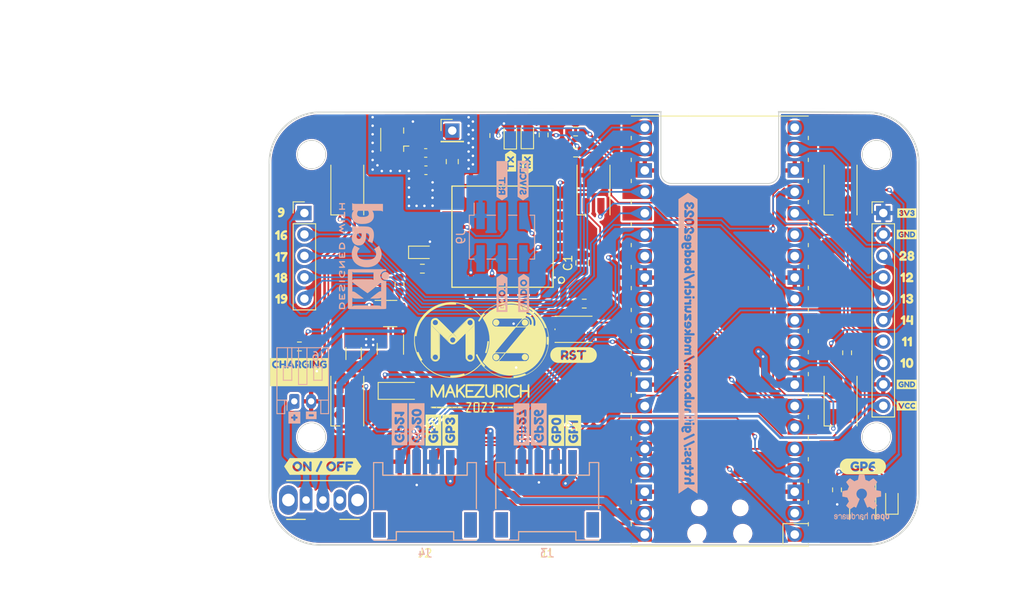
<source format=kicad_pcb>
(kicad_pcb (version 20221018) (generator pcbnew)
  (title_block (comment 4 "AISLER Project ID: IPQOXVMI"))
  (layers (0 "F.Cu" signal) (31 "B.Cu" signal) (34 "B.Paste" user) (35 "F.Paste" user) (36 "B.SilkS" user "B.Silkscreen") (37 "F.SilkS" user "F.Silkscreen") (38 "B.Mask" user) (39 "F.Mask" user) (44 "Edge.Cuts" user))
  (net 0 "")
  (net 1 "VCC")
  (net 2 "Net-(U2-RFIO)")
  (net 3 "VBUS")
  (net 4 "/GP0")
  (net 5 "/GP17")
  (net 6 "/GP16")
  (net 7 "/NPXL")
  (net 8 "/GP21")
  (net 9 "/GP11")
  (net 10 "/GP12")
  (net 11 "/GP13")
  (net 12 "/GP14")
  (net 13 "/VBAT")
  (net 14 "/GP8")
  (net 15 "Net-(J8-In)")
  (net 16 "Net-(D1-VDD)")
  (net 17 "+3V3")
  (net 18 "GND")
  (net 19 "Net-(D1-DOUT)")
  (net 20 "Net-(D2-DOUT)")
  (net 21 "/GP6")
  (net 22 "Net-(D3-DOUT)")
  (net 23 "Net-(D4-DOUT)")
  (net 24 "Net-(D5-DOUT)")
  (net 25 "/GP28")
  (net 26 "/GP3")
  (net 28 "/GP2")
  (net 29 "/GP1")
  (net 30 "/GP5")
  (net 31 "/GP4")
  (net 32 "/GP27")
  (net 33 "/GP26")
  (net 34 "/GP18")
  (net 35 "/GP19")
  (net 36 "/RST")
  (net 37 "/GP10")
  (net 38 "/GP20")
  (net 39 "+BATT")
  (net 40 "Net-(D7-K)")
  (net 41 "Net-(D8-A)")
  (net 42 "Net-(D9-K)")
  (net 43 "Net-(D11-K)")
  (net 44 "/GP9")
  (net 45 "Net-(D12-K)")
  (net 46 "Net-(U3-PROG)")
  (net 47 "Net-(R10-Pad1)")
  (net 48 "Net-(U3-STAT)")
  (net 49 "Net-(U2-PB7)")
  (net 50 "Net-(U2-PB6)")
  (net 51 "Net-(U2-PA9)")
  (net 70 "/SWDIO")
  (net 71 "/SWCLK")
  (net 72 "/BOOT")
  (net 74 "/LoRaRST")
  (net 75 "unconnected-(D6-DOUT-Pad1)")
  (footprint "MountingHole:MountingHole_3.2mm_M3" (layer "F.Cu") (at 102.78 110.56)
    (fp_text reference "REF**" hide)
    (fp_text value "MountingHole_3.2mm_M3")
  )
  (footprint "LED_SMD:LED_SK6812MINI_PLCC4_3.5x3.5mm_P1.75mm" (layer "F.Cu") (at 107.025 106.3 -90)
    (fp_text reference "D3" hide)
    (fp_text value "SK6812MINI")
  )
  (footprint "Resistor_SMD:R_0603_1608Metric" (layer "F.Cu") (at 101.346 99.822 180)
    (fp_text reference "R6" hide)
    (fp_text value "1k")
  )
  (footprint "kibuzzard-637FABC0" (layer "F.Cu") (at 99.19 83.925)
    (fp_text reference "kibuzzard-637FABC0" hide)
    (fp_text value "G***" hide)
  )
  (footprint "Resistor_SMD:R_0603_1608Metric" (layer "F.Cu") (at 115.93 90.6)
    (fp_text reference "R9" hide)
    (fp_text value "1k")
  )
  (footprint "kibuzzard-6368F503" (layer "F.Cu") (at 173.38 89.08)
    (fp_text reference "kibuzzard-6368F503" hide)
    (fp_text value "G***" hide)
  )
  (footprint "kibuzzard-6445C19F" (layer "F.Cu") (at 168.17 114.05)
    (fp_text reference "kibuzzard-6445C19F" hide)
    (fp_text value "G***" hide)
  )
  (footprint "Button_Switch_THT:SW_CuK_OS102011MA1QN1_SPDT_Angled" (layer "F.Cu") (at 102.14 118.03)
    (fp_text reference "SW4" hide)
    (fp_text value "SW_Push_SPDT")
  )
  (footprint "Package_TO_SOT_SMD:SOT-23" (layer "F.Cu") (at 112.135981 100.1075 -90)
    (fp_text reference "Q2" hide)
    (fp_text value "DMG2301L")
  )
  (footprint "Connector_PinHeader_2.54mm:PinHeader_1x10_P2.54mm_Vertical" (layer "F.Cu") (at 170.59 84)
    (fp_text reference "J5" hide)
    (fp_text value "Conn_01x10_Female")
  )
  (footprint "LED_SMD:LED_SK6812MINI_PLCC4_3.5x3.5mm_P1.75mm" (layer "F.Cu") (at 136.225 81.27 -90)
    (fp_text reference "D1" hide)
    (fp_text value "SK6812MINI")
  )
  (footprint "Capacitor_SMD:C_0603_1608Metric" (layer "F.Cu") (at 116.35 78.925 180)
    (fp_text reference "C2" hide)
    (fp_text value "DNP")
  )
  (footprint "LED_SMD:LED_0603_1608Metric_Pad1.05x0.95mm_HandSolder" (layer "F.Cu") (at 128.38 74.71 90)
    (fp_text reference "D12" hide)
    (fp_text value "LED")
  )
  (footprint "LED_SMD:LED_0603_1608Metric_Pad1.05x0.95mm_HandSolder" (layer "F.Cu") (at 171.61 118.055 90)
    (fp_text reference "D8" hide)
    (fp_text value "LED")
  )
  (footprint "Package_TO_SOT_SMD:SOT-23-5" (layer "F.Cu") (at 112.110981 95.92)
    (fp_text reference "U3" hide)
    (fp_text value "MCP73831-2-OT")
  )
  (footprint "Button_Switch_SMD:SW_Push_1P1T_NO_CK_KMR2" (layer "F.Cu") (at 133.858 97.79)
    (fp_text reference "SW3" hide)
    (fp_text value "SW_Push")
  )
  (footprint "kibuzzard-637FABEE" (layer "F.Cu") (at 99.175 86.625)
    (fp_text reference "kibuzzard-637FABEE" hide)
    (fp_text value "G***" hide)
  )
  (footprint "Resistor_SMD:R_0603_1608Metric" (layer "F.Cu") (at 130.31 74.735 90)
    (fp_text reference "R12" hide)
    (fp_text value "1k")
  )
  (footprint "MountingHole:MountingHole_3.2mm_M3" (layer "F.Cu") (at 102.79 77.06)
    (fp_text reference "REF**" hide)
    (fp_text value "MountingHole_3.2mm_M3")
  )
  (footprint "kibuzzard-6368F4F7" (layer "F.Cu") (at 173.38 91.62)
    (fp_text reference "kibuzzard-6368F4F7" hide)
    (fp_text value "G***" hide)
  )
  (footprint "Resistor_SMD:R_0603_1608Metric" (layer "F.Cu") (at 124.46 74.81 90)
    (fp_text reference "R11" hide)
    (fp_text value "1k")
  )
  (footprint "LoRa-E5:LoRa-E5" (layer "F.Cu") (at 125.436324 86.8 180)
    (fp_text reference "U2" hide)
    (fp_text value "LoRa-E5")
  )
  (footprint "Resistor_SMD:R_0603_1608Metric" (layer "F.Cu") (at 134.1 74.325 180)
    (fp_text reference "R8" hide)
    (fp_text value "22")
  )
  (footprint "LED_SMD:LED_0603_1608Metric_Pad1.05x0.95mm_HandSolder" (layer "F.Cu") (at 126.36 74.75 90)
    (fp_text reference "D11" hide)
    (fp_text value "LED")
  )
  (footprint "MountingHole:MountingHole_3.2mm_M3" (layer "F.Cu") (at 169.78 110.55)
    (fp_text reference "REF**" hide)
    (fp_text value "MountingHole_3.2mm_M3")
  )
  (footprint "kibuzzard-6445C3F3" (layer "F.Cu") (at 173.38 84)
    (fp_text reference "kibuzzard-6445C3F3" hide)
    (fp_text value "G***" hide)
  )
  (footprint "Connector_PinHeader_2.54mm:PinHeader_1x01_P2.54mm_Vertical" (layer "F.Cu") (at 119.475 74.225)
    (fp_text reference "TP1" hide)
    (fp_text value "TestPoint")
  )
  (footprint "Connector_Coaxial:U.FL_Hirose_U.FL-R-SMT-1_Vertical" (layer "F.Cu") (at 112.825 75.3 180)
    (fp_text reference "J8" hide)
    (fp_text value "Conn_Coaxial")
  )
  (footprint "kibuzzard-6445C37B" (layer "F.Cu") (at 173.38 104.32)
    (fp_text reference "kibuzzard-6445C37B" hide)
    (fp_text value "G***" hide)
  )
  (footprint "kibuzzard-6368F4DE" (layer "F.Cu") (at 173.38 94.16)
    (fp_text reference "kibuzzard-6368F4DE" hide)
    (fp_text value "G***" hide)
  )
  (footprint "kibuzzard-6372B00C" (layer "F.Cu") (at 133.858 100.838)
    (fp_text reference "kibuzzard-6372B00C" hide)
    (fp_text value "G***" hide)
  )
  (footprint "OPL_Connector:HW4-SMD-2.0-90D" (layer "F.Cu") (at 116.24 118.29 180)
    (fp_text reference "J2")
    (fp_text value "Conn_01x04")
  )
  (footprint "kibuzzard-6445C08E" (layer "F.Cu") (at 128.39 78.21 90)
    (fp_text reference "kibuzzard-6445C08E" hide)
    (fp_text value "G***" hide)
  )
  (footprint "kibuzzard-6368F495" (layer "F.Cu") (at 173.38 99.24)
    (fp_text reference "kibuzzard-6368F495" hide)
    (fp_text value "G***" hide)
  )
  (footprint "LOGO" (layer "F.Cu") (at 122.936 101.092)
    (fp_text reference "G***" hide)
    (fp_text value "LOGO" hide)
  )
  (footprint "LED_SMD:LED_SK6812MINI_PLCC4_3.5x3.5mm_P1.75mm" (layer "F.Cu") (at 107.025 81.27 -90)
    (fp_text reference "D2" hide)
    (fp_text value "SK6812MINI")
  )
  (footprint "Resistor_SMD:R_0603_1608Metric" (layer "F.Cu") (at 134.1 76.825 180)
    (fp_text reference "R7" hide)
    (fp_text value "22")
  )
  (footprint "Resistor_SMD:R_0603_1608Metric" (layer "F.Cu") (at 113.22 92.45 90)
    (fp_text reference "R5" hide)
    (fp_text value "1k")
  )
  (footprint "kibuzzard-6368F490" (layer "F.Cu") (at 173.38 101.78)
    (fp_text reference "kibuzzard-6368F490" hide)
    (fp_text value "G***" hide)
  )
  (footprint "MountingHole:MountingHole_3.2mm_M3" (layer "F.Cu") (at 169.78 77.06)
    (fp_text reference "REF**" hide)
    (fp_text value "MountingHole_3.2mm_M3")
  )
  (footprint "kibuzzard-6370DCA7" (layer "F.Cu") (at 131.81 109.78 90)
    (fp_text reference "kibuzzard-6370DCA7" hide)
    (fp_text value "G***" hide)
  )
  (footprint "kibuzzard-636923C0" (layer "F.Cu") (at 104.119679 114.052553)
    (fp_text reference "kibuzzard-636923C0" hide)
    (fp_text value "G***" hide)
  )
  (footprint "OPL_Connector:HW4-SMD-2.0-90D" (layer "F.Cu") (at 130.74 118.29 180)
    (fp_text reference "J1")
    (fp_text value "Conn_01x04")
  )
  (footprint "Resistor_SMD:R_0603_1608Metric" (layer "F.Cu") (at 166.3 100.57 -90)
    (fp_text reference "R3" hide)
    (fp_text value "1k")
  )
  (footprint "Inductor_SMD:L_0805_2012Metric_Pad1.15x1.40mm_HandSolder" (layer "F.Cu") (at 119.475 77.9 90)
    (fp_text reference "L1" hide)
    (fp_text value "0")
  )
  (footprint "LED_SMD:LED_0603_1608Metric_Pad1.05x0.95mm_HandSolder" (layer "F.Cu") (at 101.35 103.4)
    (fp_text reference "D7" hide)
    (fp_text value "BAT")
  )
  (footprint "kibuzzard-6370DC90" (layer "F.Cu") (at 117.23 109.75 90)
    (fp_text reference "kibuzzard-6370DC90" hide)
    (fp_text value "G***" hide)
  )
  (footprint "kibuzzard-6368F4A2" (layer "F.Cu") (at 173.38 96.7)
    (fp_text reference "kibuzzard-6368F4A2" hide)
    (fp_text value "G***" hide)
  )
  (footprint "LED_SMD:LED_SK6812MINI_PLCC4_3.5x3.5mm_P1.75mm" (layer "F.Cu") (at 136.225 106.3 -90)
    (fp_text reference "D4" hide)
    (fp_text value "SK6812MINI")
  )
  (footprint "kibuzzard-6370DC98" (layer "F.Cu") (at 119.23 109.75 90)
    (fp_text reference "kibuzzard-6370DC98" hide)
    (fp_text value "G***" hide)
  )
  (footprint "MCU_RaspberryPi_and_Boards:RPi_Pico_SMD_TH" (layer "F.Cu") (at 151.2 98 180)
    (fp_text reference "U1" hide)
    (fp_text value "Pico")
    (fp_line (start -6.985 26) (end -6.985 18.77) (stroke (width 0.12)) (layer "Edge.Cuts"))
    (fp_line (start -5.715 17.5) (end 5.715 17.5) (stroke (width 0.12)) (layer "Edge.Cuts"))
    (fp_line (start 6.985 18.77) (end 6.985 26) (stroke (width 0.12)) (layer "Edge.Cuts"))
    (fp_arc (start -6.985 18.77) (mid -6.613026 17.871974) (end -5.715 17.5) (stroke (width 0.12)) (layer "Edge.Cuts"))
    (fp_arc (start 5.715 17.5) (mid 6.613026 17.871974) (end 6.985 18.77) (stroke (width 0.12)) (layer "Edge.Cuts"))
  )
  (footprint "LED_SMD:LED_SK6812MINI_PLCC4_3.5x3.5mm_P1.75mm" (layer "F.Cu") (at 165.525 81.27 -90)
    (fp_text reference "D6" hide)
    (fp_text value "SK6812MINI")
  )
  (footprint "Resistor_SMD:R_0603_1608Metric" (layer "F.Cu") (at 111 92.45 -90)
    (fp_text reference "R10" hide)
    (fp_text value "1k")
  )
  (footprint "LED_SMD:LED_0603_1608Metric_Pad1.05x0.95mm_HandSolder" (layer "F.Cu") (at 115.9525 88.66)
    (fp_text reference "D9" hide)
    (fp_text value "LED")
  )
  (footprint "Connector_PinHeader_2.54mm:PinHeader_1x05_P2.54mm_Vertical" (layer "F.Cu") (at 101.94 84)
    (fp_text reference "J7" hide)
    (fp_text value "Conn_01x05_Female")
  )
  (footprint "Capacitor_SMD:C_0603_1608Metric" (layer "F.Cu") (at 116.325 76.875 180)
    (fp_text reference "C4" hide)
    (fp_text value "DNP")
  )
  (footprint "Capacitor_SMD:C_0805_2012Metric" (layer "F.Cu") (at 134.874 89.916 90)
    (fp_text reference "C1")
    (fp_text value "4.7u")
  )
  (footprint "Diode_SMD:D_MiniMELF" (layer "F.Cu") (at 113.24 105.09)
    (fp_text reference "D10" hide)
    (fp_text value "LL4448 L1G")
  )
  (footprint "kibuzzard-645D57F9" (layer "F.Cu") (at 101.346 102.87)
    (fp_text reference "kibuzzard-645D57F9" hide)
    (fp_text value "G***" hide)
  )
  (footprint "Button_Switch_SMD:SW_Push_1P1T_NO_CK_KMR2" (layer "F.Cu") (at 168.15 118.15 90)
    (fp_text reference "SW1" hide)
    (fp_text value "SW_Push")
  )
  (footprint "Capacitor_SMD:C_1206_3216Metric_Pad1.33x1.80mm_HandSolder" (layer "F.Cu") (at 107.773481 100.67 -90)
    (fp_text reference "C3" hide)
    (fp_text value "10µ")
  )
  (footprint "Resistor_SMD:R_0603_1608Metric" (layer "F.Cu") (at 135.128 94.742)
    (fp_text reference "R4" hide)
    (fp_text value "10k")
  )
  (footprint "kibuzzard-6445C37B" (layer "F.Cu") (at 173.38 86.54)
    (fp_text reference "kibuzzard-6445C37B" hide)
    (fp_text value "G***" hide)
  )
  (footprint "LED_SMD:LED_SK6812MINI_PLCC4_3.5x3.5mm_P1.75mm" (layer "F.Cu") (at 165.525 106.3 -90)
    (fp_text reference "D5" hide)
    (fp_text value "SK6812MINI")
  )
  (footprint "kibuzzard-637FAC01" (layer "F.Cu") (at 99.175 91.675)
    (fp_text reference "kibuzzard-637FAC01" hide)
    (fp_text value "G***" hide)
  )
  (footprint "kibuzzard-637FAC0A" (layer "F.Cu") (at 99.2 94.175)
    (fp_text reference "kibuzzard-637FAC0A" hide)
    (fp_text value "G***" hide)
  )
  (footprint "kibuzzard-6445C3D4" (layer "F.Cu") (at 173.38 106.86)
    (fp_text reference "kibuzzard-6445C3D4" hide)
    (fp_text value "G***" hide)
  )
  (footprint "kibuzzard-64484314" (layer "F.Cu") (at 126.39 77.83 90)
    (fp_text reference "kibuzzard-64484314" hide)
    (fp_text value "G***" hide)
  )
  (footprint "Resistor_SMD:R_0603_1608Metric" (layer "F.Cu") (at 165.1 116.825 90)
    (fp_text reference "R1" hide)
    (fp_text value "10k")
  )
  (footprint "kibuzzard-64457602" (layer "F.Cu") (at 133.82 109.785 90)
    (fp_text reference "kibuzzard-64457602" hide)
    (fp_text value "G***" hide)
  )
  (footprint "kibuzzard-637FABF7" (layer "F.Cu") (at 99.2 89.2)
    (fp_text reference "kibuzzard-637FABF7" hide)
    (fp_text value "G***" hide)
  )
  (footprint "kibuzzard-6445C7E9" (layer "B.Cu") (at 129.74 109.06 90)
    (fp_text reference "kibuzzard-6445C7E9" hide)
    (fp_text value "G***" hide)
  )
  (footprint "kibuzzard-6368F610" (layer "B.Cu") (at 147.43 99.44 90)
    (fp_text reference "kibuzzard-6368F610" hide)
    (fp_text value "G***" hide)
  )
  (footprint "kibuzzard-64568F15" (layer "B.Cu") (at 127.87 80.15 90)
    (fp_text reference "kibuzzard-64568F15" hide)
    (fp_text value "G***" hide)
  )
  (footprint "kibuzzard-6445C7AF" (layer "B.Cu") (at 115.25 109.05 90)
    (fp_text reference "kibuzzard-6445C7AF" hide)
    (fp_text value "G***" hide)
  )
  (footprint "kibuzzard-6369234D" (layer "B.Cu") (at 100.75 108.26)
    (fp_text reference "kibuzzard-6369234D" hide)
    (fp_text value "G***" hide)
  )
  (footprint "Symbol:KiCad-Logo2_5mm_SilkScreen" (layer "B.Cu") (at 109.04 89.11 90)
    (fp_text reference "REF**" hide)
    (fp_text value "KiCad-Logo2_5mm_SilkScreen" hide)
  )
  (footprint "kibuzzard-6445C7DF" (layer "B.Cu") (at 127.69 109.06 90)
    (fp_text reference "kibuzzard-6445C7DF" hide)
    (fp_text value "G***" hide)
  )
  (footprint "Connector_JST:JST_PH_S2B-PH-K_1x02_P2.00mm_Horizontal" (layer "B.Cu") (at 100.74 106.33)
    (fp_text reference "J6")
    (fp_text value "Conn_01x02_Male")
  )
  (footprint "kibuzzard-64568C60" (layer "B.Cu") (at 125.37 93.48 90)
    (fp_text reference "kibuzzard-64568C60" hide)
    (fp_text value "G***" hide)
  )
  (footprint "Symbol:OSHW-Logo2_7.3x6mm_SilkScreen" (layer "B.Cu") (at 168.03 117.77 180)
    (fp_text reference "REF**" hide)
    (fp_text value "OSHW-Logo2_7.3x6mm_SilkScreen" hide)
  )
  (footprint "kibuzzard-6445C7B7" (layer "B.Cu") (at 113.22 109.05 90)
    (fp_text reference "kibuzzard-6445C7B7" hide)
    (fp_text value "G***" hide)
  )
  (footprint "Connector_PinHeader_2.54mm:PinHeader_2x03_P2.54mm_Vertical_SMD" (layer "B.Cu") (at 125.37 86.86 -90)
    (fp_text reference "J9")
    (fp_text value "Conn_02x03_Counter_Clockwise")
  )
  (footprint "OPL_Connector:HW4-SMD-2.0-90D" (layer "B.Cu") (at 130.73 118.28)
    (fp_text reference "J3")
    (fp_text value "Conn_01x04")
  )
  (footprint "kibuzzard-64568B8C" (layer "B.Cu") (at 127.94 93.48 90)
    (fp_text reference "kibuzzard-64568B8C" hide)
    (fp_text value "G***" hide)
  )
  (footprint "kibuzzard-64568EFC" (layer "B.Cu") (at 125.37 80.17 90)
    (fp_text reference "kibuzzard-64568EFC" hide)
    (fp_text value "G***" hide)
  )
  (footprint "kibuzzard-63692365" (layer "B.Cu") (at 102.75 107.99 180)
    (fp_text reference "kibuzzard-63692365" hide)
    (fp_text value "G***" hide)
  )
  (footprint "OPL_Connector:HW4-SMD-2.0-90D" (layer "B.Cu") (at 116.24 118.29)
    (fp_text reference "J4")
    (fp_text value "Conn_01x04")
  )
  (gr_line (start 170.387059 78.536043) (end 170.334919 78.556043) (stroke (width 0.2)) (layer "Edge.Cuts"))
  (gr_line (start 103.010379 75.468113) (end 103.065479 75.476853) (stroke (width 0.2)) (layer "Edge.Cuts"))
  (gr_line (start 168.562019 109.524053) (end 168.598648 109.481953) (stroke (width 0.2)) (layer "Edge.Cuts"))
  (gr_line (start 169.731849 75.453523) (end 169.787679 75.452543) (stroke (width 0.2)) (layer "Edge.Cuts"))
  (gr_line (start 101.211979 110.274753) (end 101.222679 110.219853) (stroke (width 0.2)) (layer "Edge.Cuts"))
  (gr_line (start 172.314399 73.198444) (end 172.142839 73.078323) (stroke (width 0.2)) (layer "Edge.Cuts"))
  (gr_line (start 102.346679 109.014553) (end 102.400579 109.000053) (stroke (width 0.2)) (layer "Edge.Cuts"))
  (gr_line (start 101.349579 76.351153) (end 101.374979 76.301394) (stroke (width 0.2)) (layer "Edge.Cuts"))
  (gr_line (start 170.010369 112.136953) (end 169.954929 112.143753) (stroke (width 0.2)) (layer "Edge.Cuts"))
  (gr_line (start 101.717079 111.741553) (end 101.676179 111.703453) (stroke (width 0.2)) (layer "Edge.Cuts"))
  (gr_line (start 169.620439 75.461303) (end 169.676079 75.456434) (stroke (width 0.2)) (layer "Edge.Cuts"))
  (gr_line (start 170.538838 75.639833) (end 170.587679 75.666903) (stroke (width 0.2)) (layer "Edge.Cuts"))
  (gr_line (start 101.636779 109.441053) (end 101.676179 109.401554) (stroke (width 0.2)) (layer "Edge.Cuts"))
  (gr_line (start 103.010378 112.136953) (end 102.954979 112.143753) (stroke (width 0.2)) (layer "Edge.Cuts"))
  (gr_line (start 171.082109 111.492953) (end 171.048499 111.537553) (stroke (width 0.2)) (layer "Edge.Cuts"))
  (gr_line (start 101.304179 109.953153) (end 101.325979 109.901753) (stroke (width 0.2)) (layer "Edge.Cuts"))
  (gr_line (start 101.717079 78.241583) (end 101.676179 78.203493) (stroke (width 0.2)) (layer "Edge.Cuts"))
  (gr_line (start 101.203279 77.275223) (end 101.196479 77.219793) (stroke (width 0.2)) (layer "Edge.Cuts"))
  (gr_line (start 169.293259 75.530853) (end 169.346668 75.514533) (stroke (width 0.2)) (layer "Edge.Cuts"))
  (gr_line (start 102.188279 112.036053) (end 102.136879 112.014253) (stroke (width 0.2)) (layer "Edge.Cuts"))
  (gr_line (start 97.787679 78.052553) (end 97.787679 117.352553) (stroke (width 0.2)) (layer "Edge.Cuts"))
  (gr_line (start 170.816149 111.778253) (end 170.772739 111.813353) (stroke (width 0.2)) (layer "Edge.Cuts"))
  (gr_line (start 168.326009 76.401763) (end 168.349619 76.351153) (stroke (width 0.2)) (layer "Edge.Cuts"))
  (gr_line (start 172.644419 121.948853) (end 172.802469 121.811453) (stroke (width 0.2)) (layer "Edge.Cuts"))
  (gr_line (start 171.144569 111.400453) (end 171.114139 111.447252) (stroke (width 0.2)) (layer "Edge.Cuts"))
  (gr_line (start 103.174779 78.605013) (end 103.120379 78.617583) (stroke (width 0.2)) (layer "Edge.Cuts"))
  (gr_line (start 102.136879 112.014253) (end 102.086279 111.990653) (stroke (width 0.2)) (layer "Edge.Cuts"))
  (gr_line (start 171.967199 72.964251) (end 171.787679 72.856401) (stroke (width 0.2)) (layer "Edge.Cuts"))
  (gr_line (start 99.059579 74.358582) (end 98.93358 74.525833) (stroke (width 0.2)) (layer "Edge.Cuts"))
  (gr_line (start 169.620439 78.643783) (end 169.565009 78.636983) (stroke (width 0.2)) (layer "Edge.Cuts"))
  (gr_line (start 101.284179 77.599783) (end 101.265979 77.546973) (stroke (width 0.2)) (layer "Edge.Cuts"))
  (gr_line (start 101.802579 111.813353) (end 101.759179 111.778253) (stroke (width 0.2)) (layer "Edge.Cuts"))
  (gr_line (start 102.036579 75.639833) (end 102.086279 75.614473) (stroke (width 0.2)) (layer "Edge.Cuts"))
  (gr_line (start 98.149479 119.404653) (end 98.224579 119.600153) (stroke (width 0.2)) (layer "Edge.Cuts"))
  (gr_line (start 169.509849 112.128253) (end 169.455019 112.117553) (stroke (width 0.2)) (layer "Edge.Cuts"))
  (gr_line (start 101.249679 110.993554) (end 101.235179 110.939654) (stroke (width 0.2)) (layer "Edge.Cuts"))
  (gr_line (start 97.965879 76.601013) (end 97.918779 76.805074) (stroke (width 0.2)) (layer "Edge.Cuts"))
  (gr_line (start 170.682389 78.379003) (end 170.635569 78.409423) (stroke (width 0.2)) (layer "Edge.Cuts"))
  (gr_line (start 170.938639 78.164003) (end 170.899149 78.203493) (stroke (width 0.2)) (layer "Edge.Cuts"))
  (gr_line (start 170.282108 75.530853) (end 170.334919 75.549043) (stroke (width 0.2)) (layer "Edge.Cuts"))
  (gr_line (start 168.802629 109.291753) (end 168.84724 109.258153) (stroke (width 0.2)) (layer "Edge.Cuts"))
  (gr_line (start 99.471679 73.884603) (end 99.32878 74.037763) (stroke (width 0.2)) (layer "Edge.Cuts"))
  (gr_line (start 170.772739 78.313353) (end 170.728139 78.346973) (stroke (width 0.2)) (layer "Edge.Cuts"))
  (gr_line (start 104.271179 76.453173) (end 104.291179 76.505313) (stroke (width 0.2)) (layer "Edge.Cuts"))
  (gr_line (start 102.036579 109.139853) (end 102.086279 109.114453) (stroke (width 0.2)) (layer "Edge.Cuts"))
  (gr_line (start 174.180455 119.982753) (end 174.268956 119.792953) (stroke (width 0.2)) (layer "Edge.Cuts"))
  (gr_line (start 168.759219 75.826873) (end 168.802629 75.791733) (stroke (width 0.2)) (layer "Edge.Cuts"))
  (gr_line (start 103.816179 78.278212) (end 103.772779 78.313353) (stroke (width 0.2)) (layer "Edge.Cuts"))
  (gr_line (start 170.438469 75.590863) (end 170.489079 75.614473) (stroke (width 0.2)) (layer "Edge.Cuts"))
  (gr_line (start 169.899299 75.456433) (end 169.954929 75.461303) (stroke (width 0.2)) (layer "Edge.Cuts"))
  (gr_line (start 101.402079 77.852543) (end 101.374979 77.803693) (stroke (width 0.2)) (layer "Edge.Cuts"))
  (gr_line (start 103.728179 75.758123) (end 103.772779 75.791733) (stroke (width 0.2)) (layer "Edge.Cuts"))
  (gr_line (start 168.892979 111.879053) (end 168.84724 111.846953) (stroke (width 0.2)) (layer "Edge.Cuts"))
  (gr_line (start 169.188309 109.069054) (end 169.240449 109.049053) (stroke (width 0.2)) (layer "Edge.Cuts"))
  (gr_line (start 102.954979 75.461303) (end 103.010379 75.468113) (stroke (width 0.2)) (layer "Edge.Cuts"))
  (gr_line (start 103.282079 75.530853) (end 103.334879 75.549043) (stroke (width 0.2)) (layer "Edge.Cuts"))
  (gr_line (start 169.787679 112.152553) (end 169.731849 112.151553) (stroke (width 0.2)) (layer "Edge.Cuts"))
  (gr_line (start 169.293259 109.030853) (end 169.346669 109.014553) (stroke (width 0.2)) (layer "Edge.Cuts"))
  (gr_line (start 101.304179 111.151953) (end 101.284179 111.099753) (stroke (width 0.2)) (layer "Edge.Cuts"))
  (gr_line (start 168.203249 110.329852) (end 168.211999 110.274753) (stroke (width 0.2)) (layer "Edge.Cuts"))
  (gr_line (start 102.454979 78.617583) (end 102.400579 78.605013) (stroke (width 0.2)) (layer "Edge.Cuts"))
  (gr_line (start 170.174759 75.500083) (end 170.228699 75.514533) (stroke (width 0.2)) (layer "Edge.Cuts"))
  (gr_line (start 170.228699 78.590563) (end 170.174759 78.605013) (stroke (width 0.2)) (layer "Edge.Cuts"))
  (gr_line (start 171.013359 76.024083) (end 171.048499 76.067493) (stroke (width 0.2)) (layer "Edge.Cuts"))
  (gr_line (start 170.976719 109.481953) (end 171.013359 109.524053) (stroke (width 0.2)) (layer "Edge.Cuts"))
  (gr_line (start 102.899279 108.956453) (end 102.954979 108.961353) (stroke (width 0.2)) (layer "Edge.Cuts"))
  (gr_line (start 101.540078 122.915653) (end 101.735579 122.990753) (stroke (width 0.2)) (layer "Edge.Cuts"))
  (gr_line (start 173.103719 73.884602) (end 172.95563 73.736513) (stroke (width 0.2)) (layer "Edge.Cuts"))
  (gr_line (start 103.899179 78.203493) (end 103.858279 78.241583) (stroke (width 0.2)) (layer "Edge.Cuts"))
  (gr_line (start 169.086289 111.990653) (end 169.036539 111.965253) (stroke (width 0.2)) (layer "Edge.Cuts"))
  (gr_line (start 101.561979 109.524053) (end 101.598679 109.481953) (stroke (width 0.2)) (layer "Edge.Cuts"))
  (gr_line (start 173.246559 121.367353) (end 173.383949 121.209253) (stroke (width 0.2)) (layer "Edge.Cuts"))
  (gr_line (start 101.636779 111.664053) (end 101.598679 111.623153) (stroke (width 0.2)) (layer "Edge.Cuts"))
  (gr_line (start 101.203279 76.829863) (end 101.211979 76.774703) (stroke (width 0.2)) (layer "Edge.Cuts"))
  (gr_line (start 168.787679 123.352553) (end 168.997079 123.348853) (stroke (width 0.2)) (layer "Edge.Cuts"))
  (gr_line (start 104.325679 77.493563) (end 104.309379 77.546973) (stroke (width 0.2)) (layer "Edge.Cuts"))
  (gr_line (start 170.635569 109.195653) (end 170.68239 109.226053) (stroke (width 0.2)) (layer "Edge.Cuts"))
  (gr_line (start 102.731879 75.453523) (end 102.787679 75.452543) (stroke (width 0.2)) (layer "Edge.Cuts"))
  (gr_line (start 100.093679 122.080653) (end 100.260979 122.206653) (stroke (width 0.2)) (layer "Edge.Cuts"))
  (gr_line (start 102.620479 78.643783) (end 102.564979 78.636983) (stroke (width 0.2)) (layer "Edge.Cuts"))
  (gr_line (start 173.875982 120.532053) (end 173.983831 120.352553) (stroke (width 0.2)) (layer "Edge.Cuts"))
  (gr_line (start 171.340149 110.939653) (end 171.325699 110.993554) (stroke (width 0.2)) (layer "Edge.Cuts"))
  (gr_line (start 104.372079 77.275223) (end 104.363379 77.330383) (stroke (width 0.2)) (layer "Edge.Cuts"))
  (gr_line (start 98.69938 74.873033) (end 98.591479 75.052553) (stroke (width 0.2)) (layer "Edge.Cuts"))
  (gr_line (start 102.293279 112.074253) (end 102.240479 112.056053) (stroke (width 0.2)) (layer "Edge.Cuts"))
  (gr_line (start 101.191579 76.940933) (end 101.196479 76.885303) (stroke (width 0.2)) (layer "Edge.Cuts"))
  (gr_line (start 168.676229 78.203493) (end 168.636739 78.164003) (stroke (width 0.2)) (layer "Edge.Cuts"))
  (gr_line (start 104.200379 76.301393) (end 104.225779 76.351153) (stroke (width 0.2)) (layer "Edge.Cuts"))
  (gr_line (start 101.211979 77.330383) (end 101.203279 77.275223) (stroke (width 0.2)) (layer "Edge.Cuts"))
  (gr_line (start 104.325679 76.611534) (end 104.340179 76.665473) (stroke (width 0.2)) (layer "Edge.Cuts"))
  (gr_line (start 102.086279 78.490613) (end 102.036578 78.465253) (stroke (width 0.2)) (layer "Edge.Cuts"))
  (gr_line (start 169.787679 108.952553) (end 169.843529 108.953553) (stroke (width 0.2)) (layer "Edge.Cuts"))
  (gr_line (start 101.933578 72.346208) (end 101.735579 72.414385) (stroke (width 0.2)) (layer "Edge.Cuts"))
  (gr_line (start 101.211979 76.774703) (end 101.222679 76.719883) (stroke (width 0.2)) (layer "Edge.Cuts"))
  (gr_line (start 104.173379 77.852543) (end 104.144578 77.900423) (stroke (width 0.2)) (layer "Edge.Cuts"))
  (gr_line (start 168.56202 78.081013) (end 168.526878 78.037603) (stroke (width 0.2)) (layer "Edge.Cuts"))
  (gr_line (start 102.787679 78.652543) (end 102.731879 78.651563) (stroke (width 0.2)) (layer "Edge.Cuts"))
  (gr_line (start 97.791379 77.843153) (end 97.787679 78.052553) (stroke (width 0.2)) (layer "Edge.Cuts"))
  (gr_line (start 104.372079 76.829863) (end 104.378879 76.885303) (stroke (width 0.2)) (layer "Edge.Cuts"))
  (gr_line (start 101.987679 75.666903) (end 102.036579 75.639833) (stroke (width 0.2)) (layer "Edge.Cuts"))
  (gr_line (start 103.587679 78.438193) (end 103.538879 78.465253) (stroke (width 0.2)) (layer "Edge.Cuts"))
  (gr_line (start 101.191579 77.164153) (end 101.188679 77.108384) (stroke (width 0.2)) (layer "Edge.Cuts"))
  (gr_line (start 171.35273 77.385213) (end 171.340149 77.439623) (stroke (width 0.2)) (layer "Edge.Cuts"))
  (gr_line (start 168.71708 111.741553) (end 168.676229 111.703453) (stroke (width 0.2)) (layer "Edge.Cuts"))
  (gr_line (start 101.203279 110.775253) (end 101.196479 110.719753) (stroke (width 0.2)) (layer "Edge.Cuts"))
  (gr_line (start 173.875981 74.873033) (end 173.761909 74.697393) (stroke (width 0.2)) (layer "Edge.Cuts"))
  (gr_line (start 170.858299 78.241583) (end 170.816149 78.278213) (stroke (width 0.2)) (layer "Edge.Cuts"))
  (gr_line (start 168.987689 109.166853) (end 169.036539 109.139853) (stroke (width 0.2)) (layer "Edge.Cuts"))
  (gr_line (start 171.048499 78.037603) (end 171.013359 78.081013) (stroke (width 0.2)) (layer "Edge.Cuts"))
  (gr_line (start 104.173379 109.752553) (end 104.200379 109.801353) (stroke (width 0.2)) (layer "Edge.Cuts"))
  (gr_line (start 98.933579 120.879253) (end 99.059579 121.046554) (stroke (width 0.2)) (layer "Edge.Cuts"))
  (gr_line (start 168.249669 77.493563) (end 168.235219 77.439623) (stroke (width 0.2)) (layer "Edge.Cuts"))
  (gr_line (start 103.387079 75.569042) (end 103.438479 75.590863) (stroke (width 0.2)) (layer "Edge.Cuts"))
  (gr_line (start 104.114178 111.447253) (end 104.082079 111.492953) (stroke (width 0.2)) (layer "Edge.Cuts"))
  (gr_line (start 173.761909 120.707753) (end 173.875982 120.532053) (stroke (width 0.2)) (layer "Edge.Cuts"))
  (gr_line (start 103.816179 111.778253) (end 103.772779 111.813353) (stroke (width 0.2)) (layer "Edge.Cuts"))
  (gr_line (start 103.538879 109.139853) (end 103.587679 109.166853) (stroke (width 0.2)) (layer "Edge.Cuts"))
  (gr_line (start 171.013359 111.581053) (end 170.976719 111.623153) (stroke (width 0.2)) (layer "Edge.Cuts"))
  (gr_line (start 98.306379 75.612123) (end 98.224579 75.804903) (stroke (width 0.2)) (layer "Edge.Cuts"))
  (gr_line (start 103.160479 123.319653) (end 103.369178 123.337953) (stroke (width 0.2)) (layer "Edge.Cuts"))
  (gr_line (start 104.225779 109.851153) (end 104.249379 109.901753) (stroke (width 0.2)) (layer "Edge.Cuts"))
  (gr_line (start 104.082079 111.492953) (end 104.048479 111.537553) (stroke (width 0.2)) (layer "Edge.Cuts"))
  (gr_line (start 168.430809 76.204663) (end 168.461229 76.157843) (stroke (width 0.2)) (layer "Edge.Cuts"))
  (gr_line (start 103.489079 111.990653) (end 103.438479 112.014253) (stroke (width 0.2)) (layer "Edge.Cuts"))
  (gr_line (start 171.352729 76.719883) (end 171.363379 76.774703) (stroke (width 0.2)) (layer "Edge.Cuts"))
  (gr_line (start 101.561979 78.081013) (end 101.526879 78.037603) (stroke (width 0.2)) (layer "Edge.Cuts"))
  (gr_line (start 101.430779 77.900423) (end 101.402079 77.852543) (stroke (width 0.2)) (layer "Edge.Cuts"))
  (gr_line (start 174.656575 76.805074) (end 174.609456 76.601013) (stroke (width 0.2)) (layer "Edge.Cuts"))
  (gr_line (start 104.352678 110.885253) (end 104.340179 110.939653) (stroke (width 0.2)) (layer "Edge.Cuts"))
  (gr_line (start 169.206229 72.067156) (end 168.997079 72.0562) (stroke (width 0.2)) (layer "Edge.Cuts"))
  (gr_line (start 103.489079 78.490613) (end 103.438479 78.514224) (stroke (width 0.2)) (layer "Edge.Cuts"))
  (gr_line (start 101.347279 72.571276) (end 101.157479 72.659777) (stroke (width 0.2)) (layer "Edge.Cuts"))
  (gr_line (start 103.899179 75.901593) (end 103.938579 75.941083) (stroke (width 0.2)) (layer "Edge.Cuts"))
  (gr_line (start 102.240479 75.549043) (end 102.293279 75.530853) (stroke (width 0.2)) (layer "Edge.Cuts"))
  (gr_line (start 168.598648 109.481953) (end 168.636739 109.441053) (stroke (width 0.2)) (layer "Edge.Cuts"))
  (gr_line (start 101.939779 78.409423) (end 101.892979 78.379003) (stroke (width 0.2)) (layer "Edge.Cuts"))
  (gr_line (start 168.326009 109.901753) (end 168.349619 109.851153) (stroke (width 0.2)) (layer "Edge.Cuts"))
  (gr_line (start 172.644419 73.456283) (end 172.481649 73.324483) (stroke (width 0.2)) (layer "Edge.Cuts"))
  (gr_line (start 103.438479 109.090853) (end 103.489079 109.114453) (stroke (width 0.2)) (layer "Edge.Cuts"))
  (gr_line (start 103.160479 72.08542) (end 102.952679 72.110932) (stroke (width 0.2)) (layer "Edge.Cuts"))
  (gr_line (start 100.608179 122.440853) (end 100.787679 122.548653) (stroke (width 0.2)) (layer "Edge.Cuts"))
  (gr_line (start 103.635579 109.195653) (end 103.682379 109.226053) (stroke (width 0.2)) (layer "Edge.Cuts"))
  (gr_line (start 104.048479 78.037602) (end 104.013379 78.081012) (stroke (width 0.2)) (layer "Edge.Cuts"))
  (gr_line (start 103.899179 109.401553) (end 103.938579 109.441053) (stroke (width 0.2)) (layer "Edge.Cuts"))
  (gr_line (start 102.346679 75.514533) (end 102.400579 75.500083) (stroke (width 0.2)) (layer "Edge.Cuts"))
  (gr_line (start 174.754812 77.425373) (end 174.729299 77.217503) (stroke (width 0.2)) (layer "Edge.Cuts"))
  (gr_line (start 98.591479 75.052553) (end 98.489979 75.235723) (stroke (width 0.2)) (layer "Edge.Cuts"))
  (gr_line (start 170.728139 78.346973) (end 170.682389 78.379003) (stroke (width 0.2)) (layer "Edge.Cuts"))
  (gr_line (start 168.461229 76.157843) (end 168.493259 76.112093) (stroke (width 0.2)) (layer "Edge.Cuts"))
  (gr_line (start 101.676179 78.203493) (end 101.636779 78.164003) (stroke (width 0.2)) (layer "Edge.Cuts"))
  (gr_line (start 170.387059 75.569043) (end 170.438469 75.590863) (stroke (width 0.2)) (layer "Edge.Cuts"))
  (gr_line (start 104.082079 76.112093) (end 104.114179 76.157842) (stroke (width 0.2)) (layer "Edge.Cuts"))
  (gr_line (start 97.791379 117.561953) (end 97.802279 117.771053) (stroke (width 0.2)) (layer "Edge.Cuts"))
  (gr_line (start 103.228678 75.514533) (end 103.282079 75.530853) (stroke (width 0.2)) (layer "Edge.Cuts"))
  (gr_line (start 168.676229 75.901593) (end 168.717079 75.863513) (stroke (width 0.2)) (layer "Edge.Cuts"))
  (gr_line (start 171.249369 111.203353) (end 171.225759 111.253953) (stroke (width 0.2)) (layer "Edge.Cuts"))
  (gr_line (start 101.157479 122.745353) (end 101.347279 122.833853) (stroke (width 0.2)) (layer "Edge.Cuts"))
  (gr_line (start 174.350789 119.600153) (end 174.425847 119.404653) (stroke (width 0.2)) (layer "Edge.Cuts"))
  (gr_line (start 171.200399 76.301394) (end 171.225759 76.351153) (stroke (width 0.2)) (layer "Edge.Cuts"))
  (gr_line (start 169.829579 72.143693) (end 169.622729 72.110933) (stroke (width 0.2)) (layer "Edge.Cuts"))
  (gr_line (start 170.938639 111.664053) (end 170.899149 111.703453) (stroke (width 0.2)) (layer "Edge.Cuts"))
  (gr_line (start 103.438479 78.514224) (end 103.387079 78.536043) (stroke (width 0.2)) (layer "Edge.Cuts"))
  (gr_line (start 98.93358 74.525833) (end 98.813479 74.697393) (stroke (width 0.2)) (layer "Edge.Cuts"))
  (gr_line (start 103.33488 109.049053) (end 103.387079 109.069054) (stroke (width 0.2)) (layer "Edge.Cuts"))
  (gr_line (start 171.383799 76.940933) (end 171.386709 76.996703) (stroke (width 0.2)) (layer "Edge.Cuts"))
  (gr_line (start 102.400579 78.605013) (end 102.346679 78.590563) (stroke (width 0.2)) (layer "Edge.Cuts"))
  (gr_line (start 100.432579 122.326753) (end 100.608179 122.440853) (stroke (width 0.2)) (layer "Edge.Cuts"))
  (gr_line (start 168.676229 109.401553) (end 168.71708 109.363553) (stroke (width 0.2)) (layer "Edge.Cuts"))
  (gr_line (start 168.188669 76.996703) (end 168.191579 76.940934) (stroke (width 0.2)) (layer "Edge.Cuts"))
  (gr_line (start 104.37888 77.219793) (end 104.372079 77.275223) (stroke (width 0.2)) (layer "Edge.Cuts"))
  (gr_line (start 101.265979 77.546973) (end 101.24968 77.493563) (stroke (width 0.2)) (layer "Edge.Cuts"))
  (gr_line (start 104.309379 110.058153) (end 104.325679 110.111553) (stroke (width 0.2)) (layer "Edge.Cuts"))
  (gr_line (start 102.843479 108.953553) (end 102.899279 108.956453) (stroke (width 0.2)) (layer "Edge.Cuts"))
  (gr_line (start 169.787679 75.452543) (end 169.843529 75.453523) (stroke (width 0.2)) (layer "Edge.Cuts"))
  (gr_line (start 100.970879 122.650253) (end 101.157479 122.745353) (stroke (width 0.2)) (layer "Edge.Cuts"))
  (gr_line (start 168.203249 76.829863) (end 168.211999 76.774703) (stroke (width 0.2)) (layer "Edge.Cuts"))
  (gr_line (start 169.400609 109.000053) (end 169.455019 108.987553) (stroke (width 0.2)) (layer "Edge.Cuts"))
  (gr_line (start 103.772779 111.813353) (end 103.728179 111.846953) (stroke (width 0.2)) (layer "Edge.Cuts"))
  (gr_line (start 101.892979 78.379003) (end 101.847179 78.346973) (stroke (width 0.2)) (layer "Edge.Cuts"))
  (gr_line (start 104.144579 109.704653) (end 104.173379 109.752553) (stroke (width 0.2)) (layer "Edge.Cuts"))
  (gr_line (start 101.987679 111.938153) (end 101.939779 111.909453) (stroke (width 0.2)) (layer "Edge.Cuts"))
  (gr_line (start 172.802469 121.811453) (end 172.955629 121.668553) (stroke (width 0.2)) (layer "Edge.Cuts"))
  (gr_line (start 171.144569 77.900423) (end 171.114139 77.947253) (stroke (width 0.2)) (layer "Edge.Cuts"))
  (gr_line (start 172.95563 73.736513) (end 172.802469 73.593673) (stroke (width 0.2)) (layer "Edge.Cuts"))
  (gr_line (start 171.417909 122.745353) (end 171.604509 122.650253) (stroke (width 0.2)) (layer "Edge.Cuts"))
  (gr_line (start 103.728179 109.258153) (end 103.772779 109.291753) (stroke (width 0.2)) (layer "Edge.Cuts"))
  (gr_line (start 169.899298 78.648653) (end 169.843529 78.651563) (stroke (width 0.2)) (layer "Edge.Cuts"))
  (gr_line (start 171.386709 77.108384) (end 171.383798 77.164153) (stroke (width 0.2)) (layer "Edge.Cuts"))
  (gr_line (start 170.065529 112.128253) (end 170.010369 112.136953) (stroke (width 0.2)) (layer "Edge.Cuts"))
  (gr_line (start 101.222679 77.385213) (end 101.211979 77.330383) (stroke (width 0.2)) (layer "Edge.Cuts"))
  (gr_line (start 101.18868 110.496753) (end 101.191579 110.440953) (stroke (width 0.2)) (layer "Edge.Cuts"))
  (gr_line (start 158.185 72) (end 168.997079 72.0562) (stroke (width 0.2)) (layer "Edge.Cuts"))
  (gr_line (start 170.858299 111.741553) (end 170.816149 111.778253) (stroke (width 0.2)) (layer "Edge.Cuts"))
  (gr_line (start 169.787679 78.652543) (end 169.731849 78.651563) (stroke (width 0.2)) (layer "Edge.Cuts"))
  (gr_line (start 171.309379 77.546973) (end 171.291189 77.599783) (stroke (width 0.2)) (layer "Edge.Cuts"))
  (gr_line (start 103.010379 78.636984) (end 102.954979 78.643783) (stroke (width 0.2)) (layer "Edge.Cuts"))
  (gr_line (start 169.622729 123.294153) (end 169.829579 123.261353) (stroke (width 0.2)) (layer "Edge.Cuts"))
  (gr_line (start 103.858279 78.241583) (end 103.816179 78.278212) (stroke (width 0.2)) (layer "Edge.Cuts"))
  (gr_line (start 168.235219 110.939653) (end 168.222649 110.885253) (stroke (width 0.2)) (layer "Edge.Cuts"))
  (gr_line (start 101.526879 76.067493) (end 101.561979 76.024083) (stroke (width 0.2)) (layer "Edge.Cuts"))
  (gr_line (start 168.211999 76.774703) (end 168.222649 76.719883) (stroke (width 0.2)) (layer "Edge.Cuts"))
  (gr_line (start 170.899149 111.703453) (end 170.858299 111.741553) (stroke (width 0.2)) (layer "Edge.Cuts"))
  (gr_line (start 168.191579 110.664153) (end 168.188669 110.608353) (stroke (width 0.2)) (layer "Edge.Cuts"))
  (gr_line (start 101.561979 76.024083) (end 101.598679 75.981933) (stroke (width 0.2)) (layer "Edge.Cuts"))
  (gr_line (start 104.225779 76.351153) (end 104.249379 76.401763) (stroke (width 0.2)) (layer "Edge.Cuts"))
  (gr_line (start 171.340149 77.439623) (end 171.325699 77.493564) (stroke (width 0.2)) (layer "Edge.Cuts"))
  (gr_line (start 102.745779 72.143693) (end 102.540178 72.183657) (stroke (width 0.2)) (layer "Edge.Cuts"))
  (gr_line (start 101.203279 110.329853) (end 101.211979 110.274753) (stroke (width 0.2)) (layer "Edge.Cuts"))
  (gr_line (start 103.538878 75.639833) (end 103.587679 75.666903) (stroke (width 0.2)) (layer "Edge.Cuts"))
  (gr_line (start 169.50985 108.976853) (end 169.565009 108.968153) (stroke (width 0.2)) (layer "Edge.Cuts"))
  (gr_line (start 170.772739 109.291753) (end 170.816149 109.326853) (stroke (width 0.2)) (layer "Edge.Cuts"))
  (gr_line (start 173.983831 75.052553) (end 173.875981 74.873033) (stroke (width 0.2)) (layer "Edge.Cuts"))
  (gr_line (start 169.509849 75.476853) (end 169.565009 75.468113) (stroke (width 0.2)) (layer "Edge.Cuts"))
  (gr_line (start 169.455019 108.987553) (end 169.50985 108.976853) (stroke (width 0.2)) (layer "Edge.Cuts"))
  (gr_line (start 169.086289 75.614473) (end 169.136909 75.590863) (stroke (width 0.2)) (layer "Edge.Cuts"))
  (gr_line (start 100.260979 122.206653) (end 100.432579 122.326753) (stroke (width 0.2)) (layer "Edge.Cuts"))
  (gr_line (start 170.938639 109.441053) (end 170.976719 109.481953) (stroke (width 0.2)) (layer "Edge.Cuts"))
  (gr_line (start 101.598679 109.481953) (end 101.636779 109.441053) (stroke (width 0.2)) (layer "Edge.Cuts"))
  (gr_line (start 171.291189 110.005353) (end 171.309379 110.058153) (stroke (width 0.2)) (layer "Edge.Cuts"))
  (gr_line (start 168.636739 109.441053) (end 168.676229 109.401553) (stroke (width 0.2)) (layer "Edge.Cuts"))
  (gr_line (start 168.493259 77.992992) (end 168.461229 77.947253) (stroke (width 0.2)) (layer "Edge.Cuts"))
  (gr_line (start 104.378879 110.719753) (end 104.372079 110.775253) (stroke (width 0.2)) (layer "Edge.Cuts"))
  (gr_line (start 103.938579 75.941083) (end 103.976679 75.981933) (stroke (width 0.2)) (layer "Edge.Cuts"))
  (gr_line (start 170.64179 123.058853) (end 170.839799 122.990753) (stroke (width 0.2)) (layer "Edge.Cuts"))
  (gr_line (start 168.892979 75.726093) (end 168.939809 75.695663) (stroke (width 0.2)) (layer "Edge.Cuts"))
  (gr_line (start 103.369179 72.067156) (end 103.160479 72.08542) (stroke (width 0.2)) (layer "Edge.Cuts"))
  (gr_line (start 102.731879 108.953553) (end 102.787679 108.952553) (stroke (width 0.2)) (layer "Edge.Cuts"))
  (gr_line (start 104.352679 77.385213) (end 104.340179 77.439623) (stroke (width 0.2)) (layer "Edge.Cuts"))
  (gr_line (start 169.41486 123.319653) (end 169.622729 123.294153) (stroke (width 0.2)) (layer "Edge.Cuts"))
  (gr_line (start 101.284179 76.505313) (end 101.304179 76.453173) (stroke (width 0.2)) (layer "Edge.Cuts"))
  (gr_line (start 168.265999 111.046954) (end 168.249669 110.993553) (stroke (width 0.2)) (layer "Edge.Cuts"))
  (gr_line (start 103.33488 112.056053) (end 103.282079 112.074253) (stroke (width 0.2)) (layer "Edge.Cuts"))
  (gr_line (start 101.892979 75.726093) (end 101.939779 75.695663) (stroke (width 0.2)) (layer "Edge.Cuts"))
  (gr_line (start 104.386679 110.608353) (end 104.383779 110.664153) (stroke (width 0.2)) (layer "Edge.Cuts"))
  (gr_line (start 168.493259 76.112093) (end 168.526879 76.067493) (stroke (width 0.2)) (layer "Edge.Cuts"))
  (gr_line (start 168.526879 111.537553) (end 168.493259 111.492953) (stroke (width 0.2)) (layer "Edge.Cuts"))
  (gr_line (start 171.378929 77.219793) (end 171.372119 77.275223) (stroke (width 0.2)) (layer "Edge.Cuts"))
  (gr_line (start 170.899149 109.401553) (end 170.938639 109.441053) (stroke (width 0.2)) (layer "Edge.Cuts"))
  (gr_line (start 104.309379 77.546973) (end 104.291179 77.599783) (stroke (width 0.2)) (layer "Edge.Cuts"))
  (gr_line (start 174.425847 76.000433) (end 174.350789 75.804903) (stroke (width 0.2)) (layer "Edge.Cuts"))
  (gr_line (start 98.813479 74.697393) (end 98.69938 74.873033) (stroke (width 0.2)) (layer "Edge.Cuts"))
  (gr_line (start 97.878879 118.394453) (end 97.918779 118.600052) (stroke (width 0.2)) (layer "Edge.Cuts"))
  (gr_line (start 101.802578 75.791733) (end 101.847178 75.758123) (stroke (width 0.2)) (layer "Edge.Cuts"))
  (gr_line (start 103.682379 78.379003) (end 103.635579 78.409423) (stroke (width 0.2)) (layer "Edge.Cuts"))
  (gr_line (start 168.598649 78.123152) (end 168.56202 78.081013) (stroke (width 0.2)) (layer "Edge.Cuts"))
  (gr_line (start 170.489079 109.114453) (end 170.538839 109.139853) (stroke (width 0.2)) (layer "Edge.Cuts"))
  (gr_line (start 104.048479 111.537553) (end 104.013379 111.581053) (stroke (width 0.2)) (layer "Edge.Cuts"))
  (gr_line (start 169.240449 109.049053) (end 169.293259 109.030853) (stroke (width 0.2)) (layer "Edge.Cuts"))
  (gr_line (start 101.933578 123.058853) (end 102.133879 123.120153) (stroke (width 0.2)) (layer "Edge.Cuts"))
  (gr_line (start 168.892979 78.379003) (end 168.84724 78.346973) (stroke (width 0.2)) (layer "Edge.Cuts"))
  (gr_line (start 168.598649 111.623154) (end 168.562019 111.581053) (stroke (width 0.2)) (layer "Edge.Cuts"))
  (gr_line (start 101.847179 111.846953) (end 101.802579 111.813353) (stroke (width 0.2)) (layer "Edge.Cuts"))
  (gr_line (start 101.430779 109.704653) (end 101.461179 109.657853) (stroke (width 0.2)) (layer "Edge.Cuts"))
  (gr_line (start 169.843529 75.453523) (end 169.899299 75.456433) (stroke (width 0.2)) (layer "Edge.Cuts"))
  (gr_line (start 98.489979 75.235723) (end 98.394879 75.422323) (stroke (width 0.2)) (layer "Edge.Cuts"))
  (gr_line (start 101.759179 78.278213) (end 101.717079 78.241583) (stroke (width 0.2)) (layer "Edge.Cuts"))
  (gr_line (start 102.036579 111.965253) (end 101.987679 111.938153) (stroke (width 0.2)) (layer "Edge.Cuts"))
  (gr_line (start 103.682379 109.226053) (end 103.728179 109.258153) (stroke (width 0.2)) (layer "Edge.Cuts"))
  (gr_line (start 102.240479 78.556043) (end 102.188279 78.536043) (stroke (width 0.2)) (layer "Edge.Cuts"))
  (gr_line (start 170.976719 111.623153) (end 170.938639 111.664053) (stroke (width 0.2)) (layer "Edge.Cuts"))
  (gr_line (start 102.346679 78.590563) (end 102.293279 78.574233) (stroke (width 0.2)) (layer "Edge.Cuts"))
  (gr_line (start 174.555257 119.006353) (end 174.609456 118.804053) (stroke (width 0.2)) (layer "Edge.Cuts"))
  (gr_line (start 102.188279 109.069053) (end 102.240479 109.049053) (stroke (width 0.2)) (layer "Edge.Cuts"))
  (gr_line (start 169.565009 108.968153) (end 169.620439 108.961353) (stroke (width 0.2)) (layer "Edge.Cuts"))
  (gr_line (start 98.699379 120.532053) (end 98.813479 120.707753) (stroke (width 0.2)) (layer "Edge.Cuts"))
  (gr_line (start 104.013379 78.081012) (end 103.976679 78.123153) (stroke (width 0.2)) (layer "Edge.Cuts"))
  (gr_line (start 168.71708 109.363553) (end 168.759219 109.326853) (stroke (width 0.2)) (layer "Edge.Cuts"))
  (gr_line (start 102.787679 108.952553) (end 102.843479 108.953553) (stroke (width 0.2)) (layer "Edge.Cuts"))
  (gr_line (start 104.249379 109.901753) (end 104.271179 109.953153) (stroke (width 0.2)) (layer "Edge.Cuts"))
  (gr_line (start 172.481649 122.080653) (end 172.644419 121.948853) (stroke (width 0.2)) (layer "Edge.Cuts"))
  (gr_line (start 170.68239 75.726093) (end 170.728139 75.758123) (stroke (width 0.2)) (layer "Edge.Cuts"))
  (gr_line (start 171.325699 110.993554) (end 171.309379 111.046953) (stroke (width 0.2)) (layer "Edge.Cuts"))
  (gr_line (start 170.635569 111.909453) (end 170.587679 111.938153) (stroke (width 0.2)) (layer "Edge.Cuts"))
  (gr_line (start 171.372119 110.329853) (end 171.378929 110.385253) (stroke (width 0.2)) (layer "Edge.Cuts"))
  (gr_line (start 168.326009 77.703323) (end 168.304189 77.651923) (stroke (width 0.2)) (layer "Edge.Cuts"))
  (gr_line (start 171.173329 109.752553) (end 171.200399 109.801352) (stroke (width 0.2)) (layer "Edge.Cuts"))
  (gr_line (start 168.997079 123.348853) (end 169.206229 123.337953) (stroke (width 0.2)) (layer "Edge.Cuts"))
  (gr_line (start 171.173329 76.252553) (end 171.200399 76.301394) (stroke (width 0.2)) (layer "Edge.Cuts"))
  (gr_line (start 171.787679 72.856401) (end 171.604509 72.754854) (stroke (width 0.2)) (layer "Edge.Cuts"))
  (gr_line (start 101.374979 76.301394) (end 101.402079 76.252553) (stroke (width 0.2)) (layer "Edge.Cuts"))
  (gr_line (start 169.676079 78.648653) (end 169.620439 78.643783) (stroke (width 0.2)) (layer "Edge.Cuts"))
  (gr_line (start 174.085378 75.235723) (end 173.983831 75.052553) (stroke (width 0.2)) (layer "Edge.Cuts"))
  (gr_line (start 101.540079 72.489443) (end 101.347279 72.571276) (stroke (width 0.2)) (layer "Edge.Cuts"))
  (gr_line (start 171.417909 72.659777) (end 171.228108 72.571276) (stroke (width 0.2)) (layer "Edge.Cuts"))
  (gr_line (start 102.400579 75.500083) (end 102.454979 75.487503) (stroke (width 0.2)) (layer "Edge.Cuts"))
  (gr_line (start 104.200379 77.803694) (end 104.173379 77.852543) (stroke (width 0.2)) (layer "Edge.Cuts"))
  (gr_line (start 174.787679 78.052553) (end 174.784032 77.843153) (stroke (width 0.2)) (layer "Edge.Cuts"))
  (gr_line (start 101.191579 110.440953) (end 101.196479 110.385254) (stroke (width 0.2)) (layer "Edge.Cuts"))
  (gr_line (start 171.363379 77.330383) (end 171.35273 77.385213) (stroke (width 0.2)) (layer "Edge.Cuts"))
  (gr_line (start 170.587679 75.666903) (end 170.635569 75.695663) (stroke (width 0.2)) (layer "Edge.Cuts"))
  (gr_line (start 104.200379 109.801353) (end 104.225779 109.851153) (stroke (width 0.2)) (layer "Edge.Cuts"))
  (gr_line (start 102.676079 112.148653) (end 102.620479 112.143753) (stroke (width 0.2)) (layer "Edge.Cuts"))
  (gr_line (start 169.954929 108.961353) (end 170.010369 108.968153) (stroke (width 0.2)) (layer "Edge.Cuts"))
  (gr_line (start 170.682389 111.879053) (end 170.635569 111.909453) (stroke (width 0.2)) (layer "Edge.Cuts"))
  (gr_line (start 171.309379 111.046953) (end 171.291189 111.099753) (stroke (width 0.2)) (layer "Edge.Cuts"))
  (gr_line (start 168.304189 76.453173) (end 168.326009 76.401763) (stroke (width 0.2)) (layer "Edge.Cuts"))
  (gr_line (start 172.142839 73.078323) (end 171.967199 72.964251) (stroke (width 0.2)) (layer "Edge.Cuts"))
  (gr_line (start 170.489079 78.490613) (end 170.43847 78.514223) (stroke (width 0.2)) (layer "Edge.Cuts"))
  (gr_line (start 101.987679 78.438193) (end 101.939779 78.409423) (stroke (width 0.2)) (layer "Edge.Cuts"))
  (gr_line (start 168.84724 109.258153) (end 168.892979 109.226053) (stroke (width 0.2)) (layer "Edge.Cuts"))
  (gr_line (start 102.564979 78.636983) (end 102.509879 78.628232) (stroke (width 0.2)) (layer "Edge.Cuts"))
  (gr_line (start 170.120349 112.117553) (end 170.065529 112.128253) (stroke (width 0.2)) (layer "Edge.Cuts"))
  (gr_line (start 168.187689 110.552553) (end 168.188669 110.496753) (stroke (width 0.2)) (layer "Edge.Cuts"))
  (gr_line (start 101.526879 111.537553) (end 101.493279 111.492953) (stroke (width 0.2)) (layer "Edge.Cuts"))
  (gr_line (start 101.325979 109.901753) (end 101.349579 109.851153) (stroke (width 0.2)) (layer "Edge.Cuts"))
  (gr_line (start 101.284179 110.005353) (end 101.304179 109.953153) (stroke (width 0.2)) (layer "Edge.Cuts"))
  (gr_line (start 101.188679 110.608354) (end 101.187679 110.552553) (stroke (width 0.2)) (layer "Edge.Cuts"))
  (gr_line (start 171.363379 110.274753) (end 171.372119 110.329853) (stroke (width 0.2)) (layer "Edge.Cuts"))
  (gr_line (start 97.846079 77.217503) (end 97.820579 77.425373) (stroke (width 0.2)) (layer "Edge.Cuts"))
  (gr_line (start 169.620439 108.961353) (end 169.676079 108.956453) (stroke (width 0.2)) (layer "Edge.Cuts"))
  (gr_line (start 171.048499 111.537553) (end 171.013359 111.581053) (stroke (width 0.2)) (layer "Edge.Cuts"))
  (gr_line (start 101.676179 75.901593) (end 101.717079 75.863513) (stroke (width 0.2)) (layer "Edge.Cuts"))
  (gr_line (start 104.114179 77.947253) (end 104.082079 77.992993) (stroke (width 0.2)) (layer "Edge.Cuts"))
  (gr_line (start 170.489079 75.614473) (end 170.538838 75.639833) (stroke (width 0.2)) (layer "Edge.Cuts"))
  (gr_line (start 173.383949 121.209253) (end 173.515749 121.046553) (stroke (width 0.2)) (layer "Edge.Cuts"))
  (gr_line (start 103.578279 123.348853) (end 103.787679 123.352553) (stroke (width 0.2)) (layer "Edge.Cuts"))
  (gr_line (start 104.114179 76.157842) (end 104.144579 76.204663) (stroke (width 0.2)) (layer "Edge.Cuts"))
  (gr_line (start 170.334919 109.049053) (end 170.387059 109.069053) (stroke (width 0.2)) (layer "Edge.Cuts"))
  (gr_line (start 103.174779 109.000053) (end 103.228679 109.014553) (stroke (width 0.2)) (layer "Edge.Cuts"))
  (gr_line (start 104.340179 110.165453) (end 104.352679 110.219854) (stroke (width 0.2)) (layer "Edge.Cuts"))
  (gr_line (start 104.383779 110.664153) (end 104.378879 110.719753) (stroke (width 0.2)) (layer "Edge.Cuts"))
  (gr_line (start 171.082109 109.612053) (end 171.114139 109.657854) (stroke (width 0.2)) (layer "Edge.Cuts"))
  (gr_line (start 103.816179 109.326853) (end 103.858279 109.363553) (stroke (width 0.2)) (layer "Edge.Cuts"))
  (gr_line (start 102.293279 75.530853) (end 102.346679 75.514533) (stroke (width 0.2)) (layer "Edge.Cuts"))
  (gr_line (start 98.081379 119.206653) (end 98.149479 119.404653) (stroke (width 0.2)) (layer "Edge.Cuts"))
  (gr_line (start 173.383949 74.195814) (end 173.246559 74.037763) (stroke (width 0.2)) (layer "Edge.Cuts"))
  (gr_line (start 102.954979 108.961353) (end 103.010379 108.968154) (stroke (width 0.2)) (layer "Edge.Cuts"))
  (gr_line (start 104.363379 110.830353) (end 104.352678 110.885253) (stroke (width 0.2)) (layer "Edge.Cuts"))
  (gr_line (start 170.976719 78.123153) (end 170.938639 78.164003) (stroke (width 0.2)) (layer "Edge.Cuts"))
  (gr_line (start 101.265978 76.558123) (end 101.284179 76.505313) (stroke (width 0.2)) (layer "Edge.Cuts"))
  (gr_line (start 174.494024 76.198442) (end 174.425847 76.000433) (stroke (width 0.2)) (layer "Edge.Cuts"))
  (gr_line (start 169.954929 78.643783) (end 169.899298 78.648653) (stroke (width 0.2)) (layer "Edge.Cuts"))
  (gr_line (start 102.745779 123.261353) (end 102.952679 123.294153) (stroke (width 0.2)) (layer "Edge.Cuts"))
  (gr_line (start 98.306379 119.792953) (end 98.39488 119.982753) (stroke (width 0.2)) (layer "Edge.Cuts"))
  (gr_line (start 102.56498 75.468113) (end 102.620479 75.461303) (stroke (width 0.2)) (layer "Edge.Cuts"))
  (gr_line (start 104.38768 77.052553) (end 104.386679 77.108383) (stroke (width 0.2)) (layer "Edge.Cuts"))
  (gr_line (start 174.555257 76.398733) (end 174.494024 76.198442) (stroke (width 0.2)) (layer "Edge.Cuts"))
  (gr_line (start 104.363379 110.274753) (end 104.372079 110.329853) (stroke (width 0.2)) (layer "Edge.Cuts"))
  (gr_line (start 168.191579 77.164153) (end 168.188669 77.108383) (stroke (width 0.2)) (layer "Edge.Cuts"))
  (gr_line (start 102.346679 112.090553) (end 102.293279 112.074253) (stroke (width 0.2)) (layer "Edge.Cuts"))
  (gr_line (start 168.284189 76.505313) (end 168.304189 76.453173) (stroke (width 0.2)) (layer "Edge.Cuts"))
  (gr_line (start 168.430809 109.704653) (end 168.461229 109.657853) (stroke (width 0.2)) (layer "Edge.Cuts"))
  (gr_line (start 102.952679 72.110932) (end 102.745779 72.143693) (stroke (width 0.2)) (layer "Edge.Cuts"))
  (gr_line (start 104.271179 111.151953) (end 104.249379 111.203353) (stroke (width 0.2)) (layer "Edge.Cuts"))
  (gr_line (start 172.481649 73.324483) (end 172.314399 73.198444) (stroke (width 0.2)) (layer "Edge.Cuts"))
  (gr_line (start 170.816149 109.326853) (end 170.858299 109.363553) (stroke (width 0.2)) (layer "Edge.Cuts"))
  (gr_line (start 170.728139 109.258153) (end 170.772739 109.291753) (stroke (width 0.2)) (layer "Edge.Cuts"))
  (gr_line (start 103.728179 111.846953) (end 103.682379 111.879053) (stroke (width 0.2)) (layer "Edge.Cuts"))
  (gr_line (start 170.64179 72.346208) (end 170.441499 72.284975) (stroke (width 0.2)) (layer "Edge.Cuts"))
  (gr_line (start 104.249379 76.401763) (end 104.271179 76.453173) (stroke (width 0.2)) (layer "Edge.Cuts"))
  (gr_line (start 102.540179 123.221453) (end 102.745779 123.261353) (stroke (width 0.2)) (layer "Edge.Cuts"))
  (gr_line (start 171.228108 122.833853) (end 171.417909 122.745353) (stroke (width 0.2)) (layer "Edge.Cuts"))
  (gr_line (start 170.587679 78.438193) (end 170.538839 78.465253) (stroke (width 0.2)) (layer "Edge.Cuts"))
  (gr_line (start 169.400609 112.105053) (end 169.346669 112.090553) (stroke (width 0.2)) (layer "Edge.Cuts"))
  (gr_line (start 168.526878 78.037603) (end 168.493259 77.992992) (stroke (width 0.2)) (layer "Edge.Cuts"))
  (gr_line (start 104.200379 111.303652) (end 104.173379 111.352553) (stroke (width 0.2)) (layer "Edge.Cuts"))
  (gr_line (start 103.976679 111.623153) (end 103.938579 111.664053) (stroke (width 0.2)) (layer "Edge.Cuts"))
  (gr_line (start 173.246559 74.037763) (end 173.103719 73.884602) (stroke (width 0.2)) (layer "Edge.Cuts"))
  (gr_line (start 168.284189 110.005353) (end 168.304189 109.953153) (stroke (width 0.2)) (layer "Edge.Cuts"))
  (gr_line (start 171.309379 110.058153) (end 171.325699 110.111552) (stroke (width 0.2)) (layer "Edge.Cuts"))
  (gr_line (start 169.50985 78.628233) (end 169.455019 78.617583) (stroke (width 0.2)) (layer "Edge.Cuts"))
  (gr_line (start 168.304189 111.151953) (end 168.284189 111.099753) (stroke (width 0.2)) (layer "Edge.Cuts"))
  (gr_line (start 170.065529 78.628233) (end 170.010369 78.636983) (stroke (width 0.2)) (layer "Edge.Cuts"))
  (gr_line (start 103.065479 112.128253) (end 103.010378 112.136953) (stroke (width 0.2)) (layer "Edge.Cuts"))
  (gr_line (start 170.976719 75.981933) (end 171.013359 76.024083) (stroke (width 0.2)) (layer "Edge.Cuts"))
  (gr_line (start 97.918779 118.600052) (end 97.965879 118.804053) (stroke (width 0.2)) (layer "Edge.Cuts"))
  (gr_line (start 104.383779 76.940934) (end 104.386679 76.996702) (stroke (width 0.2)) (layer "Edge.Cuts"))
  (gr_line (start 171.363379 76.774703) (end 171.372119 76.829863) (stroke (width 0.2)) (layer "Edge.Cuts"))
  (gr_line (start 169.731849 108.953553) (end 169.787679 108.952553) (stroke (width 0.2)) (layer "Edge.Cuts"))
  (gr_line (start 103.282079 112.074253) (end 103.228679 112.090553) (stroke (width 0.2)) (layer "Edge.Cuts"))
  (gr_line (start 171.249369 109.901753) (end 171.271189 109.953153) (stroke (width 0.2)) (layer "Edge.Cuts"))
  (gr_line (start 103.334879 78.556043) (end 103.282078 78.574233) (stroke (width 0.2)) (layer "Edge.Cuts"))
  (gr_line (start 169.240449 78.556043) (end 169.188309 78.536043) (stroke (width 0.2)) (layer "Edge.Cuts"))
  (gr_line (start 168.187689 77.052553) (end 168.188669 76.996703) (stroke (width 0.2)) (layer "Edge.Cuts"))
  (gr_line (start 102.620479 108.961353) (end 102.676079 108.956453) (stroke (width 0.2)) (layer "Edge.Cuts"))
  (gr_line (start 101.717079 109.363553) (end 101.759179 109.326853) (stroke (width 0.2)) (layer "Edge.Cuts"))
  (gr_line (start 101.222679 76.719883) (end 101.235179 76.665472) (stroke (width 0.2)) (layer "Edge.Cuts"))
  (gr_line (start 171.035329 122.915653) (end 171.228108 122.833853) (stroke (width 0.2)) (layer "Edge.Cuts"))
  (gr_line (start 170.120349 78.617583) (end 170.065529 78.628233) (stroke (width 0.2)) (layer "Edge.Cuts"))
  (gr_line (start 168.402039 77.852543) (end 168.374978 77.803693) (stroke (width 0.2)) (layer "Edge.Cuts"))
  (gr_line (start 168.196449 77.219793) (end 168.191579 77.164153) (stroke (width 0.2)) (layer "Edge.Cuts"))
  (gr_line (start 169.240449 75.549043) (end 169.293259 75.530853) (stroke (width 0.2)) (layer "Edge.Cuts"))
  (gr_line (start 101.636779 75.941082) (end 101.676179 75.901593) (stroke (width 0.2)) (layer "Edge.Cuts"))
  (gr_line (start 103.369178 123.337953) (end 103.578279 123.348853) (stroke (width 0.2)) (layer "Edge.Cuts"))
  (gr_line (start 103.010379 108.968154) (end 103.065479 108.976853) (stroke (width 0.2)) (layer "Edge.Cuts"))
  (gr_line (start 102.509879 112.128253) (end 102.454979 112.117553) (stroke (width 0.2)) (layer "Edge.Cuts"))
  (gr_line (start 170.334919 78.556043) (end 170.282109 78.574233) (stroke (width 0.2)) (layer "Edge.Cuts"))
  (gr_line (start 171.114139 111.447252) (end 171.082109 111.492953) (stroke (width 0.2)) (layer "Edge.Cuts"))
  (gr_line (start 170.334919 112.056053) (end 170.282108 112.074253) (stroke (width 0.2)) (layer "Edge.Cuts"))
  (gr_line (start 169.676079 112.148653) (end 169.620439 112.143753) (stroke (width 0.2)) (layer "Edge.Cuts"))
  (gr_line (start 169.565009 78.636983) (end 169.50985 78.628233) (stroke (width 0.2)) (layer "Edge.Cuts"))
  (gr_line (start 168.265999 76.558123) (end 168.284189 76.505313) (stroke (width 0.2)) (layer "Edge.Cuts"))
  (gr_line (start 171.378929 76.885303) (end 171.383799 76.940933) (stroke (width 0.2)) (layer "Edge.Cuts"))
  (gr_line (start 104.291179 76.505313) (end 104.309379 76.558123) (stroke (width 0.2)) (layer "Edge.Cuts"))
  (gr_line (start 173.515749 121.046553) (end 173.641789 120.879253) (stroke (width 0.2)) (layer "Edge.Cuts"))
  (gr_line (start 168.235219 76.665473) (end 168.249669 76.611533) (stroke (width 0.2)) (layer "Edge.Cuts"))
  (gr_line (start 171.604509 72.754854) (end 171.417909 72.659777) (stroke (width 0.2)) (layer "Edge.Cuts"))
  (gr_line (start 168.847239 75.758123) (end 168.892979 75.726093) (stroke (width 0.2)) (layer "Edge.Cuts"))
  (gr_line (start 99.772879 73.593673) (end 99.619679 73.736513) (stroke (width 0.2)) (layer "Edge.Cuts"))
  (gr_line (start 104.291179 110.005353) (end 104.309379 110.058153) (stroke (width 0.2)) (layer "Edge.Cuts"))
  (gr_line (start 100.608179 72.964251) (end 100.432579 73.078322) (stroke (width 0.2)) (layer "Edge.Cuts"))
  (gr_line (start 169.240449 112.056053) (end 169.188309 112.036052) (stroke (width 0.2)) (layer "Edge.Cuts"))
  (gr_line (start 171.144569 109.704653) (end 171.173329 109.752553) (stroke (width 0.2)) (layer "Edge.Cuts"))
  (gr_line (start 174.350789 75.804903) (end 174.268956 75.612124) (stroke (width 0.2)) (layer "Edge.Cuts"))
  (gr_line (start 102.787679 75.452543) (end 102.843479 75.453523) (stroke (width 0.2)) (layer "Edge.Cuts"))
  (gr_line (start 169.455019 78.617583) (end 169.400609 78.605013) (stroke (width 0.2)) (layer "Edge.Cuts"))
  (gr_line (start 98.394879 75.422323) (end 98.306379 75.612123) (stroke (width 0.2)) (layer "Edge.Cuts"))
  (gr_line (start 173.641789 120.879253) (end 173.761909 120.707753) (stroke (width 0.2)) (layer "Edge.Cuts"))
  (gr_line (start 102.509879 75.476853) (end 102.56498 75.468113) (stroke (width 0.2)) (layer "Edge.Cuts"))
  (gr_line (start 170.858299 75.863513) (end 170.899149 75.901593) (stroke (width 0.2)) (layer "Edge.Cuts"))
  (gr_line (start 171.325699 110.111552) (end 171.340149 110.165453) (stroke (width 0.2)) (layer "Edge.Cuts"))
  (gr_line (start 104.225779 111.253953) (end 104.200379 111.303652) (stroke (width 0.2)) (layer "Edge.Cuts"))
  (gr_line (start 169.676079 75.456434) (end 169.731849 75.453523) (stroke (width 0.2)) (layer "Edge.Cuts"))
  (gr_line (start 168.493259 109.612053) (end 168.526879 109.567453) (stroke (width 0.2)) (layer "Edge.Cuts"))
  (gr_line (start 174.180455 75.422323) (end 174.085378 75.235723) (stroke (width 0.2)) (layer "Edge.Cuts"))
  (gr_line (start 174.494024 119.206653) (end 174.555257 119.006353) (stroke (width 0.2)) (layer "Edge.Cuts"))
  (gr_line (start 103.334879 75.549043) (end 103.387079 75.569042) (stroke (width 0.2)) (layer "Edge.Cuts"))
  (gr_line (start 104.048479 109.567453) (end 104.082079 109.612053) (stroke (width 0.2)) (layer "Edge.Cuts"))
  (gr_line (start 169.954929 75.461303) (end 170.010369 75.468113) (stroke (width 0.2)) (layer "Edge.Cuts"))
  (gr_line (start 102.454979 112.117553) (end 102.400579 112.105053) (stroke (width 0.2)) (layer "Edge.Cuts"))
  (gr_line (start 168.71708 78.241583) (end 168.676229 78.203493) (stroke (width 0.2)) (layer "Edge.Cuts"))
  (gr_line (start 104.325679 110.111553) (end 104.340179 110.165453) (stroke (width 0.2)) (layer "Edge.Cuts"))
  (gr_line (start 104.383779 110.440953) (end 104.386679 110.496753) (stroke (width 0.2)) (layer "Edge.Cuts"))
  (gr_line (start 101.939779 75.695663) (end 101.987679 75.666903) (stroke (width 0.2)) (layer "Edge.Cuts"))
  (gr_line (start 170.587679 111.938153) (end 170.538839 111.965253) (stroke (width 0.2)) (layer "Edge.Cuts"))
  (gr_line (start 170.816149 78.278213) (end 170.772739 78.313353) (stroke (width 0.2)) (layer "Edge.Cuts"))
  (gr_line (start 104.114179 109.657854) (end 104.144579 109.704653) (stroke (width 0.2)) (layer "Edge.Cuts"))
  (gr_line (start 101.196479 110.719753) (end 101.191579 110.664153) (stroke (width 0.2)) (layer "Edge.Cuts"))
  (gr_line (start 168.802629 111.813353) (end 168.759219 111.778253) (stroke (width 0.2)) (layer "Edge.Cuts"))
  (gr_line (start 101.374979 109.801352) (end 101.402079 109.752553) (stroke (width 0.2)) (layer "Edge.Cuts"))
  (gr_line (start 168.374978 111.303653) (end 168.349619 111.253953) (stroke (width 0.2)) (layer "Edge.Cuts"))
  (gr_line (start 171.173329 77.852543) (end 171.144569 77.900423) (stroke (width 0.2)) (layer "Edge.Cuts"))
  (gr_line (start 168.235219 77.439623) (end 168.222649 77.385213) (stroke (width 0.2)) (layer "Edge.Cuts"))
  (gr_line (start 171.144569 76.204663) (end 171.173329 76.252553) (stroke (width 0.2)) (layer "Edge.Cuts"))
  (gr_line (start 171.325699 76.611533) (end 171.340149 76.665473) (stroke (width 0.2)) (layer "Edge.Cuts"))
  (gr_line (start 170.635569 78.409423) (end 170.587679 78.438193) (stroke (width 0.2)) (layer "Edge.Cuts"))
  (gr_line (start 168.222649 110.219853) (end 168.235219 110.165453) (stroke (width 0.2)) (layer "Edge.Cuts"))
  (gr_line (start 168.63674 75.941083) (end 168.676229 75.901593) (stroke (width 0.2)) (layer "Edge.Cuts"))
  (gr_line (start 168.430809 111.400453) (end 168.402039 111.352553) (stroke (width 0.2)) (layer "Edge.Cuts"))
  (gr_line (start 168.249669 76.611533) (end 168.265999 76.558123) (stroke (width 0.2)) (layer "Edge.Cuts"))
  (gr_line (start 168.676229 111.703453) (end 168.636739 111.664053) (stroke (width 0.2)) (layer "Edge.Cuts"))
  (gr_line (start 168.84724 111.846953) (end 168.802629 111.813353) (stroke (width 0.2)) (layer "Edge.Cuts"))
  (gr_line (start 103.065479 75.476853) (end 103.120379 75.487503) (stroke (width 0.2)) (layer "Edge.Cuts"))
  (gr_line (start 170.441499 72.284975) (end 170.239219 72.230776) (stroke (width 0.2)) (layer "Edge.Cuts"))
  (gr_line (start 101.636779 78.164003) (end 101.598679 78.123153) (stroke (width 0.2)) (layer "Edge.Cuts"))
  (gr_line (start 171.114139 109.657854) (end 171.144569 109.704653) (stroke (width 0.2)) (layer "Edge.Cuts"))
  (gr_line (start 102.136879 109.090853) (end 102.188279 109.069053) (stroke (width 0.2)) (layer "Edge.Cuts"))
  (gr_line (start 170.438469 112.014253) (end 170.387059 112.036053) (stroke (width 0.2)) (layer "Edge.Cuts"))
  (gr_line (start 103.174779 112.105053) (end 103.120379 112.117553) (stroke (width 0.2)) (layer "Edge.Cuts"))
  (gr_line (start 101.493279 109.612053) (end 101.526879 109.567453) (stroke (width 0.2)) (layer "Edge.Cuts"))
  (gr_line (start 103.772779 78.313353) (end 103.728179 78.346973) (stroke (width 0.2)) (layer "Edge.Cuts"))
  (gr_line (start 98.020079 119.006353) (end 98.081379 119.206653) (stroke (width 0.2)) (layer "Edge.Cuts"))
  (gr_line (start 168.562019 76.024083) (end 168.598649 75.981933) (stroke (width 0.2)) (layer "Edge.Cuts"))
  (gr_line (start 101.526879 78.037603) (end 101.493279 77.992993) (stroke (width 0.2)) (layer "Edge.Cuts"))
  (gr_line (start 171.386709 76.996703) (end 171.387689 77.052553) (stroke (width 0.2)) (layer "Edge.Cuts"))
  (gr_line (start 169.346669 78.590563) (end 169.293259 78.574234) (stroke (width 0.2)) (layer "Edge.Cuts"))
  (gr_line (start 169.136909 112.014253) (end 169.086289 111.990653) (stroke (width 0.2)) (layer "Edge.Cuts"))
  (gr_line (start 171.048499 109.567453) (end 171.082109 109.612053) (stroke (width 0.2)) (layer "Edge.Cuts"))
  (gr_line (start 168.939809 78.409423) (end 168.892979 78.379003) (stroke (width 0.2)) (layer "Edge.Cuts"))
  (gr_line (start 169.346668 75.514533) (end 169.400609 75.500083) (stroke (width 0.2)) (layer "Edge.Cuts"))
  (gr_line (start 102.240479 112.056053) (end 102.188279 112.036053) (stroke (width 0.2)) (layer "Edge.Cuts"))
  (gr_line (start 170.772739 75.791733) (end 170.816149 75.826873) (stroke (width 0.2)) (layer "Edge.Cuts"))
  (gr_line (start 168.526879 76.067493) (end 168.562019 76.024083) (stroke (width 0.2)) (layer "Edge.Cuts"))
  (gr_line (start 101.676179 111.703453) (end 101.636779 111.664053) (stroke (width 0.2)) (layer "Edge.Cuts"))
  (gr_line (start 171.225759 109.851153) (end 171.249369 109.901753) (stroke (width 0.2)) (layer "Edge.Cuts"))
  (gr_line (start 103.858279 75.863513) (end 103.899179 75.901593) (stroke (width 0.2)) (layer "Edge.Cuts"))
  (gr_line (start 103.728179 78.346973) (end 103.682379 78.379003) (stroke (width 0.2)) (layer "Edge.Cuts"))
  (gr_line (start 102.954979 112.143753) (end 102.899279 112.148653) (stroke (width 0.2)) (layer "Edge.Cuts"))
  (gr_line (start 168.84724 78.346973) (end 168.802629 78.313354) (stroke (width 0.2)) (layer "Edge.Cuts"))
  (gr_line (start 168.43081 77.900423) (end 168.402039 77.852543) (stroke (width 0.2)) (layer "Edge.Cuts"))
  (gr_line (start 168.222649 76.719883) (end 168.235219 76.665473) (stroke (width 0.2)) (layer "Edge.Cuts"))
  (gr_line (start 170.68239 109.226053) (end 170.728139 109.258153) (stroke (width 0.2)) (layer "Edge.Cuts"))
  (gr_line (start 169.346669 109.014553) (end 169.400609 109.000053) (stroke (width 0.2)) (layer "Edge.Cuts"))
  (gr_line (start 169.136909 109.090853) (end 169.188309 109.069054) (stroke (width 0.2)) (layer "Edge.Cuts"))
  (gr_line (start 174.609456 76.601013) (end 174.555257 76.398733) (stroke (width 0.2)) (layer "Edge.Cuts"))
  (gr_line (start 168.987689 75.666903) (end 169.036539 75.639833) (stroke (width 0.2)) (layer "Edge.Cuts"))
  (gr_line (start 169.188309 78.536043) (end 169.136909 78.514223) (stroke (width 0.2)) (layer "Edge.Cuts"))
  (gr_line (start 168.402039 76.252553) (end 168.430809 76.204663) (stroke (width 0.2)) (layer "Edge.Cuts"))
  (gr_line (start 101.987679 109.166853) (end 102.036579 109.139853) (stroke (width 0.2)) (layer "Edge.Cuts"))
  (gr_line (start 171.082109 77.992993) (end 171.048499 78.037603) (stroke (width 0.2)) (layer "Edge.Cuts"))
  (gr_line (start 170.538839 109.139853) (end 170.587679 109.166853) (stroke (width 0.2)) (layer "Edge.Cuts"))
  (gr_line (start 101.493279 77.992993) (end 101.461179 77.947253) (stroke (width 0.2)) (layer "Edge.Cuts"))
  (gr_line (start 97.846079 118.187553) (end 97.878879 118.394453) (stroke (width 0.2)) (layer "Edge.Cuts"))
  (gr_line (start 171.787679 122.548653) (end 171.967199 122.440853) (stroke (width 0.2)) (layer "Edge.Cuts"))
  (gr_line (start 171.387689 77.052553) (end 171.386709 77.108384) (stroke (width 0.2)) (layer "Edge.Cuts"))
  (gr_line (start 174.729299 77.217503) (end 174.696539 77.010653) (stroke (width 0.2)) (layer "Edge.Cuts"))
  (gr_line (start 170.228699 109.014553) (end 170.282109 109.030853) (stroke (width 0.2)) (layer "Edge.Cuts"))
  (gr_line (start 103.228679 109.014553) (end 103.282079 109.030853) (stroke (width 0.2)) (layer "Edge.Cuts"))
  (gr_line (start 101.157479 72.659777) (end 100.970879 72.754854) (stroke (width 0.2)) (layer "Edge.Cuts"))
  (gr_line (start 103.682379 111.879053) (end 103.635579 111.909453) (stroke (width 0.2)) (layer "Edge.Cuts"))
  (gr_line (start 169.206229 123.337953) (end 169.41486 123.319653) (stroke (width 0.2)) (layer "Edge.Cuts"))
  (gr_line (start 168.222649 77.385213) (end 168.211999 77.330383) (stroke (width 0.2)) (layer "Edge.Cuts"))
  (gr_line (start 103.228679 112.090553) (end 103.174779 112.105053) (stroke (width 0.2)) (layer "Edge.Cuts"))
  (gr_line (start 101.222679 110.219853) (end 101.235179 110.165454) (stroke (width 0.2)) (layer "Edge.Cuts"))
  (gr_line (start 170.035158 72.183657) (end 169.829579 72.143693) (stroke (width 0.2)) (layer "Edge.Cuts"))
  (gr_line (start 170.010369 108.968153) (end 170.065529 108.976853) (stroke (width 0.2)) (layer "Edge.Cuts"))
  (gr_line (start 102.136879 75.590863) (end 102.188279 75.569043) (stroke (width 0.2)) (layer "Edge.Cuts"))
  (gr_line (start 103.635579 75.695663) (end 103.682379 75.726093) (stroke (width 0.2)) (layer "Edge.Cuts"))
  (gr_line (start 98.081379 76.198443) (end 98.020079 76.398733) (stroke (width 0.2)) (layer "Edge.Cuts"))
  (gr_line (start 174.696538 118.394453) (end 174.729299 118.187553) (stroke (width 0.2)) (layer "Edge.Cuts"))
  (gr_line (start 101.304179 76.453173) (end 101.325979 76.401763) (stroke (width 0.2)) (layer "Edge.Cuts"))
  (gr_line (start 171.048499 76.067493) (end 171.082109 76.112093) (stroke (width 0.2)) (layer "Edge.Cuts"))
  (gr_line (start 101.802579 109.291753) (end 101.847179 109.258153) (stroke (width 0.2)) (layer "Edge.Cuts"))
  (gr_line (start 101.461179 77.947253) (end 101.430779 77.900423) (stroke (width 0.2)) (layer "Edge.Cuts"))
  (gr_line (start 104.386679 76.996702) (end 104.38768 77.052553) (stroke (width 0.2)) (layer "Edge.Cuts"))
  (gr_line (start 100.787679 72.856401) (end 100.608179 72.964251) (stroke (width 0.2)) (layer "Edge.Cuts"))
  (gr_line (start 168.892979 109.226053) (end 168.939809 109.195653) (stroke (width 0.2)) (layer "Edge.Cuts"))
  (gr_line (start 104.38768 110.552553) (end 104.386679 110.608353) (stroke (width 0.2)) (layer "Edge.Cuts"))
  (gr_line (start 174.773076 117.771053) (end 174.784032 117.561953) (stroke (width 0.2)) (layer "Edge.Cuts"))
  (gr_line (start 97.802279 117.771053) (end 97.820579 117.979753) (stroke (width 0.2)) (layer "Edge.Cuts"))
  (gr_line (start 168.235219 110.165453) (end 168.249669 110.111553) (stroke (width 0.2)) (layer "Edge.Cuts"))
  (gr_line (start 99.619679 121.668554) (end 99.772879 121.811453) (stroke (width 0.2)) (layer "Edge.Cuts"))
  (gr_line (start 103.120379 112.117553) (end 103.065479 112.128253) (stroke (width 0.2)) (layer "Edge.Cuts"))
  (gr_line (start 104.386679 77.108383) (end 104.383779 77.164153) (stroke (width 0.2)) (layer "Edge.Cuts"))
  (gr_line (start 101.222679 110.885253) (end 101.211979 110.830353) (stroke (width 0.2)) (layer "Edge.Cuts"))
  (gr_line (start 169.954929 112.143753) (end 169.899299 112.148653) (stroke (width 0.2)) (layer "Edge.Cuts"))
  (gr_line (start 103.538879 78.465253) (end 103.489079 78.490613) (stroke (width 0.2)) (layer "Edge.Cuts"))
  (gr_line (start 102.676079 75.456433) (end 102.731879 75.453523) (stroke (width 0.2)) (layer "Edge.Cuts"))
  (gr_line (start 168.249669 110.111553) (end 168.265998 110.058153) (stroke (width 0.2)) (layer "Edge.Cuts"))
  (gr_line (start 169.036539 78.465254) (end 168.987689 78.438193) (stroke (width 0.2)) (layer "Edge.Cuts"))
  (gr_line (start 170.334919 75.549043) (end 170.387059 75.569043) (stroke (width 0.2)) (layer "Edge.Cuts"))
  (gr_line (start 168.374978 77.803693) (end 168.34962 77.753943) (stroke (width 0.2)) (layer "Edge.Cuts"))
  (gr_line (start 100.093679 73.324483) (end 99.930979 73.456283) (stroke (width 0.2)) (layer "Edge.Cuts"))
  (gr_line (start 101.196479 110.385254) (end 101.203279 110.329853) (stroke (width 0.2)) (layer "Edge.Cuts"))
  (gr_line (start 168.196449 76.885303) (end 168.203249 76.829863) (stroke (width 0.2)) (layer "Edge.Cuts"))
  (gr_line (start 174.085378 120.169353) (end 174.180455 119.982753) (stroke (width 0.2)) (layer "Edge.Cuts"))
  (gr_line (start 101.847178 75.758123) (end 101.892979 75.726093) (stroke (width 0.2)) (layer "Edge.Cuts"))
  (gr_line (start 171.013359 78.081013) (end 170.976719 78.123153) (stroke (width 0.2)) (layer "Edge.Cuts"))
  (gr_line (start 169.036539 109.139853) (end 169.086289 109.114453) (stroke (width 0.2)) (layer "Edge.Cuts"))
  (gr_line (start 101.402079 111.352553) (end 101.374979 111.303653) (stroke (width 0.2)) (layer "Edge.Cuts"))
  (gr_line (start 101.461179 76.157843) (end 101.493279 76.112093) (stroke (width 0.2)) (layer "Edge.Cuts"))
  (gr_line (start 168.203249 110.775253) (end 168.196449 110.719753) (stroke (width 0.2)) (layer "Edge.Cuts"))
  (gr_line (start 168.402039 111.352553) (end 168.374978 111.303653) (stroke (width 0.2)) (layer "Edge.Cuts"))
  (gr_line (start 171.378929 110.719753) (end 171.372119 110.775253) (stroke (width 0.2)) (layer "Edge.Cuts"))
  (gr_line (start 101.188679 76.996703) (end 101.191579 76.940933) (stroke (width 0.2)) (layer "Edge.Cuts"))
  (gr_line (start 171.387689 110.552553) (end 171.386709 110.608354) (stroke (width 0.2)) (layer "Edge.Cuts"))
  (gr_line (start 168.191579 76.940934) (end 168.196449 76.885303) (stroke (width 0.2)) (layer "Edge.Cuts"))
  (gr_line (start 101.187679 110.552553) (end 101.18868 110.496753) (stroke (width 0.2)) (layer "Edge.Cuts"))
  (gr_line (start 103.635579 78.409423) (end 103.587679 78.438193) (stroke (width 0.2)) (layer "Edge.Cuts"))
  (gr_line (start 103.065479 78.628233) (end 103.010379 78.636984) (stroke (width 0.2)) (layer "Edge.Cuts"))
  (gr_line (start 170.839799 122.990753) (end 171.035329 122.915653) (stroke (width 0.2)) (layer "Edge.Cuts"))
  (gr_line (start 103.120379 108.987553) (end 103.174779 109.000053) (stroke (width 0.2)) (layer "Edge.Cuts"))
  (gr_line (start 102.509879 108.976852) (end 102.564979 108.968153) (stroke (width 0.2)) (layer "Edge.Cuts"))
  (gr_line (start 101.493279 111.492953) (end 101.461179 111.447253) (stroke (width 0.2)) (layer "Edge.Cuts"))
  (gr_line (start 169.414859 72.08542) (end 169.206229 72.067156) (stroke (width 0.2)) (layer "Edge.Cuts"))
  (gr_line (start 168.304189 109.953153) (end 168.326009 109.901753) (stroke (width 0.2)) (layer "Edge.Cuts"))
  (gr_line (start 168.284189 77.599783) (end 168.265998 77.546973) (stroke (width 0.2)) (layer "Edge.Cuts"))
  (gr_line (start 168.987689 111.938153) (end 168.939809 111.909453) (stroke (width 0.2)) (layer "Edge.Cuts"))
  (gr_line (start 169.829579 123.261353) (end 170.035159 123.221453) (stroke (width 0.2)) (layer "Edge.Cuts"))
  (gr_line (start 169.136909 75.590863) (end 169.188309 75.569042) (stroke (width 0.2)) (layer "Edge.Cuts"))
  (gr_line (start 97.878879 77.010653) (end 97.846079 77.217503) (stroke (width 0.2)) (layer "Edge.Cuts"))
  (gr_line (start 101.847179 109.258153) (end 101.892979 109.226053) (stroke (width 0.2)) (layer "Edge.Cuts"))
  (gr_line (start 170.065529 75.476853) (end 170.120349 75.487503) (stroke (width 0.2)) (layer "Edge.Cuts"))
  (gr_line (start 170.43847 78.514223) (end 170.387059 78.536043) (stroke (width 0.2)) (layer "Edge.Cuts"))
  (gr_line (start 169.293259 112.074253) (end 169.240449 112.056053) (stroke (width 0.2)) (layer "Edge.Cuts"))
  (gr_line (start 101.374979 111.303653) (end 101.349579 111.253953) (stroke (width 0.2)) (layer "Edge.Cuts"))
  (gr_line (start 101.374979 77.803693) (end 101.349579 77.753943) (stroke (width 0.2)) (layer "Edge.Cuts"))
  (gr_line (start 168.562019 111.581053) (end 168.526879 111.537553) (stroke (width 0.2)) (layer "Edge.Cuts"))
  (gr_line (start 103.387079 109.069054) (end 103.438479 109.090853) (stroke (width 0.2)) (layer "Edge.Cuts"))
  (gr_line (start 97.820579 77.425373) (end 97.80228 77.634003) (stroke (width 0.2)) (layer "Edge.Cuts"))
  (gr_line (start 104.082079 77.992993) (end 104.048479 78.037602) (stroke (width 0.2)) (layer "Edge.Cuts"))
  (gr_line (start 170.239219 72.230776) (end 170.035158 72.183657) (stroke (width 0.2)) (layer "Edge.Cuts"))
  (gr_line (start 170.538839 111.965253) (end 170.489079 111.990653) (stroke (width 0.2)) (layer "Edge.Cuts"))
  (gr_line (start 104.013379 109.524053) (end 104.048479 109.567453) (stroke (width 0.2)) (layer "Edge.Cuts"))
  (gr_line (start 103.282079 109.030853) (end 103.33488 109.049053) (stroke (width 0.2)) (layer "Edge.Cuts"))
  (gr_line (start 104.378879 110.385253) (end 104.383779 110.440953) (stroke (width 0.2)) (layer "Edge.Cuts"))
  (gr_line (start 103.120379 78.617583) (end 103.065479 78.628233) (stroke (width 0.2)) (layer "Edge.Cuts"))
  (gr_line (start 174.754812 117.979753) (end 174.773076 117.771053) (stroke (width 0.2)) (layer "Edge.Cuts"))
  (gr_line (start 102.293279 109.030853) (end 102.346679 109.014553) (stroke (width 0.2)) (layer "Edge.Cuts"))
  (gr_line (start 169.622729 72.110933) (end 169.414859 72.08542) (stroke (width 0.2)) (layer "Edge.Cuts"))
  (gr_line (start 170.816149 75.826873) (end 170.858299 75.863513) (stroke (width 0.2)) (layer "Edge.Cuts"))
  (gr_line (start 99.471679 121.520453) (end 99.619679 121.668554) (stroke (width 0.2)) (layer "Edge.Cuts"))
  (gr_line (start 173.103719 121.520453) (end 173.246559 121.367353) (stroke (width 0.2)) (layer "Edge.Cuts"))
  (gr_line (start 98.591479 120.352553) (end 98.699379 120.532053) (stroke (width 0.2)) (layer "Edge.Cuts"))
  (gr_line (start 170.174759 78.605013) (end 170.120349 78.617583) (stroke (width 0.2)) (layer "Edge.Cuts"))
  (gr_line (start 168.598649 75.981933) (end 168.63674 75.941083) (stroke (width 0.2)) (layer "Edge.Cuts"))
  (gr_line (start 169.188309 75.569042) (end 169.240449 75.549043) (stroke (width 0.2)) (layer "Edge.Cuts"))
  (gr_line (start 101.759179 111.778253) (end 101.717079 111.741553) (stroke (width 0.2)) (layer "Edge.Cuts"))
  (gr_line (start 170.858299 109.363553) (end 170.899149 109.401553) (stroke (width 0.2)) (layer "Edge.Cuts"))
  (gr_line (start 168.265998 110.058153) (end 168.284189 110.005353) (stroke (width 0.2)) (layer "Edge.Cuts"))
  (gr_line (start 102.133879 72.284976) (end 101.933578 72.346208) (stroke (width 0.2)) (layer "Edge.Cuts"))
  (gr_line (start 174.784032 77.843153) (end 174.773076 77.634003) (stroke (width 0.2)) (layer "Edge.Cuts"))
  (gr_line (start 169.400609 78.605013) (end 169.346669 78.590563) (stroke (width 0.2)) (layer "Edge.Cuts"))
  (gr_line (start 169.843529 112.151553) (end 169.787679 112.152553) (stroke (width 0.2)) (layer "Edge.Cuts"))
  (gr_line (start 98.39488 119.982753) (end 98.489979 120.169354) (stroke (width 0.2)) (layer "Edge.Cuts"))
  (gr_line (start 170.120349 108.987553) (end 170.174759 109.000053) (stroke (width 0.2)) (layer "Edge.Cuts"))
  (gr_line (start 97.80228 77.634003) (end 97.791379 77.843153) (stroke (width 0.2)) (layer "Edge.Cuts"))
  (gr_line (start 171.386709 110.608354) (end 171.383799 110.664153) (stroke (width 0.2)) (layer "Edge.Cuts"))
  (gr_line (start 170.635569 75.695663) (end 170.68239 75.726093) (stroke (width 0.2)) (layer "Edge.Cuts"))
  (gr_line (start 98.489979 120.169354) (end 98.591479 120.352553) (stroke (width 0.2)) (layer "Edge.Cuts"))
  (gr_line (start 168.188669 110.608353) (end 168.187689 110.552553) (stroke (width 0.2)) (layer "Edge.Cuts"))
  (gr_line (start 104.144579 76.204663) (end 104.173379 76.252553) (stroke (width 0.2)) (layer "Edge.Cuts"))
  (gr_line (start 98.224579 75.804903) (end 98.149479 76.000433) (stroke (width 0.2)) (layer "Edge.Cuts"))
  (gr_line (start 144.215 72) (end 103.369179 72.067156) (stroke (width 0.2)) (layer "Edge.Cuts"))
  (gr_line (start 168.987689 78.438193) (end 168.939809 78.409423) (stroke (width 0.2)) (layer "Edge.Cuts"))
  (gr_line (start 171.271189 109.953153) (end 171.291189 110.005353) (stroke (width 0.2)) (layer "Edge.Cuts"))
  (gr_line (start 170.174759 112.105053) (end 170.120349 112.117553) (stroke (width 0.2)) (layer "Edge.Cuts"))
  (gr_line (start 168.802629 75.791733) (end 168.847239 75.758123) (stroke (width 0.2)) (layer "Edge.Cuts"))
  (gr_line (start 170.035159 123.221453) (end 170.23922 123.174353) (stroke (width 0.2)) (layer "Edge.Cuts"))
  (gr_line (start 103.772779 75.791733) (end 103.816179 75.826873) (stroke (width 0.2)) (layer "Edge.Cuts"))
  (gr_line (start 172.142839 122.326753) (end 172.314399 122.206653) (stroke (width 0.2)) (layer "Edge.Cuts"))
  (gr_line (start 103.976679 109.481953) (end 104.013379 109.524053) (stroke (width 0.2)) (layer "Edge.Cuts"))
  (gr_line (start 98.149479 76.000433) (end 98.081379 76.198443) (stroke (width 0.2)) (layer "Edge.Cuts"))
  (gr_line (start 102.540178 72.183657) (end 102.336179 72.230776) (stroke (width 0.2)) (layer "Edge.Cuts"))
  (gr_line (start 102.336179 123.174352) (end 102.540179 123.221453) (stroke (width 0.2)) (layer "Edge.Cuts"))
  (gr_line (start 102.188279 78.536043) (end 102.136879 78.514223) (stroke (width 0.2)) (layer "Edge.Cuts"))
  (gr_line (start 103.438479 75.590863) (end 103.489079 75.614473) (stroke (width 0.2)) (layer "Edge.Cuts"))
  (gr_line (start 103.816179 75.826873) (end 103.858279 75.863513) (stroke (width 0.2)) (layer "Edge.Cuts"))
  (gr_line (start 168.636739 111.664053) (end 168.598649 111.623154) (stroke (width 0.2)) (layer "Edge.Cuts"))
  (gr_line (start 171.249369 76.401763) (end 171.271189 76.453173) (stroke (width 0.2)) (layer "Edge.Cuts"))
  (gr_line (start 170.120349 75.487503) (end 170.174759 75.500083) (stroke (width 0.2)) (layer "Edge.Cuts"))
  (gr_line (start 101.892979 109.226053) (end 101.939779 109.195653) (stroke (width 0.2)) (layer "Edge.Cuts"))
  (gr_line (start 168.717079 75.863513) (end 168.759219 75.826873) (stroke (width 0.2)) (layer "Edge.Cuts"))
  (gr_line (start 174.773076 77.634003) (end 174.754812 77.425373) (stroke (width 0.2)) (layer "Edge.Cuts"))
  (gr_line (start 102.731879 78.651563) (end 102.676079 78.648653) (stroke (width 0.2)) (layer "Edge.Cuts"))
  (gr_line (start 104.363379 77.330383) (end 104.352679 77.385213) (stroke (width 0.2)) (layer "Edge.Cuts"))
  (gr_line (start 104.352679 110.219854) (end 104.363379 110.274753) (stroke (width 0.2)) (layer "Edge.Cuts"))
  (gr_line (start 174.784032 117.561953) (end 174.787679 117.352553) (stroke (width 0.2)) (layer "Edge.Cuts"))
  (gr_line (start 168.249669 110.993553) (end 168.235219 110.939653) (stroke (width 0.2)) (layer "Edge.Cuts"))
  (gr_line (start 102.899278 75.456433) (end 102.954979 75.461303) (stroke (width 0.2)) (layer "Edge.Cuts"))
  (gr_line (start 101.187679 77.052553) (end 101.188679 76.996703) (stroke (width 0.2)) (layer "Edge.Cuts"))
  (gr_line (start 102.454978 108.987553) (end 102.509879 108.976852) (stroke (width 0.2)) (layer "Edge.Cuts"))
  (gr_line (start 170.587679 109.166853) (end 170.635569 109.195653) (stroke (width 0.2)) (layer "Edge.Cuts"))
  (gr_line (start 101.325979 111.203353) (end 101.304179 111.151953) (stroke (width 0.2)) (layer "Edge.Cuts"))
  (gr_line (start 101.939779 111.909453) (end 101.892979 111.879053) (stroke (width 0.2)) (layer "Edge.Cuts"))
  (gr_line (start 101.430779 76.204664) (end 101.461179 76.157843) (stroke (width 0.2)) (layer "Edge.Cuts"))
  (gr_line (start 174.268956 119.792953) (end 174.350789 119.600153) (stroke (width 0.2)) (layer "Edge.Cuts"))
  (gr_line (start 104.309379 76.558123) (end 104.325679 76.611534) (stroke (width 0.2)) (layer "Edge.Cuts"))
  (gr_line (start 170.839799 72.414385) (end 170.64179 72.346208) (stroke (width 0.2)) (layer "Edge.Cuts"))
  (gr_line (start 104.271179 77.651923) (end 104.249379 77.703323) (stroke (width 0.2)) (layer "Edge.Cuts"))
  (gr_line (start 101.188679 77.108384) (end 101.187679 77.052553) (stroke (width 0.2)) (layer "Edge.Cuts"))
  (gr_line (start 102.564979 108.968153) (end 102.620479 108.961353) (stroke (width 0.2)) (layer "Edge.Cuts"))
  (gr_line (start 103.858279 111.741553) (end 103.816179 111.778253) (stroke (width 0.2)) (layer "Edge.Cuts"))
  (gr_line (start 98.020079 76.398733) (end 97.965879 76.601013) (stroke (width 0.2)) (layer "Edge.Cuts"))
  (gr_line (start 171.352729 110.219853) (end 171.363379 110.274753) (stroke (width 0.2)) (layer "Edge.Cuts"))
  (gr_line (start 168.188669 77.108383) (end 168.187689 77.052553) (stroke (width 0.2)) (layer "Edge.Cuts"))
  (gr_line (start 171.27119 77.651923) (end 171.249369 77.703323) (stroke (width 0.2)) (layer "Edge.Cuts"))
  (gr_line (start 168.349619 111.253953) (end 168.326009 111.203353) (stroke (width 0.2)) (layer "Edge.Cuts"))
  (gr_line (start 171.291189 76.505313) (end 171.309379 76.558124) (stroke (width 0.2)) (layer "Edge.Cuts"))
  (gr_line (start 104.291179 111.099753) (end 104.271179 111.151953) (stroke (width 0.2)) (layer "Edge.Cuts"))
  (gr_line (start 171.352729 110.885253) (end 171.340149 110.939653) (stroke (width 0.2)) (layer "Edge.Cuts"))
  (gr_line (start 171.363379 110.830353) (end 171.352729 110.885253) (stroke (width 0.2)) (layer "Edge.Cuts"))
  (gr_line (start 101.402079 76.252553) (end 101.430779 76.204664) (stroke (width 0.2)) (layer "Edge.Cuts"))
  (gr_line (start 103.065479 108.976853) (end 103.120379 108.987553) (stroke (width 0.2)) (layer "Edge.Cuts"))
  (gr_line (start 171.228108 72.571276) (end 171.035329 72.489443) (stroke (width 0.2)) (layer "Edge.Cuts"))
  (gr_line (start 102.843479 78.651563) (end 102.787679 78.652543) (stroke (width 0.2)) (layer "Edge.Cuts"))
  (gr_line (start 168.493259 111.492953) (end 168.461229 111.447253) (stroke (width 0.2)) (layer "Edge.Cuts"))
  (gr_line (start 102.086279 111.990653) (end 102.036579 111.965253) (stroke (width 0.2)) (layer "Edge.Cuts"))
  (gr_line (start 103.635579 111.909453) (end 103.587679 111.938153) (stroke (width 0.2)) (layer "Edge.Cuts"))
  (gr_line (start 168.211999 77.330383) (end 168.203249 77.275223) (stroke (width 0.2)) (layer "Edge.Cuts"))
  (gr_line (start 170.899149 78.203493) (end 170.858299 78.241583) (stroke (width 0.2)) (layer "Edge.Cuts"))
  (gr_line (start 169.346669 112.090553) (end 169.293259 112.074253) (stroke (width 0.2)) (layer "Edge.Cuts"))
  (gr_line (start 170.938639 75.941083) (end 170.976719 75.981933) (stroke (width 0.2)) (layer "Edge.Cuts"))
  (gr_line (start 104.378879 76.885303) (end 104.383779 76.940934) (stroke (width 0.2)) (layer "Edge.Cuts"))
  (gr_line (start 101.461179 109.657853) (end 101.493279 109.612053) (stroke (width 0.2)) (layer "Edge.Cuts"))
  (gr_line (start 171.309379 76.558124) (end 171.325699 76.611533) (stroke (width 0.2)) (layer "Edge.Cuts"))
  (gr_line (start 171.271189 111.151953) (end 171.249369 111.203353) (stroke (width 0.2)) (layer "Edge.Cuts"))
  (gr_line (start 170.387059 109.069053) (end 170.438469 109.090853) (stroke (width 0.2)) (layer "Edge.Cuts"))
  (gr_line (start 168.203249 77.275223) (end 168.196449 77.219793) (stroke (width 0.2)) (layer "Edge.Cuts"))
  (gr_line (start 174.787679 117.352553) (end 174.787679 78.052553) (stroke (width 0.2)) (layer "Edge.Cuts"))
  (gr_line (start 168.374979 76.301393) (end 168.402039 76.252553) (stroke (width 0.2)) (layer "Edge.Cuts"))
  (gr_line (start 102.952679 123.294153) (end 103.160479 123.319653) (stroke (width 0.2)) (layer "Edge.Cuts"))
  (gr_line (start 102.336179 72.230776) (end 102.133879 72.284976) (stroke (width 0.2)) (layer "Edge.Cuts"))
  (gr_line (start 168.265998 77.546973) (end 168.249669 77.493563) (stroke (width 0.2)) (layer "Edge.Cuts"))
  (gr_line (start 169.293259 78.574234) (end 169.240449 78.556043) (stroke (width 0.2)) (layer "Edge.Cuts"))
  (gr_line (start 104.173379 76.252553) (end 104.200379 76.301393) (stroke (width 0.2)) (layer "Edge.Cuts"))
  (gr_line (start 170.438469 109.090853) (end 170.489079 109.114453) (stroke (width 0.2)) (layer "Edge.Cuts"))
  (gr_line (start 169.843529 108.953553) (end 169.899298 108.956453) (stroke (width 0.2)) (layer "Edge.Cuts"))
  (gr_line (start 173.983831 120.352553) (end 174.085378 120.169353) (stroke (width 0.2)) (layer "Edge.Cuts"))
  (gr_line (start 98.813479 120.707753) (end 98.933579 120.879253) (stroke (width 0.2)) (layer "Edge.Cuts"))
  (gr_line (start 169.136909 78.514223) (end 169.086289 78.490613) (stroke (width 0.2)) (layer "Edge.Cuts"))
  (gr_line (start 173.761909 74.697393) (end 173.641788 74.525833) (stroke (width 0.2)) (layer "Edge.Cuts"))
  (gr_line (start 104.22578 77.753943) (end 104.200379 77.803694) (stroke (width 0.2)) (layer "Edge.Cuts"))
  (gr_line (start 101.349579 109.851153) (end 101.374979 109.801352) (stroke (width 0.2)) (layer "Edge.Cuts"))
  (gr_line (start 171.200399 109.801352) (end 171.225759 109.851153) (stroke (width 0.2)) (layer "Edge.Cuts"))
  (gr_line (start 168.304189 77.651923) (end 168.284189 77.599783) (stroke (width 0.2)) (layer "Edge.Cuts"))
  (gr_line (start 101.759179 75.826873) (end 101.802578 75.791733) (stroke (width 0.2)) (layer "Edge.Cuts"))
  (gr_line (start 171.604509 122.650253) (end 171.787679 122.548653) (stroke (width 0.2)) (layer "Edge.Cuts"))
  (gr_line (start 169.899299 112.148653) (end 169.843529 112.151553) (stroke (width 0.2)) (layer "Edge.Cuts"))
  (gr_line (start 168.374979 109.801353) (end 168.402039 109.752553) (stroke (width 0.2)) (layer "Edge.Cuts"))
  (gr_line (start 101.598679 111.623153) (end 101.561979 111.581052) (stroke (width 0.2)) (layer "Edge.Cuts"))
  (gr_line (start 100.787679 122.548653) (end 100.970879 122.650253) (stroke (width 0.2)) (layer "Edge.Cuts"))
  (gr_line (start 171.383799 110.664153) (end 171.378929 110.719753) (stroke (width 0.2)) (layer "Edge.Cuts"))
  (gr_line (start 101.735579 122.990753) (end 101.933578 123.058853) (stroke (width 0.2)) (layer "Edge.Cuts"))
  (gr_line (start 101.211979 110.830353) (end 101.203279 110.775253) (stroke (width 0.2)) (layer "Edge.Cuts"))
  (gr_line (start 170.489079 111.990653) (end 170.438469 112.014253) (stroke (width 0.2)) (layer "Edge.Cuts"))
  (gr_line (start 168.461229 109.657853) (end 168.493259 109.612053) (stroke (width 0.2)) (layer "Edge.Cuts"))
  (gr_line (start 103.282078 78.574233) (end 103.228679 78.590563) (stroke (width 0.2)) (layer "Edge.Cuts"))
  (gr_line (start 100.26098 73.198443) (end 100.093679 73.324483) (stroke (width 0.2)) (layer "Edge.Cuts"))
  (gr_line (start 169.843529 78.651563) (end 169.787679 78.652543) (stroke (width 0.2)) (layer "Edge.Cuts"))
  (gr_line (start 170.228699 75.514533) (end 170.282108 75.530853) (stroke (width 0.2)) (layer "Edge.Cuts"))
  (gr_line (start 104.363379 76.774703) (end 104.372079 76.829863) (stroke (width 0.2)) (layer "Edge.Cuts"))
  (gr_line (start 169.455019 112.117553) (end 169.400609 112.105053) (stroke (width 0.2)) (layer "Edge.Cuts"))
  (gr_line (start 171.291189 111.099753) (end 171.271189 111.151953) (stroke (width 0.2)) (layer "Edge.Cuts"))
  (gr_line (start 101.347279 122.833853) (end 101.540078 122.915653) (stroke (width 0.2)) (layer "Edge.Cuts"))
  (gr_line (start 99.32878 121.367353) (end 99.471679 121.520453) (stroke (width 0.2)) (layer "Edge.Cuts"))
  (gr_line (start 169.731849 78.651563) (end 169.676079 78.648653) (stroke (width 0.2)) (layer "Edge.Cuts"))
  (gr_line (start 168.211999 110.274753) (end 168.222649 110.219853) (stroke (width 0.2)) (layer "Edge.Cuts"))
  (gr_line (start 103.976679 78.123153) (end 103.938579 78.164003) (stroke (width 0.2)) (layer "Edge.Cuts"))
  (gr_line (start 99.930979 121.948853) (end 100.093679 122.080653) (stroke (width 0.2)) (layer "Edge.Cuts"))
  (gr_line (start 101.939779 109.195653) (end 101.987679 109.166853) (stroke (width 0.2)) (layer "Edge.Cuts"))
  (gr_line (start 104.340179 77.439623) (end 104.325679 77.493563) (stroke (width 0.2)) (layer "Edge.Cuts"))
  (gr_line (start 101.235179 110.939654) (end 101.222679 110.885253) (stroke (width 0.2)) (layer "Edge.Cuts"))
  (gr_line (start 103.938579 78.164003) (end 103.899179 78.203493) (stroke (width 0.2)) (layer "Edge.Cuts"))
  (gr_line (start 174.425847 119.404653) (end 174.494024 119.206653) (stroke (width 0.2)) (layer "Edge.Cuts"))
  (gr_line (start 102.787679 112.152553) (end 102.731879 112.151553) (stroke (width 0.2)) (layer "Edge.Cuts"))
  (gr_line (start 171.114139 76.157842) (end 171.144569 76.204663) (stroke (width 0.2)) (layer "Edge.Cuts"))
  (gr_line (start 168.636739 78.164003) (end 168.598649 78.123152) (stroke (width 0.2)) (layer "Edge.Cuts"))
  (gr_line (start 104.144578 77.900423) (end 104.114179 77.947253) (stroke (width 0.2)) (layer "Edge.Cuts"))
  (gr_line (start 171.340149 76.665473) (end 171.352729 76.719883) (stroke (width 0.2)) (layer "Edge.Cuts"))
  (gr_line (start 174.268956 75.612124) (end 174.180455 75.422323) (stroke (width 0.2)) (layer "Edge.Cuts"))
  (gr_line (start 101.717079 75.863513) (end 101.759179 75.826873) (stroke (width 0.2)) (layer "Edge.Cuts"))
  (gr_line (start 102.899279 112.148653) (end 102.843479 112.151553) (stroke (width 0.2)) (layer "Edge.Cuts"))
  (gr_line (start 174.656575 118.600052) (end 174.696538 118.394453) (stroke (width 0.2)) (layer "Edge.Cuts"))
  (gr_line (start 99.191379 121.209253) (end 99.32878 121.367353) (stroke (width 0.2)) (layer "Edge.Cuts"))
  (gr_line (start 102.136879 78.514223) (end 102.086279 78.490613) (stroke (width 0.2)) (layer "Edge.Cuts"))
  (gr_line (start 101.402079 109.752553) (end 101.430779 109.704653) (stroke (width 0.2)) (layer "Edge.Cuts"))
  (gr_line (start 104.386679 110.496753) (end 104.38768 110.552553) (stroke (width 0.2)) (layer "Edge.Cuts"))
  (gr_line (start 173.641788 74.525833) (end 173.515749 74.358583) (stroke (width 0.2)) (layer "Edge.Cuts"))
  (gr_line (start 171.378929 110.385253) (end 171.383798 110.440953) (stroke (width 0.2)) (layer "Edge.Cuts"))
  (gr_line (start 171.200399 111.303653) (end 171.173329 111.352553) (stroke (width 0.2)) (layer "Edge.Cuts"))
  (gr_line (start 103.682379 75.726093) (end 103.728179 75.758123) (stroke (width 0.2)) (layer "Edge.Cuts"))
  (gr_line (start 103.587679 75.666903) (end 103.635579 75.695663) (stroke (width 0.2)) (layer "Edge.Cuts"))
  (gr_line (start 172.802469 73.593673) (end 172.644419 73.456283) (stroke (width 0.2)) (layer "Edge.Cuts"))
  (gr_line (start 168.196449 110.719753) (end 168.191579 110.664153) (stroke (width 0.2)) (layer "Edge.Cuts"))
  (gr_line (start 102.036578 78.465253) (end 101.987679 78.438193) (stroke (width 0.2)) (layer "Edge.Cuts"))
  (gr_line (start 103.120379 75.487503) (end 103.174779 75.500083) (stroke (width 0.2)) (layer "Edge.Cuts"))
  (gr_line (start 170.538839 78.465253) (end 170.489079 78.490613) (stroke (width 0.2)) (layer "Edge.Cuts"))
  (gr_line (start 168.759219 109.326853) (end 168.802629 109.291753) (stroke (width 0.2)) (layer "Edge.Cuts"))
  (gr_line (start 102.454979 75.487503) (end 102.509879 75.476853) (stroke (width 0.2)) (layer "Edge.Cuts"))
  (gr_line (start 168.326009 111.203353) (end 168.304189 111.151953) (stroke (width 0.2)) (layer "Edge.Cuts"))
  (gr_line (start 170.010369 78.636983) (end 169.954929 78.643783) (stroke (width 0.2)) (layer "Edge.Cuts"))
  (gr_line (start 168.402039 109.752553) (end 168.430809 109.704653) (stroke (width 0.2)) (layer "Edge.Cuts"))
  (gr_line (start 102.240479 109.049053) (end 102.293279 109.030853) (stroke (width 0.2)) (layer "Edge.Cuts"))
  (gr_line (start 103.787679 123.352553) (end 168.787679 123.352553) (stroke (width 0.2)) (layer "Edge.Cuts"))
  (gr_line (start 174.729299 118.187553) (end 174.754812 117.979753) (stroke (width 0.2)) (layer "Edge.Cuts"))
  (gr_line (start 101.598679 75.981933) (end 101.636779 75.941082) (stroke (width 0.2)) (layer "Edge.Cuts"))
  (gr_line (start 104.013379 111.581053) (end 103.976679 111.623153) (stroke (width 0.2)) (layer "Edge.Cuts"))
  (gr_line (start 104.372079 110.775253) (end 104.363379 110.830353) (stroke (width 0.2)) (layer "Edge.Cuts"))
  (gr_line (start 101.493279 76.112093) (end 101.526879 76.067493) (stroke (width 0.2)) (layer "Edge.Cuts"))
  (gr_line (start 103.489079 109.114453) (end 103.538879 109.139853) (stroke (width 0.2)) (layer "Edge.Cuts"))
  (gr_line (start 97.820579 117.979753) (end 97.846079 118.187553) (stroke (width 0.2)) (layer "Edge.Cuts"))
  (gr_line (start 97.918779 76.805074) (end 97.878879 77.010653) (stroke (width 0.2)) (layer "Edge.Cuts"))
  (gr_line (start 103.587679 109.166853) (end 103.635579 109.195653) (stroke (width 0.2)) (layer "Edge.Cuts"))
  (gr_line (start 99.772879 121.811453) (end 99.930979 121.948853) (stroke (width 0.2)) (layer "Edge.Cuts"))
  (gr_line (start 102.899279 78.648653) (end 102.843479 78.651563) (stroke (width 0.2)) (layer "Edge.Cuts"))
  (gr_line (start 171.38671 110.496753) (end 171.387689 110.552553) (stroke (width 0.2)) (layer "Edge.Cuts"))
  (gr_line (start 101.526879 109.567453) (end 101.561979 109.524053) (stroke (width 0.2)) (layer "Edge.Cuts"))
  (gr_line (start 101.847179 78.346973) (end 101.802579 78.313353) (stroke (width 0.2)) (layer "Edge.Cuts"))
  (gr_line (start 103.438479 112.014253) (end 103.38708 112.036053) (stroke (width 0.2)) (layer "Edge.Cuts"))
  (gr_line (start 169.620439 112.143753) (end 169.565009 112.136953) (stroke (width 0.2)) (layer "Edge.Cuts"))
  (gr_line (start 169.036539 75.639833) (end 169.086289 75.614473) (stroke (width 0.2)) (layer "Edge.Cuts"))
  (gr_line (start 102.293279 78.574233) (end 102.240479 78.556043) (stroke (width 0.2)) (layer "Edge.Cuts"))
  (gr_line (start 171.035329 72.489443) (end 170.839799 72.414385) (stroke (width 0.2)) (layer "Edge.Cuts"))
  (gr_line (start 101.235179 110.165454) (end 101.24968 110.111553) (stroke (width 0.2)) (layer "Edge.Cuts"))
  (gr_line (start 104.325679 110.993553) (end 104.309379 111.046953) (stroke (width 0.2)) (layer "Edge.Cuts"))
  (gr_line (start 171.200399 77.803693) (end 171.173329 77.852543) (stroke (width 0.2)) (layer "Edge.Cuts"))
  (gr_line (start 169.455019 75.487502) (end 169.509849 75.476853) (stroke (width 0.2)) (layer "Edge.Cuts"))
  (gr_line (start 103.228679 78.590563) (end 103.174779 78.605013) (stroke (width 0.2)) (layer "Edge.Cuts"))
  (gr_line (start 104.291179 77.599783) (end 104.271179 77.651923) (stroke (width 0.2)) (layer "Edge.Cuts"))
  (gr_line (start 102.086279 109.114453) (end 102.136879 109.090853) (stroke (width 0.2)) (layer "Edge.Cuts"))
  (gr_line (start 101.892979 111.879053) (end 101.847179 111.846953) (stroke (width 0.2)) (layer "Edge.Cuts"))
  (gr_line (start 172.314399 122.206653) (end 172.481649 122.080653) (stroke (width 0.2)) (layer "Edge.Cuts"))
  (gr_line (start 170.387059 112.036053) (end 170.334919 112.056053) (stroke (width 0.2)) (layer "Edge.Cuts"))
  (gr_line (start 102.564979 112.136953) (end 102.509879 112.128253) (stroke (width 0.2)) (layer "Edge.Cuts"))
  (gr_line (start 102.843479 75.453523) (end 102.899278 75.456433) (stroke (width 0.2)) (layer "Edge.Cuts"))
  (gr_line (start 171.225759 111.253953) (end 171.200399 111.303653) (stroke (width 0.2)) (layer "Edge.Cuts"))
  (gr_line (start 168.461229 77.947253) (end 168.43081 77.900423) (stroke (width 0.2)) (layer "Edge.Cuts"))
  (gr_line (start 101.325979 77.703323) (end 101.304178 77.651923) (stroke (width 0.2)) (layer "Edge.Cuts"))
  (gr_line (start 171.225759 77.753943) (end 171.200399 77.803693) (stroke (width 0.2)) (layer "Edge.Cuts"))
  (gr_line (start 101.284179 111.099753) (end 101.265979 111.046953) (stroke (width 0.2)) (layer "Edge.Cuts"))
  (gr_line (start 170.065529 108.976853) (end 170.120349 108.987553) (stroke (width 0.2)) (layer "Edge.Cuts"))
  (gr_line (start 101.235179 76.665472) (end 101.249679 76.611533) (stroke (width 0.2)) (layer "Edge.Cuts"))
  (gr_line (start 174.696539 77.010653) (end 174.656575 76.805074) (stroke (width 0.2)) (layer "Edge.Cuts"))
  (gr_line (start 171.372119 77.275223) (end 171.363379 77.330383) (stroke (width 0.2)) (layer "Edge.Cuts"))
  (gr_line (start 171.383798 77.164153) (end 171.378929 77.219793) (stroke (width 0.2)) (layer "Edge.Cuts"))
  (gr_line (start 170.282109 78.574233) (end 170.228699 78.590563) (stroke (width 0.2)) (layer "Edge.Cuts"))
  (gr_line (start 168.802629 78.313354) (end 168.759219 78.278212) (stroke (width 0.2)) (layer "Edge.Cuts"))
  (gr_line (start 101.265979 111.046953) (end 101.249679 110.993554) (stroke (width 0.2)) (layer "Edge.Cuts"))
  (gr_line (start 101.676179 109.401554) (end 101.717079 109.363553) (stroke (width 0.2)) (layer "Edge.Cuts"))
  (gr_line (start 169.400609 75.500083) (end 169.455019 75.487502) (stroke (width 0.2)) (layer "Edge.Cuts"))
  (gr_line (start 100.432579 73.078322) (end 100.26098 73.198443) (stroke (width 0.2)) (layer "Edge.Cuts"))
  (gr_line (start 101.430779 111.400452) (end 101.402079 111.352553) (stroke (width 0.2)) (layer "Edge.Cuts"))
  (gr_line (start 168.939809 111.909453) (end 168.892979 111.879053) (stroke (width 0.2)) (layer "Edge.Cuts"))
  (gr_line (start 168.759219 111.778253) (end 168.71708 111.741553) (stroke (width 0.2)) (layer "Edge.Cuts"))
  (gr_line (start 101.802579 78.313353) (end 101.759179 78.278213) (stroke (width 0.2)) (layer "Edge.Cuts"))
  (gr_line (start 101.196479 76.885303) (end 101.203279 76.829863) (stroke (width 0.2)) (layer "Edge.Cuts"))
  (gr_line (start 104.372079 110.329853) (end 104.378879 110.385253) (stroke (width 0.2)) (layer "Edge.Cuts"))
  (gr_line (start 101.24968 110.111553) (end 101.265979 110.058153) (stroke (width 0.2)) (layer "Edge.Cuts"))
  (gr_line (start 101.561979 111.581052) (end 101.526879 111.537553) (stroke (width 0.2)) (layer "Edge.Cuts"))
  (gr_line (start 104.352679 76.719883) (end 104.363379 76.774703) (stroke (width 0.2)) (layer "Edge.Cuts"))
  (gr_line (start 170.228699 112.090553) (end 170.174759 112.105053) (stroke (width 0.2)) (layer "Edge.Cuts"))
  (gr_line (start 104.144579 111.400453) (end 104.114178 111.447253) (stroke (width 0.2)) (layer "Edge.Cuts"))
  (gr_line (start 168.284189 111.099753) (end 168.265999 111.046954) (stroke (width 0.2)) (layer "Edge.Cuts"))
  (gr_line (start 104.013379 76.024083) (end 104.048479 76.067493) (stroke (width 0.2)) (layer "Edge.Cuts"))
  (gr_line (start 103.38708 112.036053) (end 103.33488 112.056053) (stroke (width 0.2)) (layer "Edge.Cuts"))
  (gr_line (start 100.970879 72.754854) (end 100.787679 72.856401) (stroke (width 0.2)) (layer "Edge.Cuts"))
  (gr_line (start 101.735579 72.414385) (end 101.540079 72.489443) (stroke (width 0.2)) (layer "Edge.Cuts"))
  (gr_line (start 168.211999 110.830353) (end 168.203249 110.775253) (stroke (width 0.2)) (layer "Edge.Cuts"))
  (gr_line (start 168.222649 110.885253) (end 168.211999 110.830353) (stroke (width 0.2)) (layer "Edge.Cuts"))
  (gr_line (start 99.32878 74.037763) (end 99.191379 74.195813) (stroke (width 0.2)) (layer "Edge.Cuts"))
  (gr_line (start 171.325699 77.493564) (end 171.309379 77.546973) (stroke (width 0.2)) (layer "Edge.Cuts"))
  (gr_line (start 104.340179 76.665473) (end 104.352679 76.719883) (stroke (width 0.2)) (layer "Edge.Cuts"))
  (gr_line (start 104.249379 111.203353) (end 104.225779 111.253953) (stroke (width 0.2)) (layer "Edge.Cuts"))
  (gr_line (start 97.965879 118.804053) (end 98.020079 119.006353) (stroke (width 0.2)) (layer "Edge.Cuts"))
  (gr_line (start 170.174759 109.000053) (end 170.228699 109.014553) (stroke (width 0.2)) (layer "Edge.Cuts"))
  (gr_line (start 103.938579 109.441053) (end 103.976679 109.481953) (stroke (width 0.2)) (layer "Edge.Cuts"))
  (gr_line (start 103.858279 109.363553) (end 103.899179 109.401553) (stroke (width 0.2)) (layer "Edge.Cuts"))
  (gr_line (start 102.843479 112.151553) (end 102.787679 112.152553) (stroke (width 0.2)) (layer "Edge.Cuts"))
  (gr_line (start 103.899179 111.703453) (end 103.858279 111.741553) (stroke (width 0.2)) (layer "Edge.Cuts"))
  (gr_line (start 104.340179 110.939653) (end 104.325679 110.993553) (stroke (width 0.2)) (layer "Edge.Cuts"))
  (gr_line (start 101.191579 110.664153) (end 101.188679 110.608354) (stroke (width 0.2)) (layer "Edge.Cuts"))
  (gr_line (start 101.598679 78.123153) (end 101.561979 78.081013) (stroke (width 0.2)) (layer "Edge.Cuts"))
  (gr_line (start 99.619679 73.736513) (end 99.471679 73.884603) (stroke (width 0.2)) (layer "Edge.Cuts"))
  (gr_line (start 101.349579 77.753943) (end 101.325979 77.703323) (stroke (width 0.2)) (layer "Edge.Cuts"))
  (gr_line (start 103.489079 75.614473) (end 103.538878 75.639833) (stroke (width 0.2)) (layer "Edge.Cuts"))
  (gr_line (start 173.515749 74.358583) (end 173.383949 74.195814) (stroke (width 0.2)) (layer "Edge.Cuts"))
  (gr_line (start 103.387079 78.536043) (end 103.334879 78.556043) (stroke (width 0.2)) (layer "Edge.Cuts"))
  (gr_line (start 104.249379 77.703323) (end 104.22578 77.753943) (stroke (width 0.2)) (layer "Edge.Cuts"))
  (gr_line (start 168.461229 111.447253) (end 168.430809 111.400453) (stroke (width 0.2)) (layer "Edge.Cuts"))
  (gr_line (start 168.34962 77.753943) (end 168.326009 77.703323) (stroke (width 0.2)) (layer "Edge.Cuts"))
  (gr_line (start 170.728139 111.846953) (end 170.682389 111.879053) (stroke (width 0.2)) (layer "Edge.Cuts"))
  (gr_line (start 101.349579 111.253953) (end 101.325979 111.203353) (stroke (width 0.2)) (layer "Edge.Cuts"))
  (gr_line (start 171.173329 111.352553) (end 171.144569 111.400453) (stroke (width 0.2)) (layer "Edge.Cuts"))
  (gr_line (start 168.191579 110.440953) (end 168.19645 110.385253) (stroke (width 0.2)) (layer "Edge.Cuts"))
  (gr_line (start 169.899298 108.956453) (end 169.954929 108.961353) (stroke (width 0.2)) (layer "Edge.Cuts"))
  (gr_line (start 169.731849 112.151553) (end 169.676079 112.148653) (stroke (width 0.2)) (layer "Edge.Cuts"))
  (gr_line (start 103.772779 109.291753) (end 103.816179 109.326853) (stroke (width 0.2)) (layer "Edge.Cuts"))
  (gr_line (start 169.036539 111.965253) (end 168.987689 111.938153) (stroke (width 0.2)) (layer "Edge.Cuts"))
  (gr_line (start 102.133879 123.120153) (end 102.336179 123.174352) (stroke (width 0.2)) (layer "Edge.Cuts"))
  (gr_line (start 171.372119 76.829863) (end 171.378929 76.885303) (stroke (width 0.2)) (layer "Edge.Cuts"))
  (gr_line (start 171.249369 77.703323) (end 171.225759 77.753943) (stroke (width 0.2)) (layer "Edge.Cuts"))
  (gr_line (start 169.565009 75.468113) (end 169.620439 75.461303) (stroke (width 0.2)) (layer "Edge.Cuts"))
  (gr_line (start 170.728139 75.758123) (end 170.772739 75.791733) (stroke (width 0.2)) (layer "Edge.Cuts"))
  (gr_line (start 101.461179 111.447253) (end 101.430779 111.400452) (stroke (width 0.2)) (layer "Edge.Cuts"))
  (gr_line (start 102.188279 75.569043) (end 102.240479 75.549043) (stroke (width 0.2)) (layer "Edge.Cuts"))
  (gr_line (start 99.930979 73.456283) (end 99.772879 73.593673) (stroke (width 0.2)) (layer "Edge.Cuts"))
  (gr_line (start 168.349619 76.351153) (end 168.374979 76.301393) (stroke (width 0.2)) (layer "Edge.Cuts"))
  (gr_line (start 101.325979 76.401763) (end 101.349579 76.351153) (stroke (width 0.2)) (layer "Edge.Cuts"))
  (gr_line (start 104.048479 76.067493) (end 104.082079 76.112093) (stroke (width 0.2)) (layer "Edge.Cuts"))
  (gr_line (start 171.271189 76.453173) (end 171.291189 76.505313) (stroke (width 0.2)) (layer "Edge.Cuts"))
  (gr_line (start 97.787679 117.352553) (end 97.791379 117.561953) (stroke (width 0.2)) (layer "Edge.Cuts"))
  (gr_line (start 171.291189 77.599783) (end 171.27119 77.651923) (stroke (width 0.2)) (layer "Edge.Cuts"))
  (gr_line (start 103.976679 75.981933) (end 104.013379 76.024083) (stroke (width 0.2)) (layer "Edge.Cuts"))
  (gr_line (start 170.772739 111.813353) (end 170.728139 111.846953) (stroke (width 0.2)) (layer "Edge.Cuts"))
  (gr_line (start 102.086279 75.614473) (end 102.136879 75.590863) (stroke (width 0.2)) (layer "Edge.Cuts"))
  (gr_line (start 170.010369 75.468113) (end 170.065529 75.476853) (stroke (width 0.2)) (layer "Edge.Cuts"))
  (gr_line (start 102.954979 78.643783) (end 102.899279 78.648653) (stroke (width 0.2)) (layer "Edge.Cuts"))
  (gr_line (start 169.086289 109.114453) (end 169.136909 109.090853) (stroke (width 0.2)) (layer "Edge.Cuts"))
  (gr_line (start 103.587679 111.938153) (end 103.538879 111.965253) (stroke (width 0.2)) (layer "Edge.Cuts"))
  (gr_line (start 101.304178 77.651923) (end 101.284179 77.599783) (stroke (width 0.2)) (layer "Edge.Cuts"))
  (gr_line (start 171.372119 110.775253) (end 171.363379 110.830353) (stroke (width 0.2)) (layer "Edge.Cuts"))
  (gr_line (start 101.24968 77.493563) (end 101.235179 77.439623) (stroke (width 0.2)) (layer "Edge.Cuts"))
  (gr_line (start 169.188309 112.036052) (end 169.136909 112.014253) (stroke (width 0.2)) (layer "Edge.Cuts"))
  (gr_line (start 168.759219 78.278212) (end 168.71708 78.241583) (stroke (width 0.2)) (layer "Edge.Cuts"))
  (gr_line (start 174.609456 118.804053) (end 174.656575 118.600052) (stroke (width 0.2)) (layer "Edge.Cuts"))
  (gr_line (start 168.939809 109.195653) (end 168.987689 109.166853) (stroke (width 0.2)) (layer "Edge.Cuts"))
  (gr_line (start 101.196479 77.219793) (end 101.191579 77.164153) (stroke (width 0.2)) (layer "Edge.Cuts"))
  (gr_line (start 99.059579 121.046554) (end 99.191379 121.209253) (stroke (width 0.2)) (layer "Edge.Cuts"))
  (gr_line (start 102.509879 78.628232) (end 102.454979 78.617583) (stroke (width 0.2)) (layer "Edge.Cuts"))
  (gr_line (start 170.282108 112.074253) (end 170.228699 112.090553) (stroke (width 0.2)) (layer "Edge.Cuts"))
  (gr_line (start 171.383798 110.440953) (end 171.38671 110.496753) (stroke (width 0.2)) (layer "Edge.Cuts"))
  (gr_line (start 101.759179 109.326853) (end 101.802579 109.291753) (stroke (width 0.2)) (layer "Edge.Cuts"))
  (gr_line (start 168.349619 109.851153) (end 168.374979 109.801353) (stroke (width 0.2)) (layer "Edge.Cuts"))
  (gr_line (start 170.282109 109.030853) (end 170.334919 109.049053) (stroke (width 0.2)) (layer "Edge.Cuts"))
  (gr_line (start 168.19645 110.385253) (end 168.203249 110.329852) (stroke (width 0.2)) (layer "Edge.Cuts"))
  (gr_line (start 168.188669 110.496753) (end 168.191579 110.440953) (stroke (width 0.2)) (layer "Edge.Cuts"))
  (gr_line (start 171.013359 109.524053) (end 171.048499 109.567453) (stroke (width 0.2)) (layer "Edge.Cuts"))
  (gr_line (start 102.400579 112.105053) (end 102.346679 112.090553) (stroke (width 0.2)) (layer "Edge.Cuts"))
  (gr_line (start 103.174779 75.500083) (end 103.228678 75.514533) (stroke (width 0.2)) (layer "Edge.Cuts"))
  (gr_line (start 101.235179 77.439623) (end 101.222679 77.385213) (stroke (width 0.2)) (layer "Edge.Cuts"))
  (gr_line (start 171.082109 76.112093) (end 171.114139 76.157842) (stroke (width 0.2)) (layer "Edge.Cuts"))
  (gr_line (start 171.114139 77.947253) (end 171.082109 77.992993) (stroke (width 0.2)) (layer "Edge.Cuts"))
  (gr_line (start 102.620479 75.461303) (end 102.676079 75.456433) (stroke (width 0.2)) (layer "Edge.Cuts"))
  (gr_line (start 168.526879 109.567453) (end 168.562019 109.524053) (stroke (width 0.2)) (layer "Edge.Cuts"))
  (gr_line (start 101.265979 110.058153) (end 101.284179 110.005353) (stroke (width 0.2)) (layer "Edge.Cuts"))
  (gr_line (start 104.309379 111.046953) (end 104.291179 111.099753) (stroke (width 0.2)) (layer "Edge.Cuts"))
  (gr_line (start 103.938579 111.664053) (end 103.899179 111.703453) (stroke (width 0.2)) (layer "Edge.Cuts"))
  (gr_line (start 98.224579 119.600153) (end 98.306379 119.792953) (stroke (width 0.2)) (layer "Edge.Cuts"))
  (gr_line (start 102.676079 78.648653) (end 102.620479 78.643783) (stroke (width 0.2)) (layer "Edge.Cuts"))
  (gr_line (start 103.538879 111.965253) (end 103.489079 111.990653) (stroke (width 0.2)) (layer "Edge.Cuts"))
  (gr_line (start 169.565009 112.136953) (end 169.509849 112.128253) (stroke (width 0.2)) (layer "Edge.Cuts"))
  (gr_line (start 170.899149 75.901593) (end 170.938639 75.941083) (stroke (width 0.2)) (layer "Edge.Cuts"))
  (gr_line (start 171.340149 110.165453) (end 171.352729 110.219853) (stroke (width 0.2)) (layer "Edge.Cuts"))
  (gr_line (start 99.191379 74.195813) (end 99.059579 74.358582) (stroke (width 0.2)) (layer "Edge.Cuts"))
  (gr_line (start 169.086289 78.490613) (end 169.036539 78.465254) (stroke (width 0.2)) (layer "Edge.Cuts"))
  (gr_line (start 104.082079 109.612053) (end 104.114179 109.657854) (stroke (width 0.2)) (layer "Edge.Cuts"))
  (gr_line (start 102.620479 112.143753) (end 102.564979 112.136953) (stroke (width 0.2)) (layer "Edge.Cuts"))
  (gr_line (start 171.967199 122.440853) (end 172.142839 122.326753) (stroke (width 0.2)) (layer "Edge.Cuts"))
  (gr_line (start 104.173379 111.352553) (end 104.144579 111.400453) (stroke (width 0.2)) (layer "Edge.Cuts"))
  (gr_line (start 169.676079 108.956453) (end 169.731849 108.953553) (stroke (width 0.2)) (layer "Edge.Cuts"))
  (gr_line (start 170.23922 123.174353) (end 170.64179 123.058853) (stroke (width 0.2)) (layer "Edge.Cuts"))
  (gr_line (start 101.249679 76.611533) (end 101.265978 76.558123) (stroke (width 0.2)) (layer "Edge.Cuts"))
  (gr_line (start 171.225759 76.351153) (end 171.249369 76.401763) (stroke (width 0.2)) (layer "Edge.Cuts"))
  (gr_line (start 102.400579 109.000053) (end 102.454978 108.987553) (stroke (width 0.2)) (layer "Edge.Cuts"))
  (gr_line (start 104.271179 109.953153) (end 104.291179 110.005353) (stroke (width 0.2)) (layer "Edge.Cuts"))
  (gr_line (start 102.731879 112.151553) (end 102.676079 112.148653) (stroke (width 0.2)) (layer "Edge.Cuts"))
  (gr_line (start 102.676079 108.956453) (end 102.731879 108.953553) (stroke (width 0.2)) (layer "Edge.Cuts"))
  (gr_line (start 168.939809 75.695663) (end 168.987689 75.666903) (stroke (width 0.2)) (layer "Edge.Cuts"))
  (gr_line (start 172.955629 121.668553) (end 173.103719 121.520453) (stroke (width 0.2)) (layer "Edge.Cuts"))
  (gr_line (start 104.383779 77.164153) (end 104.37888 77.219793) (stroke (width 0.2)) (layer "Edge.Cuts"))
  (segment (start 114.99 105.09) (end 114.99 103.899019) (width 0.75) (layer "F.Cu") (net 1))
  (segment (start 124.842232 110.68) (end 126.052232 109.47) (width 0.3) (layer "F.Cu") (net 1))
  (segment (start 137.2892 118.29) (end 127.66 118.29) (width 0.75) (layer "F.Cu") (net 1))
  (segment (start 118.16 110.68) (end 124.842232 110.68) (width 0.3) (layer "F.Cu") (net 1))
  (segment (start 132.93 109.47) (end 133.225 109.175) (width 0.3) (layer "F.Cu") (net 1))
  (segment (start 111.02 111.48) (end 114.99 107.51) (width 0.75) (layer "F.Cu") (net 1))
  (segment (start 142.31 119.59) (end 138.5892 119.59) (width 0.75) (layer "F.Cu") (net 1))
  (segment (start 114.99 103.899019) (end 112.135981 101.045) (width 0.75) (layer "F.Cu") (net 1))
  (segment (start 126.69 117.32) (end 112.24 117.32) (width 0.75) (layer "F.Cu") (net 1))
  (segment (start 114.99 107.51) (end 114.99 105.09) (width 0.75) (layer "F.Cu") (net 1))
  (segment (start 126.052232 109.47) (end 132.93 109.47) (width 0.3) (layer "F.Cu") (net 1))
  (segment (start 112.135981 101.555981) (end 112.135981 101.045) (width 0.3) (layer "F.Cu") (net 1))
  (segment (start 112.24 117.32) (end 111.02 116.1) (width 0.75) (layer "F.Cu") (net 1))
  (segment (start 111.02 116.1) (end 111.02 111.48) (width 0.75) (layer "F.Cu") (net 1))
  (segment (start 114.99 107.51) (end 118.16 110.68) (width 0.3) (layer "F.Cu") (net 1))
  (segment (start 138.5892 119.59) (end 137.2892 118.29) (width 0.75) (layer "F.Cu") (net 1))
  (segment (start 127.66 118.29) (end 126.69 117.32) (width 0.75) (layer "F.Cu") (net 1))
  (via (at 133.225 109.175) (size 0.5) (drill 0.3) (layers "F.Cu" "B.Cu") (net 1))
  (segment (start 158.37 110.63) (end 155.83 108.09) (width 0.3) (layer "B.Cu") (net 1))
  (segment (start 133.3 109.275) (end 133.3 109.25) (width 0.3) (layer "B.Cu") (net 1))
  (segment (start 155.83 108.09) (end 138.135 108.09) (width 0.3) (layer "B.Cu") (net 1))
  (segment (start 136.95 109.275) (end 133.3 109.275) (width 0.3) (layer "B.Cu") (net 1))
  (segment (start 170.59 106.86) (end 169.02 106.86) (width 0.3) (layer "B.Cu") (net 1))
  (segment (start 138.135 108.09) (end 137.25 108.975) (width 0.3) (layer "B.Cu") (net 1))
  (segment (start 169.02 106.86) (end 165.25 110.63) (width 0.3) (layer "B.Cu") (net 1))
  (segment (start 133.3 109.25) (end 133.225 109.175) (width 0.3) (layer "B.Cu") (net 1))
  (segment (start 137.25 108.975) (end 136.95 109.275) (width 0.3) (layer "B.Cu") (net 1))
  (segment (start 165.25 110.63) (end 158.37 110.63) (width 0.3) (layer "B.Cu") (net 1))
  (segment (start 119.436324 78.963676) (end 119.475 78.925) (width 0.3) (layer "F.Cu") (net 2))
  (segment (start 117.125 78.925) (end 119.475 78.925) (width 1) (layer "F.Cu") (net 2))
  (segment (start 119.436324 83.05) (end 119.436324 78.963676) (width 1) (layer "F.Cu") (net 2))
  (segment (start 102.74 103.4) (end 103.39 102.75) (width 0.4) (layer "F.Cu") (net 3))
  (segment (start 113.085981 100.385981) (end 114.808 102.108) (width 0.75) (layer "F.Cu") (net 3))
  (segment (start 122.55 109.85) (end 124 109.85) (width 0.75) (layer "F.Cu") (net 3))
  (segment (start 114.808 102.108) (end 122.55 109.85) (width 0.75) (layer "F.Cu") (net 3))
  (segment (start 102.225 103.4) (end 102.74 103.4) (width 0.4) (layer "F.Cu") (net 3))
  (segment (start 103.39 102.75) (end 103.41 102.75) (width 0.4) (layer "F.Cu") (net 3))
  (segment (start 113.085981 99.17) (end 113.085981 100.385981) (width 0.75) (layer "F.Cu") (net 3))
  (via (at 124 109.85) (size 0.5) (drill 0.3) (layers "F.Cu" "B.Cu") (net 3))
  (via (at 103.41 102.75) (size 0.5) (drill 0.3) (layers "F.Cu" "B.Cu") (net 3))
  (via (at 113.605 98.005) (size 0.5) (drill 0.3) (layers "F.Cu" "B.Cu") (net 3))
  (segment (start 124 114.93) (end 124 109.85) (width 0.75) (layer "B.Cu") (net 3))
  (segment (start 127.18 118.11) (end 124 114.93) (width 0.75) (layer "B.Cu") (net 3))
  (segment (start 103.41 101.04) (end 106.445 98.005) (width 0.4) (layer "B.Cu") (net 3))
  (segment (start 106.445 98.005) (end 113.605 98.005) (width 0.4) (layer "B.Cu") (net 3))
  (segment (start 142.31 122.13) (end 141.63 122.13) (width 0.75) (layer "B.Cu") (net 3))
  (segment (start 137.61 118.11) (end 127.18 118.11) (width 0.75) (layer "B.Cu") (net 3))
  (segment (start 141.63 122.13) (end 137.61 118.11) (width 0.75) (layer "B.Cu") (net 3))
  (segment (start 103.41 102.75) (end 103.41 101.04) (width 0.4) (layer "B.Cu") (net 3))
  (segment (start 137.26 113.25) (end 135.23 111.22) (width 0.2) (layer "F.Cu") (net 4))
  (segment (start 135.23 111.22) (end 132.34 111.22) (width 0.2) (layer "F.Cu") (net 4))
  (segment (start 131.73822 111.82178) (end 131.73822 113.4903) (width 0.2) (layer "F.Cu") (net 4))
  (segment (start 151.225 113.25) (end 152.375 114.4) (width 0.2) (layer "F.Cu") (net 4))
  (segment (start 152.375 114.4) (end 152.3675 114.4075) (width 0.2) (layer "F.Cu") (net 4))
  (segment (start 151.225 113.25) (end 137.26 113.25) (width 0.2) (layer "F.Cu") (net 4))
  (segment (start 132.34 111.22) (end 131.73822 111.82178) (width 0.2) (layer "F.Cu") (net 4))
  (via (at 152.3675 114.4075) (size 0.5) (drill 0.3) (layers "F.Cu" "B.Cu") (net 4))
  (segment (start 152.3675 114.4075) (end 160.09 122.13) (width 0.2) (layer "B.Cu") (net 4))
  (segment (start 135.09 79.94) (end 138.62 76.41) (width 0.2) (layer "B.Cu") (net 5))
  (segment (start 138.62 76.41) (end 142.31 76.41) (width 0.2) (layer "B.Cu") (net 5))
  (segment (start 101.94 89.08) (end 110.264314 89.08) (width 0.2) (layer "B.Cu") (net 5))
  (segment (start 115.944314 94.76) (end 131.306886 94.76) (width 0.2) (layer "B.Cu") (net 5))
  (segment (start 131.306886 94.76) (end 135.09 90.976886) (width 0.2) (layer "B.Cu") (net 5))
  (segment (start 135.09 90.976886) (end 135.09 79.94) (width 0.2) (layer "B.Cu") (net 5))
  (segment (start 110.264314 89.08) (end 115.944314 94.76) (width 0.2) (layer "B.Cu") (net 5))
  (segment (start 134.69 77.58) (end 134.69 90.8112) (width 0.2) (layer "B.Cu") (net 6))
  (segment (start 138.4 73.87) (end 134.69 77.58) (width 0.2) (layer "B.Cu") (net 6))
  (segment (start 116.11 94.36) (end 108.29 86.54) (width 0.2) (layer "B.Cu") (net 6))
  (segment (start 134.69 90.8112) (end 131.1412 94.36) (width 0.2) (layer "B.Cu") (net 6))
  (segment (start 131.1412 94.36) (end 116.11 94.36) (width 0.2) (layer "B.Cu") (net 6))
  (segment (start 142.31 73.87) (end 138.4 73.87) (width 0.2) (layer "B.Cu") (net 6))
  (segment (start 108.29 86.54) (end 101.94 86.54) (width 0.2) (layer "B.Cu") (net 6))
  (segment (start 142.31 94.19) (end 138.96 94.19) (width 0.2) (layer "F.Cu") (net 7))
  (segment (start 135.35 84.02) (end 135.35 83.02) (width 0.2) (layer "F.Cu") (net 7))
  (segment (start 137.01 85.68) (end 135.35 84.02) (width 0.2) (layer "F.Cu") (net 7))
  (segment (start 138.96 94.19) (end 137.01 92.24) (width 0.2) (layer "F.Cu") (net 7))
  (segment (start 137.01 92.24) (end 137.01 85.68) (width 0.2) (layer "F.Cu") (net 7))
  (segment (start 138.14 89.11) (end 142.31 89.11) (width 0.2) (layer "F.Cu") (net 8))
  (segment (start 137.975 89.275) (end 138.14 89.11) (width 0.2) (layer "F.Cu") (net 8))
  (via (at 137.975 89.275) (size 0.5) (drill 0.3) (layers "F.Cu" "B.Cu") (net 8))
  (segment (start 137.975 89.375) (end 137.975 89.275) (width 0.2) (layer "B.Cu") (net 8))
  (segment (start 138.825 90.225) (end 137.975 89.375) (width 0.2) (layer "B.Cu") (net 8))
  (segment (start 127.012942 106.84) (end 138.825 95.027942) (width 0.2) (layer "B.Cu") (net 8))
  (segment (start 138.825 95.027942) (end 138.825 90.225) (width 0.2) (layer "B.Cu") (net 8))
  (segment (start 119.02569 106.84) (end 127.012942 106.84) (width 0.2) (layer "B.Cu") (net 8))
  (segment (start 113.24026 113.4903) (end 113.24026 112.62543) (width 0.2) (layer "B.Cu") (net 8))
  (segment (start 113.24026 112.62543) (end 119.02569 106.84) (width 0.2) (layer "B.Cu") (net 8))
  (segment (start 160.09 86.57) (end 164.56 86.57) (width 0.2) (layer "F.Cu") (net 9))
  (segment (start 166.38 88.39) (end 166.38 96.924314) (width 0.2) (layer "F.Cu") (net 9))
  (segment (start 166.38 96.924314) (end 168.695686 99.24) (width 0.2) (layer "F.Cu") (net 9))
  (segment (start 168.695686 99.24) (end 170.595 99.24) (width 0.2) (layer "F.Cu") (net 9))
  (segment (start 164.56 86.57) (end 166.38 88.39) (width 0.2) (layer "F.Cu") (net 9))
  (segment (start 170.595 91.62) (end 168.620686 91.62) (width 0.2) (layer "B.Cu") (net 10))
  (segment (start 161.030686 84.03) (end 160.09 84.03) (width 0.2) (layer "B.Cu") (net 10))
  (segment (start 168.620686 91.62) (end 161.030686 84.03) (width 0.2) (layer "B.Cu") (net 10))
  (segment (start 159.07 85.26) (end 159.05 85.28) (width 0.2) (layer "B.Cu") (net 11))
  (segment (start 158.22 81.49) (end 160.09 81.49) (width 0.2) (layer "B.Cu") (net 11))
  (segment (start 159.05 85.28) (end 157.53 83.76) (width 0.2) (layer "B.Cu") (net 11))
  (segment (start 157.53 82.18) (end 158.22 81.49) (width 0.2) (layer "B.Cu") (net 11))
  (segment (start 161.695 85.26) (end 159.07 85.26) (width 0.2) (layer "B.Cu") (net 11))
  (segment (start 170.595 94.16) (end 161.695 85.26) (width 0.2) (layer "B.Cu") (net 11))
  (segment (start 157.53 83.76) (end 157.53 82.18) (width 0.2) (layer "B.Cu") (net 11))
  (segment (start 166.4 85.55) (end 166.4 78.22) (width 0.2) (layer "B.Cu") (net 12))
  (segment (start 160.09 76.41) (end 164.59 76.41) (width 0.2) (layer "B.Cu") (net 12))
  (segment (start 164.59 76.41) (end 166.4 78.22) (width 0.2) (layer "B.Cu") (net 12))
  (segment (start 172.185733 95.030001) (end 172.585733 94.630001) (width 0.2) (layer "B.Cu") (net 12))
  (segment (start 172.585733 89.444387) (end 170.901346 87.76) (width 0.2) (layer "B.Cu") (net 12))
  (segment (start 168.61 87.76) (end 166.4 85.55) (width 0.2) (layer "B.Cu") (net 12))
  (segment (start 172.585733 94.630001) (end 172.585733 89.444387) (width 0.2) (layer "B.Cu") (net 12))
  (segment (start 170.901346 87.76) (end 168.61 87.76) (width 0.2) (layer "B.Cu") (net 12))
  (segment (start 172.185733 95.109267) (end 172.185733 95.030001) (width 0.2) (layer "B.Cu") (net 12))
  (segment (start 170.595 96.7) (end 172.185733 95.109267) (width 0.2) (layer "B.Cu") (net 12))
  (via (at 110.09 99.65) (size 0.5) (drill 0.3) (layers "F.Cu" "B.Cu") (net 13))
  (via (at 109.26 99.66) (size 0.5) (drill 0.3) (layers "F.Cu" "B.Cu") (net 13))
  (via (at 109.26 98.95) (size 0.5) (drill 0.3) (layers "F.Cu" "B.Cu") (net 13))
  (via (at 110.09 98.99) (size 0.5) (drill 0.3) (layers "F.Cu" "B.Cu") (net 13))
  (segment (start 106.11 113.1) (end 106.11 105.17) (width 0.75) (layer "B.Cu") (net 13))
  (segment (start 104.14 115.07) (end 106.11 113.1) (width 0.75) (layer "B.Cu") (net 13))
  (segment (start 106.11 104.37) (end 109.01 101.47) (width 0.75) (layer "B.Cu") (net 13))
  (segment (start 110.09 99.01) (end 110.09 98.99) (width 0.75) (layer "B.Cu") (net 13))
  (segment (start 104.14 118.03) (end 104.14 115.07) (width 0.75) (layer "B.Cu") (net 13))
  (segment (start 106.11 105.17) (end 106.11 104.37) (width 0.75) (layer "B.Cu") (net 13))
  (segment (start 110.09 99.65) (end 110.09 99.01) (width 0.75) (layer "B.Cu") (net 13))
  (segment (start 110.09 100.39) (end 110.09 99.65) (width 0.75) (layer "B.Cu") (net 13))
  (segment (start 109.01 101.47) (end 110.09 100.39) (width 0.75) (layer "B.Cu") (net 13))
  (segment (start 166.3 99.745) (end 166.3 97.975686) (width 0.2) (layer "F.Cu") (net 14))
  (segment (start 165.054314 96.73) (end 160.09 96.73) (width 0.2) (layer "F.Cu") (net 14))
  (segment (start 166.3 97.975686) (end 165.777157 97.452843) (width 0.2) (layer "F.Cu") (net 14))
  (segment (start 165.777157 97.452843) (end 165.054314 96.73) (width 0.2) (layer "F.Cu") (net 14))
  (segment (start 113.875 75.3) (end 115.56 75.3) (width 1) (layer "F.Cu") (net 15))
  (segment (start 119.475 76.875) (end 119.475 74.225) (width 1) (layer "F.Cu") (net 15))
  (segment (start 117.1 76.875) (end 119.475 76.875) (width 1) (layer "F.Cu") (net 15))
  (segment (start 116.635 74.225) (end 119.475 74.225) (width 1) (layer "F.Cu") (net 15))
  (segment (start 115.56 75.3) (end 116.635 74.225) (width 1) (layer "F.Cu") (net 15))
  (segment (start 164.56 110.61) (end 158.780982 110.61) (width 0.2) (layer "F.Cu") (net 16))
  (segment (start 166.4 108.77) (end 164.56 110.61) (width 0.2) (layer "F.Cu") (net 16))
  (segment (start 109.27 109.94) (end 107.16 109.94) (width 0.3) (layer "F.Cu") (net 16))
  (segment (start 111.49 107.72) (end 109.27 109.94) (width 0.3) (layer "F.Cu") (net 16))
  (segment (start 107.9 83.02) (end 107.9 85.625) (width 0.3) (layer "F.Cu") (net 16))
  (segment (start 153.820982 105.65) (end 139.17 105.65) (width 0.2) (layer "F.Cu") (net 16))
  (segment (start 138.1 106.72) (end 137.1 106.72) (width 0.2) (layer "F.Cu") (net 16))
  (segment (start 157.525 85.852) (end 157.525 104.085) (width 0.2) (layer "F.Cu") (net 16))
  (segment (start 104.33 89.195) (end 104.33 108.63) (width 0.3) (layer "F.Cu") (net 16))
  (segment (start 139.17 105.65) (end 138.1 106.72) (width 0.2) (layer "F.Cu") (net 16))
  (segment (start 104.33 108.63) (end 105.64 109.94) (width 0.3) (layer "F.Cu") (net 16))
  (segment (start 137.1 106.72) (end 136.67 106.29) (width 0.3) (layer "F.Cu") (net 16))
  (segment (start 107.9 85.625) (end 104.33 89.195) (width 0.3) (layer "F.Cu") (net 16))
  (segment (start 159.04 105.6) (end 163.2 105.6) (width 0.2) (layer "F.Cu") (net 16))
  (segment (start 130.495 102.325) (end 129.75 102.325) (width 0.3) (layer "F.Cu") (net 16))
  (segment (start 107.9 109.94) (end 107.9 108.05) (width 0.3) (layer "F.Cu") (net 16))
  (segment (start 137.02 83.1) (end 137.1 83.02) (width 0.2) (layer "F.Cu") (net 16))
  (segment (start 137.02 84.42) (end 137.02 83.1) (width 0.2) (layer "F.Cu") (net 16))
  (segment (start 163.2 105.6) (end 163.96 106.36) (width 0.2) (layer "F.Cu") (net 16))
  (segment (start 157.525 85.852) (end 157.525 81.755) (width 0.2) (layer "F.Cu") (net 16))
  (segment (start 166.4 81.57) (end 166.4 83.02) (width 0.2) (layer "F.Cu") (net 16))
  (segment (start 163.95 81.25) (end 166.08 81.25) (width 0.2) (layer "F.Cu") (net 16))
  (segment (start 129.75 102.325) (end 127.05 102.325) (width 0.3) (layer "F.Cu") (net 16))
  (segment (start 166.4 108.05) (end 166.4 108.77) (width 0.2) (layer "F.Cu") (net 16))
  (segment (start 137.14 83.06) (end 137.1 83.02) (width 0.2) (layer "F.Cu") (net 16))
  (segment (start 163.04 80.34) (end 163.95 81.25) (width 0.2) (layer "F.Cu") (net 16))
  (segment (start 134.46 106.29) (end 130.495 102.325) (width 0.3) (layer "F.Cu") (net 16))
  (segment (start 158.780982 110.61) (end 153.820982 105.65) (width 0.2) (layer "F.Cu") (net 16))
  (segment (start 166.4 106.66) (end 166.4 108.05) (width 0.2) (layer "F.Cu") (net 16))
  (segment (start 166.1 106.36) (end 166.4 106.66) (width 0.2) (layer "F.Cu") (net 16))
  (segment (start 157.525 81.755) (end 158.94 80.34) (width 0.2) (layer "F.Cu") (net 16))
  (segment (start 158.94 80.34) (end 163.04 80.34) (width 0.2) (layer "F.Cu") (net 16))
  (segment (start 136.67 106.29) (end 134.46 106.29) (width 0.3) (layer "F.Cu") (net 16))
  (segment (start 107.16 109.94) (end 107.9 109.94) (width 0.3) (layer "F.Cu") (net 16))
  (segment (start 105.64 109.94) (end 107.16 109.94) (width 0.3) (layer "F.Cu") (net 16))
  (segment (start 157.525 104.085) (end 159.04 105.6) (width 0.2) (layer "F.Cu") (net 16))
  (segment (start 166.08 81.25) (end 166.4 81.57) (width 0.2) (layer "F.Cu") (net 16))
  (segment (start 163.96 106.36) (end 166.1 106.36) (width 0.2) (layer "F.Cu") (net 16))
  (segment (start 137.1 108.05) (end 137.1 106.72) (width 0.3) (layer "F.Cu") (net 16))
  (segment (start 111.49 105.09) (end 111.49 103.16) (width 0.3) (layer "F.Cu") (net 16))
  (segment (start 111.49 105.09) (end 111.49 107.72) (width 0.3) (layer "F.Cu") (net 16))
  (via (at 157.525 85.852) (size 0.5) (drill 0.3) (layers "F.Cu" "B.Cu") (net 16))
  (via (at 137.02 84.42) (size 0.5) (drill 0.3) (layers "F.Cu" "B.Cu") (net 16))
  (via (at 111.49 103.16) (size 0.5) (drill 0.3) (layers "F.Cu" "B.Cu") (net 16))
  (via (at 127.05 102.325) (size 0.5) (drill 0.3) (layers "F.Cu" "B.Cu") (net 16))
  (segment (start 151.384 84.836) (end 144.742346 84.836) (width 0.2) (layer "B.Cu") (net 16))
  (segment (start 127.05 102.32) (end 127.05 102.325) (width 0.2) (layer "B.Cu") (net 16))
  (segment (start 157.525 85.852) (end 152.4 85.852) (width 0.2) (layer "B.Cu") (net 16))
  (segment (start 144.742346 84.836) (end 142.786346 82.88) (width 0.2) (layer "B.Cu") (net 16))
  (segment (start 126.215 103.16) (end 127.05 102.325) (width 0.3) (layer "B.Cu") (net 16))
  (segment (start 127.04 102.31) (end 127.05 102.32) (width 0.2) (layer "B.Cu") (net 16))
  (segment (start 152.4 85.852) (end 151.384 84.836) (width 0.2) (layer "B.Cu") (net 16))
  (segment (start 142.786346 82.88) (end 138.56 82.88) (width 0.2) (layer "B.Cu") (net 16))
  (segment (start 111.49 103.16) (end 126.215 103.16) (width 0.3) (layer "B.Cu") (net 16))
  (segment (start 126.19 103.16) (end 127.04 102.31) (width 0.2) (layer "B.Cu") (net 16))
  (segment (start 138.56 82.88) (end 137.02 84.42) (width 0.2) (layer "B.Cu") (net 16))
  (segment (start 131.6228 91.6432) (end 131.6182 91.6432) (width 0.75) (layer "F.Cu") (net 17))
  (segment (start 132.588 94.742) (end 130.81 94.742) (width 0.75) (layer "F.Cu") (net 17))
  (segment (start 131.436324 91.461324) (end 131.436324 90.55) (width 0.75) (layer "F.Cu") (net 17))
  (segment (start 126.0974 73.875) (end 126.36 73.875) (width 0.75) (layer "F.Cu") (net 17))
  (segment (start 165.1 118.525) (end 165.125 118.55) (width 0.3) (layer "F.Cu") (net 17))
  (segment (start 130.81 94.742) (end 128.427 97.125) (width 0.75) (layer "F.Cu") (net 17))
  (segment (start 115.24178 113.4903) (end 115.24178 116.23178) (width 0.75) (layer "F.Cu") (net 17))
  (segment (start 132.65 92.675) (end 132.2278 92.2528) (width 0.75) (layer "F.Cu") (net 17))
  (segment (start 132.65 92.675) (end 132.65 94.68) (width 0.75) (layer "F.Cu") (net 17))
  (segment (start 132.1816 92.2528) (end 132.1816 92.2066) (width 0.75) (layer "F.Cu") (net 17))
  (segment (start 131.6182 91.6432) (end 131.436324 91.461324) (width 0.75) (layer "F.Cu") (net 17))
  (segment (start 131.6228 91.6478) (end 131.6228 91.6432) (width 0.75) (layer "F.Cu") (net 17))
  (segment (start 165.1 117.65) (end 165.1 118.525) (width 0.3) (layer "F.Cu") (net 17))
  (segment (start 134.5 90.825) (end 135 90.825) (width 0.75) (layer "F.Cu") (net 17))
  (segment (start 116.8275 88.66) (end 116.8275 87.4025) (width 0.75) (layer "F.Cu") (net 17))
  (segment (start 129.74178 115.93178) (end 129.75 115.94) (width 0.75) (layer "F.Cu") (net 17))
  (segment (start 116.8275 87.4025) (end 116.825 87.4) (width 0.75) (layer "F.Cu") (net 17))
  (segment (start 125.603 73.3806) (end 126.0974 73.875) (width 0.75) (layer "F.Cu") (net 17))
  (segment (start 115.24178 116.23178) (end 115.26 116.25) (width 0.75) (layer "F.Cu") (net 17))
  (segment (start 128.6798 73.835) (end 128.38 73.835) (width 0.75) (layer "F.Cu") (net 17))
  (segment (start 132.1816 92.2066) (end 131.6228 91.6478) (width 0.75) (layer "F.Cu") (net 17))
  (segment (start 132.65 92.675) (end 134.5 90.825) (width 0.75) (layer "F.Cu") (net 17))
  (segment (start 132.2278 92.2528) (end 132.1816 92.2528) (width 0.75) (layer "F.Cu") (net 17))
  (segment (start 134.303 94.742) (end 132.588 94.742) (width 0.75) (layer "F.Cu") (net 17))
  (segment (start 132.65 94.68) (end 132.588 94.742) (width 0.75) (layer "F.Cu") (net 17))
  (segment (start 129.74178 113.4903) (end 129.74178 115.93178) (width 0.75) (layer "F.Cu") (net 17))
  (segment (start 129.3368 74.492) (end 128.6798 73.835) (width 0.75) (layer "F.Cu") (net 17))
  (segment (start 128.427 97.125) (end 126.75 97.125) (width 0.75) (layer "F.Cu") (net 17))
  (via (at 116.825 87.4) (size 0.5) (drill 0.3) (layers "F.Cu" "B.Cu") (net 17))
  (via (at 131.6228 91.6432) (size 0.5) (drill 0.3) (layers "F.Cu" "B.Cu") (net 17))
  (via (at 115.26 116.25) (size 0.5) (drill 0.3) (layers "F.Cu" "B.Cu") (net 17))
  (via (at 132.1816 92.2528) (size 0.5) (drill 0.3) (layers "F.Cu" "B.Cu") (net 17))
  (via (at 125.603 73.3806) (size 0.5) (drill 0.3) (layers "F.Cu" "B.Cu") (net 17))
  (via (at 126.75 97.125) (size 0.5) (drill 0.3) (layers "F.Cu" "B.Cu") (net 17))
  (via (at 129.3368 74.492) (size 0.5) (drill 0.3) (layers "F.Cu" "B.Cu") (net 17))
  (via (at 129.75 115.94) (size 0.5) (drill 0.3) (layers "F.Cu" "B.Cu") (net 17))
  (via (at 165.125 118.55) (size 0.5) (drill 0.3) (layers "F.Cu" "B.Cu") (net 17))
  (segment (start 121.686324 91.061324) (end 121.675 91.05) (width 0.2) (layer "F.Cu") (net 18))
  (segment (start 121.686324 92.8) (end 121.686324 91.061324) (width 0.2) (layer "F.Cu") (net 18))
  (via (at 121.412 78.74) (size 0.5) (drill 0.3) (layers "F.Cu" "B.Cu") (net 18))
  (via (at 121.92 77.216) (size 0.5) (drill 0.3) (layers "F.Cu" "B.Cu") (net 18))
  (via (at 117.14 83.13) (size 0.5) (drill 0.3) (layers "F.Cu" "B.Cu") (net 18))
  (via (at 121.412 75.692) (size 0.5) (drill 0.3) (layers "F.Cu" "B.Cu") (net 18))
  (via (at 111.12 79.02) (size 0.5) (drill 0.3) (layers "F.Cu" "B.Cu") (net 18))
  (via (at 119.25 115.8) (size 0.5) (drill 0.3) (layers "F.Cu" "B.Cu") (net 18))
  (via (at 114.34 83.15) (size 0.5) (drill 0.3) (layers "F.Cu" "B.Cu") (net 18))
  (via (at 121.92 76.2) (size 0.5) (drill 0.3) (layers "F.Cu" "B.Cu") (net 18))
  (via (at 110.03 74.662) (size 0.5) (drill 0.3) (layers "F.Cu" "B.Cu") (net 18))
  (via (at 110.03 76.694) (size 0.5) (drill 0.3) (layers "F.Cu" "B.Cu") (net 18))
  (via (at 155.77 100.41) (size 0.5) (drill 0.3) (layers "F.Cu" "B.Cu") (net 18))
  (via (at 114.34 82.11) (size 0.5) (drill 0.3) (layers "F.Cu" "B.Cu") (net 18))
  (via (at 115.24 83.15) (size 0.5) (drill 0.3) (layers "F.Cu" "B.Cu") (net 18))
  (via (at 114.34 80.98) (size 0.5) (drill 0.3) (layers "F.Cu" "B.Cu") (net 18))
  (via (at 114.808 73.152) (size 0.5) (drill 0.3) (layers "F.Cu" "B.Cu") (net 18))
  (via (at 110.03 72.63) (size 0.5) (drill 0.3) (layers "F.Cu" "B.Cu") (net 18))
  (via (at 113.25 79.01) (size 0.5) (drill 0.3) (layers "F.Cu" "B.Cu") (net 18))
  (via (at 121.92 75.184) (size 0.5) (drill 0.3) (layers "F.Cu" "B.Cu") (net 18))
  (via (at 121.92 74.168) (size 0.5) (drill 0.3) (layers "F.Cu" "B.Cu") (net 18))
  (via (at 110.6 78.34) (size 0.5) (drill 0.3) (layers "F.Cu" "B.Cu") (net 18))
  (via (at 121.412 76.708) (size 0.5) (drill 0.3) (layers "F.Cu" "B.Cu") (net 18))
  (via (at 114.32 79.01) (size 0.5) (drill 0.3) (layers "F.Cu" "B.Cu") (net 18))
  (via (at 121.412 77.724) (size 0.5) (drill 0.3) (layers "F.Cu" "B.Cu") (net 18))
  (via (at 121.412 74.676) (size 0.5) (drill 0.3) (layers "F.Cu" "B.Cu") (net 18))
  (via (at 117.13 82.19) (size 0.5) (drill 0.3) (layers "F.Cu" "B.Cu") (net 18))
  (via (at 121.675 91.05) (size 0.5) (drill 0.3) (layers "F.Cu" "B.Cu") (net 18))
  (via (at 110.03 77.71) (size 0.5) (drill 0.3) (layers "F.Cu" "B.Cu") (net 18))
  (via (at 156.334 101.022) (size 0.5) (drill 0.3) (layers "F.Cu" "B.Cu") (net 18))
  (via (at 121.412 73.66) (size 0.5) (drill 0.3) (layers "F.Cu" "B.Cu") (net 18))
  (via (at 116.17 83.15) (size 0.5) (drill 0.3) (layers "F.Cu" "B.Cu") (net 18))
  (via (at 110.03 78.85) (size 0.5) (drill 0.3) (layers "F.Cu" "B.Cu") (net 18))
  (via (at 110.03 73.646) (size 0.5) (drill 0.3) (layers "F.Cu" "B.Cu") (net 18))
  (via (at 117.14 80.36) (size 0.5) (drill 0.3) (layers "F.Cu" "B.Cu") (net 18))
  (via (at 132.9 116.06) (size 0.5) (drill 0.3) (layers "F.Cu" "B.Cu") (net 18))
  (via (at 112.17 79.01) (size 0.5) (drill 0.3) (layers "F.Cu" "B.Cu") (net 18))
  (via (at 117.14 81.3) (size 0.5) (drill 0.3) (layers "F.Cu" "B.Cu") (net 18))
  (via (at 121.92 78.232) (size 0.5) (drill 0.3) (layers "F.Cu" "B.Cu") (net 18))
  (via (at 121.412 72.644) (size 0.5) (drill 0.3) (layers "F.Cu" "B.Cu") (net 18))
  (via (at 121.92 73.152) (size 0.5) (drill 0.3) (layers "F.Cu" "B.Cu") (net 18))
  (via (at 110.03 75.678) (size 0.5) (drill 0.3) (layers "F.Cu" "B.Cu") (net 18))
  (via (at 114.35 79.93) (size 0.5) (drill 0.3) (layers "F.Cu" "B.Cu") (net 18))
  (segment (start 122.83 89.385) (end 121.94 89.385) (width 0.2) (layer "B.Cu") (net 18))
  (segment (start 133.72974 115.25026) (end 132.91 116.07) (width 0.75) (layer "B.Cu") (net 18))
  (segment (start 157.86 104.35) (end 156.51 103) (width 0.75) (layer "B.Cu") (net 18))
  (segment (start 156.21 100.85) (end 155.77 100.41) (width 0.75) (layer "B.Cu") (net 18))
  (segment (start 160.09 104.35) (end 157.86 104.35) (width 0.75) (layer "B.Cu") (net 18))
  (segment (start 119.23974 113.4903) (end 119.23974 115.78974) (width 0.75) (layer "B.Cu") (net 18))
  (segment (start 156.51 101.15) (end 156.21 100.85) (width 0.75) (layer "B.Cu") (net 18))
  (segment (start 121.94 89.385) (end 121.675 89.65) (width 0.2) (layer "B.Cu") (net 18))
  (segment (start 133.72974 113.4803) (end 133.72974 115.25026) (width 0.75) (layer "B.Cu") (net 18))
  (segment (start 156.51 103) (end 156.51 101.15) (width 0.75) (layer "B.Cu") (net 18))
  (segment (start 121.675 89.65) (end 121.675 91.05) (width 0.2) (layer "B.Cu") (net 18))
  (segment (start 119.23974 115.78974) (end 119.25 115.8) (width 0.75) (layer "B.Cu") (net 18))
  (segment (start 132.91 116.07) (end 132.9 116.06) (width 0.75) (layer "B.Cu") (net 18))
  (segment (start 106.15 83.02) (end 106.15 84.75) (width 0.2) (layer "F.Cu") (net 19))
  (segment (start 133.31 80.39) (end 132.27 80.39) (width 0.2) (layer "F.Cu") (net 19))
  (segment (start 137.1 79.52) (end 137.1 80.75) (width 0.2) (layer "F.Cu") (net 19))
  (segment (start 137.1 80.75) (end 136.56 81.29) (width 0.2) (layer "F.Cu") (net 19))
  (segment (start 134.21 81.29) (end 133.31 80.39) (width 0.2) (layer "F.Cu") (net 19))
  (segment (start 136.56 81.29) (end 134.21 81.29) (width 0.2) (layer "F.Cu") (net 19))
  (via (at 132.27 80.39) (size 0.5) (drill 0.3) (layers "F.Cu" "B.Cu") (net 19))
  (via (at 106.15 84.75) (size 0.5) (drill 0.3) (layers "F.Cu" "B.Cu") (net 19))
  (segment (start 132.27 89.47) (end 132.27 80.39) (width 0.2) (layer "B.Cu") (net 19))
  (segment (start 129.51 93.96) (end 130.895 92.575) (width 0.2) (layer "B.Cu") (net 19))
  (segment (start 116.275686 93.96) (end 129.51 93.96) (width 0.2) (layer "B.Cu") (net 19))
  (segment (start 130.895 90.845) (end 132.27 89.47) (width 0.2) (layer "B.Cu") (net 19))
  (segment (start 107.7 85.39) (end 107.705686 85.39) (width 0.2) (layer "B.Cu") (net 19))
  (segment (start 107.06 84.75) (end 107.7 85.39) (width 0.2) (layer "B.Cu") (net 19))
  (segment (start 130.895 92.575) (end 130.895 90.845) (width 0.2) (layer "B.Cu") (net 19))
  (segment (start 106.15 84.75) (end 107.06 84.75) (width 0.2) (layer "B.Cu") (net 19))
  (segment (start 107.705686 85.39) (end 116.275686 93.96) (width 0.2) (layer "B.Cu") (net 19))
  (segment (start 105.14 89.162818) (end 109.77 84.532818) (width 0.2) (layer "F.Cu") (net 20))
  (segment (start 105.137182 89.162818) (end 105.14 89.162818) (width 0.2) (layer "F.Cu") (net 20))
  (segment (start 109.77 84.532818) (end 109.77 80.34) (width 0.2) (layer "F.Cu") (net 20))
  (segment (start 109.77 80.34) (end 108.95 79.52) (width 0.2) (layer "F.Cu") (net 20))
  (segment (start 104.78 89.52) (end 105.137182 89.162818) (width 0.2) (layer "F.Cu") (net 20))
  (segment (start 105.61 108.05) (end 104.78 107.22) (width 0.2) (layer "F.Cu") (net 20))
  (segment (start 108.95 79.52) (end 107.9 79.52) (width 0.2) (layer "F.Cu") (net 20))
  (segment (start 106.15 108.05) (end 105.61 108.05) (width 0.2) (layer "F.Cu") (net 20))
  (segment (start 104.78 107.22) (end 104.78 89.52) (width 0.2) (layer "F.Cu") (net 20))
  (segment (start 165.1 114.9) (end 165.325 114.675) (width 0.2) (layer "F.Cu") (net 21))
  (segment (start 165.1 116) (end 165.1 114.9) (width 0.2) (layer "F.Cu") (net 21))
  (segment (start 165.275 115.825) (end 165.1 116) (width 0.3) (layer "F.Cu") (net 21))
  (segment (start 167.35 116.1) (end 167.35 120.2) (width 0.3) (layer "F.Cu") (net 21))
  (segment (start 167.25 116) (end 167.35 116.1) (width 0.3) (layer "F.Cu") (net 21))
  (segment (start 167.25 116.2) (end 167.35 116.1) (width 0.3) (layer "F.Cu") (net 21))
  (segment (start 165.1 116) (end 167.25 116) (width 0.3) (layer "F.Cu") (net 21))
  (segment (start 165.325 114.675) (end 165.3 114.675) (width 0.2) (layer "F.Cu") (net 21))
  (via (at 165.325 114.675) (size 0.5) (drill 0.3) (layers "F.Cu" "B.Cu") (net 21))
  (segment (start 167.88 105.58) (end 171.105 105.58) (width 0.2) (layer "B.Cu") (net 21))
  (segment (start 171.105 105.58) (end 172.425 106.9) (width 0.2) (layer "B.Cu") (net 21))
  (segment (start 172.425 106.9) (end 172.425 112.625) (width 0.2) (layer "B.Cu") (net 21))
  (segment (start 160.09 101.81) (end 164.11 101.81) (width 0.2) (layer "B.Cu") (net 21))
  (segment (start 170.375 114.675) (end 165.325 114.675) (width 0.3) (layer "B.Cu") (net 21))
  (segment (start 172.425 112.625) (end 170.375 114.675) (width 0.3) (layer "B.Cu") (net 21))
  (segment (start 164.11 101.81) (end 167.88 105.58) (width 0.2) (layer "B.Cu") (net 21))
  (segment (start 134.58 109.92) (end 135.35 109.15) (width 0.2) (layer "F.Cu") (net 22))
  (segment (start 135.35 109.15) (end 135.35 108.05) (width 0.2) (layer "F.Cu") (net 22))
  (segment (start 126.238628 109.92) (end 126.5 109.92) (width 0.2) (layer "F.Cu") (net 22))
  (segment (start 126.5 109.92) (end 134.58 109.92) (width 0.2) (layer "F.Cu") (net 22))
  (segment (start 107.9 104.55) (end 109.25 104.55) (width 0.2) (layer "F.Cu") (net 22))
  (segment (start 125.028628 111.13) (end 126.238628 109.92) (width 0.2) (layer "F.Cu") (net 22))
  (segment (start 116.13 111.13) (end 125.028628 111.13) (width 0.2) (layer "F.Cu") (net 22))
  (segment (start 114.91 109.91) (end 116.13 111.13) (width 0.2) (layer "F.Cu") (net 22))
  (segment (start 109.25 104.55) (end 109.26 104.54) (width 0.2) (layer "F.Cu") (net 22))
  (via (at 109.26 104.54) (size 0.5) (drill 0.3) (layers "F.Cu" "B.Cu") (net 22))
  (via (at 114.91 109.91) (size 0.5) (drill 0.3) (layers "F.Cu" "B.Cu") (net 22))
  (segment (start 109.26 104.54) (end 109.26 108.63) (width 0.2) (layer "B.Cu") (net 22))
  (segment (start 110.54 109.91) (end 109.57 108.94) (width 0.2) (layer "B.Cu") (net 22))
  (segment (start 114.91 109.91) (end 110.54 109.91) (width 0.2) (layer "B.Cu") (net 22))
  (segment (start 109.26 108.63) (end 109.57 108.94) (width 0.2) (layer "B.Cu") (net 22))
  (segment (start 164.67 108.07) (end 164.65 108.05) (width 0.2) (layer "F.Cu") (net 23))
  (segment (start 164.67 109.56) (end 164.67 108.07) (width 0.2) (layer "F.Cu") (net 23))
  (segment (start 138.676444 102.973556) (end 151.803556 102.973556) (width 0.2) (layer "F.Cu") (net 23))
  (segment (start 151.803556 102.973556) (end 152.61 103.78) (width 0.2) (layer "F.Cu") (net 23))
  (segment (start 137.1 104.55) (end 138.676444 102.973556) (width 0.2) (layer "F.Cu") (net 23))
  (via (at 152.61 103.78) (size 0.5) (drill 0.3) (layers "F.Cu" "B.Cu") (net 23))
  (via (at 164.67 109.56) (size 0.5) (drill 0.3) (layers "F.Cu" "B.Cu") (net 23))
  (segment (start 152.61 103.78) (end 154.45 105.62) (width 0.2) (layer "B.Cu") (net 23))
  (segment (start 154.45 105.62) (end 163.89 105.62) (width 0.2) (layer "B.Cu") (net 23))
  (segment (start 164.67 106.4) (end 164.67 109.56) (width 0.2) (layer "B.Cu") (net 23))
  (segment (start 163.89 105.62) (end 164.67 106.4) (width 0.2) (layer "B.Cu") (net 23))
  (segment (start 164.4 101.68) (end 164.4 99.43) (width 0.2) (layer "F.Cu") (net 24))
  (segment (start 169.985 81.26) (end 171.31 81.26) (width 0.2) (layer "F.Cu") (net 24))
  (segment (start 167.97 84.53) (end 167.97 83.275) (width 0.2) (layer "F.Cu") (net 24))
  (segment (start 167.97 83.275) (end 169.985 81.26) (width 0.2) (layer "F.Cu") (net 24))
  (segment (start 166.4 103.68) (end 164.4 101.68) (width 0.2) (layer "F.Cu") (net 24))
  (segment (start 164.65 84.71) (end 165.28 85.34) (width 0.2) (layer "F.Cu") (net 24))
  (segment (start 165.28 85.34) (end 167.16 85.34) (width 0.2) (layer "F.Cu") (net 24))
  (segment (start 167.16 85.34) (end 167.97 84.53) (width 0.2) (layer "F.Cu") (net 24))
  (segment (start 164.65 83.02) (end 164.65 84.71) (width 0.2) (layer "F.Cu") (net 24))
  (segment (start 166.4 104.55) (end 166.4 103.68) (width 0.2) (layer "F.Cu") (net 24))
  (via (at 171.31 81.26) (size 0.5) (drill 0.3) (layers "F.Cu" "B.Cu") (net 24))
  (via (at 164.4 99.43) (size 0.5) (drill 0.3) (layers "F.Cu" "B.Cu") (net 24))
  (segment (start 172.985733 96.914267) (end 172.985733 82.935733) (width 0.2) (layer "B.Cu") (net 24))
  (segment (start 172.05 97.85) (end 172.985733 96.914267) (width 0.2) (layer "B.Cu") (net 24))
  (segment (start 165.98 97.85) (end 172.05 97.85) (width 0.2) (layer "B.Cu") (net 24))
  (segment (start 164.4 99.43) (end 165.98 97.85) (width 0.2) (layer "B.Cu") (net 24))
  (segment (start 172.985733 82.935733) (end 171.31 81.26) (width 0.2) (layer "B.Cu") (net 24))
  (segment (start 170.99 95.55) (end 153.65 95.55) (width 0.2) (layer "B.Cu") (net 25))
  (segment (start 172.185733 94.354267) (end 170.99 95.55) (width 0.2) (layer "B.Cu") (net 25))
  (segment (start 153.65 95.55) (end 142.31 106.89) (width 0.2) (layer "B.Cu") (net 25))
  (segment (start 170.595 89.08) (end 172.185733 90.670733) (width 0.2) (layer "B.Cu") (net 25))
  (segment (start 172.185733 90.670733) (end 172.185733 94.354267) (width 0.2) (layer "B.Cu") (net 25))
  (segment (start 154.44 111.97) (end 153.29 110.82) (width 0.2) (layer "F.Cu") (net 26))
  (segment (start 119.23974 113.4903) (end 121.2997 113.4903) (width 0.2) (layer "F.Cu") (net 26))
  (segment (start 153.29 110.82) (end 126.47 110.82) (width 0.2) (layer "F.Cu") (net 26))
  (segment (start 121.2997 113.4903) (end 123.7997 113.4903) (width 0.2) (layer "F.Cu") (net 26))
  (segment (start 160.09 111.97) (end 154.44 111.97) (width 0.2) (layer "F.Cu") (net 26))
  (segment (start 123.7997 113.4903) (end 126.47 110.82) (width 0.2) (layer "F.Cu") (net 26))
  (segment (start 125.194314 111.53) (end 126.399314 110.325) (width 0.2) (layer "F.Cu") (net 28))
  (segment (start 153.19 108.28) (end 139.36 108.28) (width 0.2) (layer "F.Cu") (net 28))
  (segment (start 155.38 110.5) (end 155.38 110.47) (width 0.2) (layer "F.Cu") (net 28))
  (segment (start 137.315 110.325) (end 126.9 110.325) (width 0.2) (layer "F.Cu") (net 28))
  (segment (start 139.36 108.28) (end 137.315 110.325) (width 0.2) (layer "F.Cu") (net 28))
  (segment (start 118.33365 111.53) (end 125.194314 111.53) (width 0.2) (layer "F.Cu") (net 28))
  (segment (start 126.399314 110.325) (end 126.9 110.325) (width 0.2) (layer "F.Cu") (net 28))
  (segment (start 155.38 110.47) (end 153.19 108.28) (width 0.2) (layer "F.Cu") (net 28))
  (segment (start 117.23822 113.4903) (end 117.23822 112.62543) (width 0.2) (layer "F.Cu") (net 28))
  (segment (start 117.23822 112.62543) (end 118.33365 111.53) (width 0.2) (layer "F.Cu") (net 28))
  (via (at 155.38 110.5) (size 0.5) (drill 0.3) (layers "F.Cu" "B.Cu") (net 28))
  (segment (start 155.38 112.02) (end 157.87 114.51) (width 0.2) (layer "B.Cu") (net 28))
  (segment (start 157.87 114.51) (end 160.09 114.51) (width 0.2) (layer "B.Cu") (net 28))
  (segment (start 155.38 110.5) (end 155.38 112.02) (width 0.2) (layer "B.Cu") (net 28))
  (segment (start 158.72 119.59) (end 160.09 119.59) (width 0.2) (layer "F.Cu") (net 29))
  (segment (start 134.43 115.66) (end 154.79 115.66) (width 0.2) (layer "F.Cu") (net 29))
  (segment (start 133.73974 113.4903) (end 133.73974 114.96974) (width 0.2) (layer "F.Cu") (net 29))
  (segment (start 133.73974 114.96974) (end 134.43 115.66) (width 0.2) (layer "F.Cu") (net 29))
  (segment (start 154.79 115.66) (end 158.72 119.59) (width 0.2) (layer "F.Cu") (net 29))
  (segment (start 160.09 106.89) (end 158.115686 106.89) (width 0.2) (layer "F.Cu") (net 30))
  (segment (start 158.115686 106.89) (end 155.737157 104.511471) (width 0.2) (layer "F.Cu") (net 30))
  (segment (start 143.75 82.24) (end 143.75 80.631) (width 0.2) (layer "F.Cu") (net 30))
  (segment (start 135.475 74.325) (end 135.8 74.65) (width 0.2) (layer "F.Cu") (net 30))
  (segment (start 138.73 77.580001) (end 138.575 77.425) (width 0.2) (layer "F.Cu") (net 30))
  (segment (start 143.256 80.137) (end 139.192 80.137) (width 0.2) (layer "F.Cu") (net 30))
  (segment (start 134.925 74.325) (end 135.475 74.325) (width 0.2) (layer "F.Cu") (net 30))
  (segment (start 124.937323 74.462323) (end 124.46 73.985) (width 0.2) (layer "F.Cu") (net 30))
  (segment (start 149.66 88.15) (end 143.75 82.24) (width 0.2) (layer "F.Cu") (net 30))
  (segment (start 124.937323 74.817816) (end 124.937323 74.462323) (width 0.2) (layer "F.Cu") (net 30))
  (segment (start 135.8 74.65) (end 138.575 77.425) (width 0.2) (layer "F.Cu") (net 30))
  (segment (start 149.66 96.46) (end 149.66 88.15) (width 0.2) (layer "F.Cu") (net 30))
  (segment (start 155.737157 102.537158) (end 149.66 96.46) (width 0.2) (layer "F.Cu") (net 30))
  (segment (start 155.737157 104.511471) (end 155.737157 102.537158) (width 0.2) (layer "F.Cu") (net 30))
  (segment (start 143.75 80.631) (end 143.256 80.137) (width 0.2) (layer "F.Cu") (net 30))
  (segment (start 139.192 80.137) (end 138.73 79.675) (width 0.2) (layer "F.Cu") (net 30))
  (segment (start 138.73 79.675) (end 138.73 77.580001) (width 0.2) (layer "F.Cu") (net 30))
  (via (at 124.937323 74.817816) (size 0.5) (drill 0.3) (layers "F.Cu" "B.Cu") (net 30))
  (via (at 135.8 74.65) (size 0.5) (drill 0.3) (layers "F.Cu" "B.Cu") (net 30))
  (segment (start 124.937323 74.817816) (end 124.937323 74.351077) (width 0.2) (layer "B.Cu") (net 30))
  (segment (start 125.3459 73.9425) (end 135.1175 73.9425) (width 0.2) (layer "B.Cu") (net 30))
  (segment (start 135.8 74.625) (end 135.8 74.65) (width 0.2) (layer "B.Cu") (net 30))
  (segment (start 124.937323 74.351077) (end 125.3459 73.9425) (width 0.2) (layer "B.Cu") (net 30))
  (segment (start 135.1175 73.9425) (end 135.8 74.625) (width 0.2) (layer "B.Cu") (net 30))
  (segment (start 131.79 74.76) (end 131.79 74.775) (width 0.2) (layer "F.Cu") (net 31))
  (segment (start 134.925 76.7) (end 134.275 76.05) (width 0.2) (layer "F.Cu") (net 31))
  (segment (start 138.33 81.89) (end 138.33 77.745686) (width 0.2) (layer "F.Cu") (net 31))
  (segment (start 130.31 73.91) (end 131.16 74.76) (width 0.2) (layer "F.Cu") (net 31))
  (segment (start 131.16 74.76) (end 131.79 74.76) (width 0.2) (layer "F.Cu") (net 31))
  (segment (start 155.337157 104.677157) (end 155.337157 102.702843) (width 0.2) (layer "F.Cu") (net 31))
  (segment (start 149.26 88.41) (end 143.62 82.77) (width 0.2) (layer "F.Cu") (net 31))
  (segment (start 143.62 82.77) (end 139.21 82.77) (width 0.2) (layer "F.Cu") (net 31))
  (segment (start 155.337157 102.702843) (end 149.26 96.625686) (width 0.2) (layer "F.Cu") (net 31))
  (segment (start 138.33 77.745686) (end 137.409314 76.825) (width 0.2) (layer "F.Cu") (net 31))
  (segment (start 137.409314 76.825) (end 134.925 76.825) (width 0.2) (layer "F.Cu") (net 31))
  (segment (start 134.925 76.825) (end 134.925 76.7) (width 0.2) (layer "F.Cu") (net 31))
  (segment (start 149.26 96.625686) (end 149.26 88.41) (width 0.2) (layer "F.Cu") (net 31))
  (segment (start 139.21 82.77) (end 138.33 81.89) (width 0.2) (layer "F.Cu") (net 31))
  (segment (start 160.09 109.43) (end 155.337157 104.677157) (width 0.2) (layer "F.Cu") (net 31))
  (via (at 134.275 76.05) (size 0.5) (drill 0.3) (layers "F.Cu" "B.Cu") (net 31))
  (via (at 131.79 74.775) (size 0.5) (drill 0.3) (layers "F.Cu" "B.Cu") (net 31))
  (segment (start 133 74.775) (end 131.79 74.775) (width 0.2) (layer "B.Cu") (net 31))
  (segment (start 134.275 76.05) (end 133 74.775) (width 0.2) (layer "B.Cu") (net 31))
  (segment (start 136.264314 98.72) (end 127.73026 107.254054) (width 0.2) (layer "B.Cu") (net 32))
  (segment (start 142.31 101.81) (end 141.792818 101.81) (width 0.2) (layer "B.Cu") (net 32))
  (segment (start 138.702818 98.72) (end 136.264314 98.72) (width 0.2) (layer "B.Cu") (net 32))
  (segment (start 127.73026 107.254054) (end 127.73026 113.4803) (width 0.2) (layer "B.Cu") (net 32))
  (segment (start 141.792818 101.81) (end 138.702818 98.72) (width 0.2) (layer "B.Cu") (net 32))
  (segment (start 138.475 99.27) (end 142.31 99.27) (width 0.2) (layer "F.Cu") (net 33))
  (via (at 138.475 99.27) (size 0.5) (drill 0.3) (layers "F.Cu" "B.Cu") (net 33))
  (segment (start 129.73178 111.81152) (end 128.13 110.20974) (width 0.2) (layer "B.Cu") (net 33))
  (segment (start 129.73178 113.4803) (end 129.73178 111.81152) (width 0.2) (layer "B.Cu") (net 33))
  (segment (start 128.13 107.42) (end 136.3 99.25) (width 0.2) (layer "B.Cu") (net 33))
  (segment (start 136.3 99.25) (end 138.475 99.25) (width 0.2) (layer "B.Cu") (net 33))
  (segment (start 138.475 99.25) (end 138.475 99.27) (width 0.2) (layer "B.Cu") (net 33))
  (segment (start 128.13 110.20974) (end 128.13 107.42) (width 0.2) (layer "B.Cu") (net 33))
  (segment (start 101.94 91.62) (end 112.238628 91.62) (width 0.2) (layer "B.Cu") (net 34))
  (segment (start 135.49 91.142572) (end 135.49 82.97) (width 0.2) (layer "B.Cu") (net 34))
  (segment (start 112.238628 91.62) (end 115.778629 95.16) (width 0.2) (layer "B.Cu") (net 34))
  (segment (start 135.49 82.97) (end 136.97 81.49) (width 0.2) (layer "B.Cu") (net 34))
  (segment (start 115.778629 95.16) (end 131.472572 95.16) (width 0.2) (layer "B.Cu") (net 34))
  (segment (start 131.472572 95.16) (end 135.49 91.142572) (width 0.2) (layer "B.Cu") (net 34))
  (segment (start 136.97 81.49) (end 142.31 81.49) (width 0.2) (layer "B.Cu") (net 34))
  (segment (start 115.612944 95.56) (end 131.638258 95.56) (width 0.2) (layer "B.Cu") (net 35))
  (segment (start 101.94 94.16) (end 104.08 92.02) (width 0.2) (layer "B.Cu") (net 35))
  (segment (start 135.89 91.308257) (end 135.89 87.554314) (width 0.2) (layer "B.Cu") (net 35))
  (segment (start 131.638258 95.56) (end 135.89 91.308257) (width 0.2) (layer "B.Cu") (net 35))
  (segment (start 135.89 87.554314) (end 139.414314 84.03) (width 0.2) (layer "B.Cu") (net 35))
  (segment (start 139.414314 84.03) (end 142.31 84.03) (width 0.2) (layer "B.Cu") (net 35))
  (segment (start 112.072942 92.02) (end 115.612944 95.56) (width 0.2) (layer "B.Cu") (net 35))
  (segment (start 104.08 92.02) (end 112.072942 92.02) (width 0.2) (layer "B.Cu") (net 35))
  (segment (start 135.908 96.99) (end 135.908 94.787) (width 0.2) (layer "F.Cu") (net 36))
  (segment (start 135.908 96.99) (end 142.05 96.99) (width 0.2) (layer "F.Cu") (net 36))
  (segment (start 135.908 94.787) (end 135.953 94.742) (width 0.2) (layer "F.Cu") (net 36))
  (segment (start 135.908 96.99) (end 131.808 96.99) (width 0.2) (layer "F.Cu") (net 36))
  (segment (start 142.05 96.99) (end 142.31 96.73) (width 0.2) (layer "F.Cu") (net 36))
  (segment (start 165.94 90.39) (end 164.66 89.11) (width 0.2) (layer "F.Cu") (net 37))
  (segment (start 170.595 101.705) (end 165.94 97.05) (width 0.2) (layer "F.Cu") (net 37))
  (segment (start 170.595 101.78) (end 170.595 101.705) (width 0.2) (layer "F.Cu") (net 37))
  (segment (start 165.94 97.05) (end 165.94 90.39) (width 0.2) (layer "F.Cu") (net 37))
  (segment (start 164.66 89.11) (end 160.09 89.11) (width 0.2) (layer "F.Cu") (net 37))
  (segment (start 139.225 87.35) (end 140.005 86.57) (width 0.2) (layer "B.Cu") (net 38))
  (segment (start 115.24178 111.189596) (end 119.191376 107.24) (width 0.2) (layer "B.Cu") (net 38))
  (segment (start 119.191376 107.24) (end 127.178628 107.24) (width 0.2) (layer "B.Cu") (net 38))
  (segment (start 140.005 86.57) (end 142.31 86.57) (width 0.2) (layer "B.Cu") (net 38))
  (segment (start 139.225 95.193628) (end 139.225 87.35) (width 0.2) (layer "B.Cu") (net 38))
  (segment (start 127.178628 107.24) (end 139.225 95.193628) (width 0.2) (layer "B.Cu") (net 38))
  (segment (start 115.24178 113.4903) (end 115.24178 111.189596) (width 0.2) (layer "B.Cu") (net 38))
  (segment (start 99.83 112.6) (end 99.83 107.24) (width 0.75) (layer "B.Cu") (net 39))
  (segment (start 99.83 107.24) (end 100.74 106.33) (width 0.75) (layer "B.Cu") (net 39))
  (segment (start 100.74 106.33) (end 100.75 106.32) (width 0.75) (layer "B.Cu") (net 39))
  (segment (start 102.14 114.91) (end 99.83 112.6) (width 0.75) (layer "B.Cu") (net 39))
  (segment (start 102.14 118.03) (end 102.14 114.91) (width 0.75) (layer "B.Cu") (net 39))
  (segment (start 100.475 99.868) (end 100.521 99.822) (width 0.2) (layer "F.Cu") (net 40))
  (segment (start 100.475 103.4) (end 100.475 99.868) (width 0.2) (layer "F.Cu") (net 40))
  (segment (start 167.22 111.8) (end 171.61 116.19) (width 0.2) (layer "F.Cu") (net 41))
  (segment (start 168.38 103.475) (end 168.38 108.35) (width 0.2) (layer "F.Cu") (net 41))
  (segment (start 171.61 116.19) (end 171.61 117.18) (width 0.2) (layer "F.Cu") (net 41))
  (segment (start 168.38 108.35) (end 167.22 109.51) (width 0.2) (layer "F.Cu") (net 41))
  (segment (start 167.22 109.51) (end 167.22 111.8) (width 0.2) (layer "F.Cu") (net 41))
  (segment (start 166.3 101.395) (end 168.38 103.475) (width 0.2) (layer "F.Cu") (net 41))
  (segment (start 115.105 88.6875) (end 115.0775 88.66) (width 0.2) (layer "F.Cu") (net 42))
  (segment (start 115.105 90.6) (end 115.105 88.6875) (width 0.2) (layer "F.Cu") (net 42))
  (segment (start 126.35 75.635) (end 126.36 75.625) (width 0.2) (layer "F.Cu") (net 43))
  (segment (start 124.46 75.635) (end 126.35 75.635) (width 0.2) (layer "F.Cu") (net 43))
  (segment (start 101.3 84) (end 101.94 84) (width 0.2) (layer "B.Cu") (net 44))
  (segment (start 100.225 85.075) (end 101.3 84) (width 0.2) (layer "B.Cu") (net 44))
  (segment (start 115.447258 95.96) (end 111.907256 92.42) (width 0.2) (layer "B.Cu") (net 44))
  (segment (start 136.29 91.473943) (end 131.803943 95.96) (width 0.2) (layer "B.Cu") (net 44))
  (segment (start 105.7 92.42) (end 102.16 95.96) (width 0.2) (layer "B.Cu") (net 44))
  (segment (start 138.59 85.42) (end 136.29 87.72) (width 0.2) (layer "B.Cu") (net 44))
  (segment (start 131.803943 95.96) (end 115.447258 95.96) (width 0.2) (layer "B.Cu") (net 44))
  (segment (start 160.09 94.19) (end 151.32 85.42) (width 0.2) (layer "B.Cu") (net 44))
  (segment (start 100.225 94.725) (end 100.225 85.075) (width 0.2) (layer "B.Cu") (net 44))
  (segment (start 136.29 87.72) (end 136.29 91.473943) (width 0.2) (layer "B.Cu") (net 44))
  (segment (start 101.46 95.96) (end 100.225 94.725) (width 0.2) (layer "B.Cu") (net 44))
  (segment (start 102.16 95.96) (end 101.46 95.96) (width 0.2) (layer "B.Cu") (net 44))
  (segment (start 111.907256 92.42) (end 105.7 92.42) (width 0.2) (layer "B.Cu") (net 44))
  (segment (start 151.32 85.42) (end 138.59 85.42) (width 0.2) (layer "B.Cu") (net 44))
  (segment (start 128.405 75.56) (end 128.38 75.585) (width 0.2) (layer "F.Cu") (net 45))
  (segment (start 130.31 75.56) (end 128.405 75.56) (width 0.2) (layer "F.Cu") (net 45))
  (segment (start 113.22 93.275) (end 113.22 94.941519) (width 0.2) (layer "F.Cu") (net 46))
  (segment (start 113.22 94.941519) (end 113.248481 94.97) (width 0.2) (layer "F.Cu") (net 46))
  (segment (start 111 91.625) (end 113.22 91.625) (width 0.2) (layer "F.Cu") (net 47))
  (segment (start 102.171 99.822) (end 102.171 98.235) (width 0.2) (layer "F.Cu") (net 48))
  (segment (start 110.898481 94.895) (end 110.973481 94.97) (width 0.2) (layer "F.Cu") (net 48))
  (segment (start 109.623481 94.895) (end 110.898481 94.895) (width 0.2) (layer "F.Cu") (net 48))
  (segment (start 102.171 98.235) (end 102.362 98.044) (width 0.2) (layer "F.Cu") (net 48))
  (via (at 109.623481 94.895) (size 0.5) (drill 0.3) (layers "F.Cu" "B.Cu") (net 48))
  (via (at 102.362 98.044) (size 0.5) (drill 0.3) (layers "F.Cu" "B.Cu") (net 48))
  (segment (start 104.14 98.044) (end 107.289 94.895) (width 0.2) (layer "B.Cu") (net 48))
  (segment (start 107.289 94.895) (end 109.623481 94.895) (width 0.2) (layer "B.Cu") (net 48))
  (segment (start 102.362 98.044) (end 104.14 98.044) (width 0.2) (layer "B.Cu") (net 48))
  (segment (start 127.936324 78.936324) (end 127.936324 80.8) (width 0.2) (layer "F.Cu") (net 49))
  (segment (start 132.4 76.825) (end 131.05 78.175) (width 0.2) (layer "F.Cu") (net 49))
  (segment (start 128.675 78.175) (end 127.925 78.925) (width 0.2) (layer "F.Cu") (net 49))
  (segment (start 131.05 78.175) (end 128.675 78.175) (width 0.2) (layer "F.Cu") (net 49))
  (segment (start 127.925 78.925) (end 127.936324 78.936324) (width 0.2) (layer "F.Cu") (net 49))
  (segment (start 133.275 76.825) (end 132.4 76.825) (width 0.2) (layer "F.Cu") (net 49))
  (segment (start 133.275 75.384314) (end 130.884315 77.775) (width 0.2) (layer "F.Cu") (net 50))
  (segment (start 128.509314 77.775) (end 126.686324 79.59799) (width 0.2) (layer "F.Cu") (net 50))
  (segment (start 130.884315 77.775) (end 128.509314 77.775) (width 0.2) (layer "F.Cu") (net 50))
  (segment (start 126.686324 79.59799) (end 126.686324 80.8) (width 0.2) (layer "F.Cu") (net 50))
  (segment (start 133.275 74.325) (end 133.275 75.384314) (width 0.2) (layer "F.Cu") (net 50))
  (segment (start 116.805 90.55) (end 119.436324 90.55) (width 0.2) (layer "F.Cu") (net 51))
  (segment (start 116.755 90.6) (end 116.805 90.55) (width 0.2) (layer "F.Cu") (net 51))
  (segment (start 131.436324 88.05) (end 129.65 88.05) (width 0.2) (layer "F.Cu") (net 70))
  (via (at 129.65 88.05) (size 0.5) (drill 0.3) (layers "F.Cu" "B.Cu") (net 70))
  (segment (start 129.65 88.05) (end 128.315 89.385) (width 0.2) (layer "B.Cu") (net 70))
  (segment (start 128.315 89.385) (end 127.91 89.385) (width 0.2) (layer "B.Cu") (net 70))
  (segment (start 127.91 89.385) (end 127.91 88.29) (width 0.2) (layer "B.Cu") (net 70))
  (segment (start 128.925 86.4) (end 129.325 86.8) (width 0.2) (layer "F.Cu") (net 71))
  (segment (start 129.325 86.8) (end 131.436324 86.8) (width 0.2) (layer "F.Cu") (net 71))
  (via (at 128.925 86.4) (size 0.5) (drill 0.3) (layers "F.Cu" "B.Cu") (net 71))
  (segment (start 128.8 86.25) (end 128.925 86.375) (width 0.2) (layer "B.Cu") (net 71))
  (segment (start 127.91 84.335) (end 127.95 84.375) (width 0.2) (layer "B.Cu") (net 71))
  (segment (start 128.925 86.375) (end 128.925 86.4) (width 0.2) (layer "B.Cu") (net 71))
  (segment (start 127.95 84.375) (end 127.95 85.425) (width 0.2) (layer "B.Cu") (net 71))
  (segment (start 127.975 85.425) (end 128.8 86.25) (width 0.2) (layer "B.Cu") (net 71))
  (segment (start 127.95 85.425) (end 127.975 85.425) (width 0.2) (layer "B.Cu") (net 71))
  (segment (start 124.186324 92.8) (end 124.186324 91.138676) (width 0.2) (layer "F.Cu") (net 72))
  (segment (start 124.186324 91.138676) (end 124.2 91.125) (width 0.2) (layer "F.Cu") (net 72))
  (via (at 124.2 91.125) (size 0.5) (drill 0.3) (layers "F.Cu" "B.Cu") (net 72))
  (segment (start 124.2 89.72) (end 124.2 89.925) (width 0.2) (layer "B.Cu") (net 72))
  (segment (start 124.535 89.385) (end 124.2 89.72) (width 0.2) (layer "B.Cu") (net 72))
  (segment (start 124.535 89.385) (end 125.37 89.385) (width 0.2) (layer "B.Cu") (net 72))
  (segment (start 124.2 91.125) (end 124.2 89.925) (width 0.2) (layer "B.Cu") (net 72))
  (segment (start 119.561324 85.675) (end 119.436324 85.55) (width 0.2) (layer "F.Cu") (net 74))
  (segment (start 121.225 85.675) (end 119.561324 85.675) (width 0.2) (layer "F.Cu") (net 74))
  (via (at 121.225 85.675) (size 0.5) (drill 0.3) (layers "F.Cu" "B.Cu") (net 74))
  (segment (start 125.37 86.455) (end 125.1 86.725) (width 0.2) (layer "B.Cu") (net 74))
  (segment (start 122.275 86.725) (end 121.225 85.675) (width 0.2) (layer "B.Cu") (net 74))
  (segment (start 125.1 86.725) (end 122.275 86.725) (width 0.2) (layer "B.Cu") (net 74))
  (segment (start 125.37 84.335) (end 125.37 86.455) (width 0.2) (layer "B.Cu") (net 74))
  (segment (start 166.4 79.895) (end 166.4 79.52) (width 0.2) (layer "F.Cu") (net 75))
  (zone (net 13) (net_name "/VBAT") (layer "F.Cu") (priority 1) (connect_pads yes (clearance 0.25)) (min_thickness 0.25) (fill yes (thermal_gap 0.5) (thermal_bridge_width 0.5))
    (polygon (pts (xy 111.773481 96.545) (xy 111.773481 97.07) (xy 111.773481 99.62) (xy 111.773481 100.07) (xy 106.673481 100.07) (xy 106.673481 96.545)))
  )
  (zone (net 3) (net_name "VBUS") (layer "F.Cu") (priority 2) (connect_pads yes (clearance 0.25)) (min_thickness 0.25) (fill yes (thermal_gap 0.5) (thermal_bridge_width 0.5))
    (polygon (pts (xy 112.573481 96.57) (xy 112.573481 98.245) (xy 112.573481 99.92) (xy 113.373481 99.92) (xy 114.123481 99.92) (xy 114.123481 96.57)))
  )
  (zone (net 18) (net_name "GND") (layer "F.Cu") (connect_pads (clearance 0.25)) (min_thickness 0.254) (fill yes (thermal_gap 0.25) (thermal_bridge_width 0.508))
    (polygon (pts (xy 175.419679 124.652553) (xy 97.019679 124.252553) (xy 97.119679 72.252553) (xy 97.319679 72.052553) (xy 175.319679 71.952553)))
  )
  (zone (net 18) (net_name "GND") (layer "B.Cu") (priority 4) (connect_pads (clearance 0.25)) (min_thickness 0.25) (fill yes (thermal_gap 0.5) (thermal_bridge_width 0.5))
    (polygon (pts (xy 109.51 72.12) (xy 109.51 79.42) (xy 113.93 79.43) (xy 113.94 83.61) (xy 120.904 83.62) (xy 120.904 79.248) (xy 122.428 79.248) (xy 122.428 72.136)))
  )
  (zone (net 13) (net_name "/VBAT") (layer "B.Cu") (priority 3) (connect_pads yes (clearance 0.25)) (min_thickness 0.25) (fill yes (thermal_gap 0.5) (thermal_bridge_width 0.5))
    (polygon (pts (xy 111.75 98.45) (xy 111.78 100.06) (xy 106.72 100.08) (xy 106.72 98.45)))
  )
  (zone (net 17) (net_name "+3V3") (layer "B.Cu") (connect_pads (clearance 0.25)) (min_thickness 0.254) (fill yes (thermal_gap 0.25) (thermal_bridge_width 0.508))
    (polygon (pts (xy 175.419679 124.652553) (xy 97.019679 124.252553) (xy 96.919679 72.152553) (xy 175.319679 71.852553)))
  )
)
</source>
